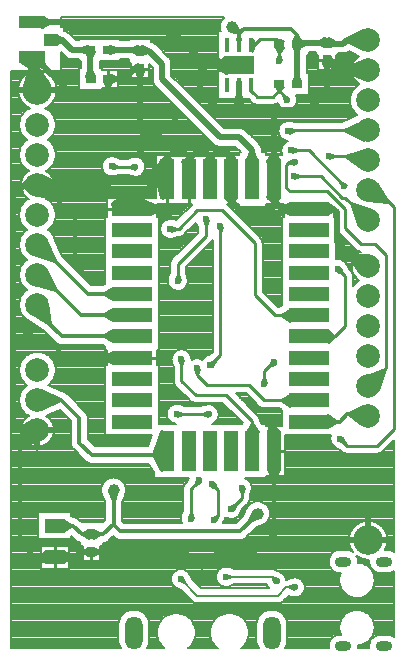
<source format=gbr>
G71*
G90*
G04 Quadcept GERBER*
%MOMM*%
%FSLAX44Y44*%
%ADD10C,0.2*%
%ADD11C,0.25*%
%ADD12C,0.35*%
%ADD13C,0.5*%
%ADD14C,0.6*%
%ADD15C,1*%
%ADD16C,1.3*%
%ADD17C,2*%
%ADD18C,2.5*%
%ADD19O,1.4X0.85*%
%ADD20O,1.5X2.8*%
%ADD21R,0.45X1.25*%
%ADD22R,0.45X1.25*%
%ADD23R,0.8X0.9*%
%ADD24R,0.9X0.8*%
%ADD25R,1.2X1*%
%ADD26R,1.2X3.5*%
%ADD27R,1.7X1.2*%
%ADD28R,2.2X1.05*%
%ADD29R,2.5X1.6*%
%ADD30R,3.5X1.2*%
G54D10*
G01X58500Y73500D02*
G01X19500Y73500D01*
G01X78000Y64500D02*
G01X70500Y64500D01*
G01X70500Y64500D02*
G01X63500Y57500D01*
G01X63500Y57500D02*
G01X-4500Y57500D01*
G01X-4500Y57500D02*
G01X-18500Y71500D01*
G01X62500Y69500D02*
G01X58500Y73500D01*
G01X131688Y325030D02*
G01X132471Y324481D01*
G01X132471Y324481D02*
G01X132497Y324466D01*
G01X132497Y324466D02*
G01X131688Y323999D01*
G01X131688Y323999D02*
G01X131664Y323985D01*
G01X131664Y323985D02*
G01X130555Y323209D01*
G01X130555Y323209D02*
G01X129518Y322339D01*
G01X129518Y322339D02*
G01X128561Y321382D01*
G01X128561Y321382D02*
G01X127691Y320345D01*
G01X127691Y320345D02*
G01X127250Y319715D01*
G01X127250Y319715D02*
G01X127250Y327705D01*
G01X127250Y327705D02*
G01X127276Y328000D01*
G01X127276Y328000D02*
G01X127250Y328295D01*
G01X127250Y328295D02*
G01X127250Y328591D01*
G01X127250Y328591D02*
G01X127199Y328882D01*
G01X127199Y328882D02*
G01X127173Y329177D01*
G01X127173Y329177D02*
G01X127096Y329462D01*
G01X127096Y329462D02*
G01X127045Y329754D01*
G01X127045Y329754D02*
G01X126944Y330032D01*
G01X126944Y330032D02*
G01X126867Y330317D01*
G01X126867Y330317D02*
G01X126742Y330586D01*
G01X126742Y330586D02*
G01X126641Y330864D01*
G01X126641Y330864D02*
G01X126493Y331120D01*
G01X126493Y331120D02*
G01X126368Y331388D01*
G01X126368Y331388D02*
G01X126198Y331630D01*
G01X126198Y331630D02*
G01X126050Y331886D01*
G01X126050Y331886D02*
G01X125860Y332113D01*
G01X125860Y332113D02*
G01X125691Y332355D01*
G01X125691Y332355D02*
G01X125481Y332565D01*
G01X125481Y332565D02*
G01X125291Y332791D01*
G01X125291Y332791D02*
G01X125065Y332981D01*
G01X125065Y332981D02*
G01X123859Y334187D01*
G01X123859Y334187D02*
G01X122175Y337653D01*
G01X122175Y337653D02*
G01X122047Y337929D01*
G01X122047Y337929D02*
G01X122013Y337987D01*
G01X122013Y337987D02*
G01X121888Y338245D01*
G01X121888Y338245D02*
G01X121771Y338406D01*
G01X121771Y338406D02*
G01X121676Y338571D01*
G01X121676Y338571D02*
G01X121250Y339179D01*
G01X121250Y339179D02*
G01X120773Y339748D01*
G01X120773Y339748D02*
G01X120248Y340273D01*
G01X120248Y340273D02*
G01X119679Y340750D01*
G01X119679Y340750D02*
G01X119071Y341176D01*
G01X119071Y341176D02*
G01X118429Y341547D01*
G01X118429Y341547D02*
G01X117756Y341860D01*
G01X117756Y341860D02*
G01X117058Y342114D01*
G01X117058Y342114D02*
G01X116341Y342306D01*
G01X116341Y342306D02*
G01X115611Y342435D01*
G01X115611Y342435D02*
G01X114871Y342500D01*
G01X114871Y342500D02*
G01X114129Y342500D01*
G01X114129Y342500D02*
G01X113389Y342435D01*
G01X113389Y342435D02*
G01X113000Y342367D01*
G01X113000Y342367D02*
G01X113000Y342400D01*
G01X113000Y342400D02*
G01X113000Y348750D01*
G01X113000Y348750D02*
G01X113000Y355400D01*
G01X113000Y355400D02*
G01X113000Y360400D01*
G01X113000Y360400D02*
G01X113000Y378400D01*
G01X113000Y378400D02*
G01X111000Y378400D01*
G01X111000Y378400D02*
G01X111000Y384454D01*
G01X111000Y384454D02*
G01X113750Y381704D01*
G01X113750Y381704D02*
G01X113750Y369295D01*
G01X113750Y369295D02*
G01X113724Y369000D01*
G01X113724Y369000D02*
G01X113750Y368705D01*
G01X113750Y368705D02*
G01X113750Y368409D01*
G01X113750Y368409D02*
G01X113801Y368118D01*
G01X113801Y368118D02*
G01X113827Y367823D01*
G01X113827Y367823D02*
G01X113904Y367538D01*
G01X113904Y367538D02*
G01X113955Y367246D01*
G01X113955Y367246D02*
G01X114056Y366968D01*
G01X114056Y366968D02*
G01X114133Y366683D01*
G01X114133Y366683D02*
G01X114258Y366414D01*
G01X114258Y366414D02*
G01X114359Y366136D01*
G01X114359Y366136D02*
G01X114507Y365880D01*
G01X114507Y365880D02*
G01X114632Y365612D01*
G01X114632Y365612D02*
G01X114802Y365370D01*
G01X114802Y365370D02*
G01X114950Y365114D01*
G01X114950Y365114D02*
G01X115140Y364887D01*
G01X115140Y364887D02*
G01X115309Y364645D01*
G01X115309Y364645D02*
G01X115519Y364435D01*
G01X115519Y364435D02*
G01X115709Y364209D01*
G01X115709Y364209D02*
G01X115935Y364019D01*
G01X115935Y364019D02*
G01X129019Y350935D01*
G01X129019Y350935D02*
G01X129209Y350709D01*
G01X129209Y350709D02*
G01X129435Y350519D01*
G01X129435Y350519D02*
G01X129645Y350309D01*
G01X129645Y350309D02*
G01X129887Y350140D01*
G01X129887Y350140D02*
G01X130114Y349950D01*
G01X130114Y349950D02*
G01X130370Y349802D01*
G01X130370Y349802D02*
G01X130612Y349632D01*
G01X130612Y349632D02*
G01X130880Y349507D01*
G01X130880Y349507D02*
G01X131136Y349359D01*
G01X131136Y349359D02*
G01X131414Y349258D01*
G01X131414Y349258D02*
G01X131683Y349133D01*
G01X131683Y349133D02*
G01X131688Y349132D01*
G01X131688Y349132D02*
G01X131968Y349056D01*
G01X131968Y349056D02*
G01X132246Y348955D01*
G01X132246Y348955D02*
G01X132538Y348904D01*
G01X132538Y348904D02*
G01X132823Y348827D01*
G01X132823Y348827D02*
G01X133118Y348801D01*
G01X133118Y348801D02*
G01X133409Y348750D01*
G01X133409Y348750D02*
G01X133572Y348750D01*
G01X133572Y348750D02*
G01X133529Y348730D01*
G01X133529Y348730D02*
G01X132471Y348119D01*
G01X132471Y348119D02*
G01X131688Y347570D01*
G01X131688Y347570D02*
G01X131469Y347418D01*
G01X131469Y347418D02*
G01X130533Y346632D01*
G01X130533Y346632D02*
G01X129668Y345767D01*
G01X129668Y345767D02*
G01X128882Y344831D01*
G01X128882Y344831D02*
G01X128181Y343829D01*
G01X128181Y343829D02*
G01X127570Y342771D01*
G01X127570Y342771D02*
G01X127053Y341663D01*
G01X127053Y341663D02*
G01X126635Y340514D01*
G01X126635Y340514D02*
G01X126319Y339333D01*
G01X126319Y339333D02*
G01X126107Y338129D01*
G01X126107Y338129D02*
G01X126000Y336911D01*
G01X126000Y336911D02*
G01X126000Y335689D01*
G01X126000Y335689D02*
G01X126107Y334471D01*
G01X126107Y334471D02*
G01X126319Y333267D01*
G01X126319Y333267D02*
G01X126635Y332086D01*
G01X126635Y332086D02*
G01X127053Y330937D01*
G01X127053Y330937D02*
G01X127570Y329829D01*
G01X127570Y329829D02*
G01X128181Y328771D01*
G01X128181Y328771D02*
G01X128882Y327769D01*
G01X128882Y327769D02*
G01X129668Y326833D01*
G01X129668Y326833D02*
G01X130533Y325968D01*
G01X130533Y325968D02*
G01X131469Y325182D01*
G01X131469Y325182D02*
G01X131688Y325030D01*
G01X127750Y322415D02*
G01X129109Y322415D01*
G01X127750Y324215D02*
G01X131561Y324215D01*
G01X127750Y326015D02*
G01X129986Y326015D01*
G01X127760Y327815D02*
G01X128351Y327815D01*
G01X125331Y333215D02*
G01X125833Y333215D01*
G01X123957Y335015D02*
G01X125559Y335015D01*
G01X123083Y336815D02*
G01X125500Y336815D01*
G01X122145Y338615D02*
G01X125692Y338615D01*
G01X120579Y340415D02*
G01X126109Y340415D01*
G01X117184Y342215D02*
G01X126811Y342215D01*
G01X113500Y344015D02*
G01X127811Y344015D01*
G01X113500Y345815D02*
G01X129216Y345815D01*
G01X113500Y347615D02*
G01X131251Y347615D01*
G01X113500Y349415D02*
G01X130540Y349415D01*
G01X113500Y351215D02*
G01X128240Y351215D01*
G01X113500Y353015D02*
G01X126440Y353015D01*
G01X113500Y354815D02*
G01X124640Y354815D01*
G01X113500Y356615D02*
G01X122840Y356615D01*
G01X113500Y358415D02*
G01X121040Y358415D01*
G01X113500Y360215D02*
G01X119240Y360215D01*
G01X113500Y362015D02*
G01X117440Y362015D01*
G01X113500Y363815D02*
G01X115640Y363815D01*
G01X113500Y365615D02*
G01X114131Y365615D01*
G01X111500Y380015D02*
G01X113250Y380015D01*
G01X111500Y381815D02*
G01X113140Y381815D01*
G01X-16750Y139500D02*
G01X-16750Y128985D01*
G01X-16750Y128985D02*
G01X-18010Y125344D01*
G01X-18010Y125344D02*
G01X-18114Y125058D01*
G01X-18114Y125058D02*
G01X-18132Y124993D01*
G01X-18132Y124993D02*
G01X-18226Y124722D01*
G01X-18226Y124722D02*
G01X-18257Y124526D01*
G01X-18257Y124526D02*
G01X-18306Y124341D01*
G01X-18306Y124341D02*
G01X-18435Y123611D01*
G01X-18435Y123611D02*
G01X-18500Y122871D01*
G01X-18500Y122871D02*
G01X-18500Y122129D01*
G01X-18500Y122129D02*
G01X-18435Y121389D01*
G01X-18435Y121389D02*
G01X-18306Y120659D01*
G01X-18306Y120659D02*
G01X-18114Y119942D01*
G01X-18114Y119942D02*
G01X-17863Y119250D01*
G01X-17863Y119250D02*
G01X-43563Y119250D01*
G01X-43563Y119250D02*
G01X-66997Y119250D01*
G01X-66997Y119250D02*
G01X-68250Y120503D01*
G01X-68250Y120503D02*
G01X-68250Y136434D01*
G01X-68250Y136434D02*
G01X-67100Y139500D01*
G01X-67100Y139500D02*
G01X-65812Y142931D01*
G01X-65812Y142931D02*
G01X-65790Y142978D01*
G01X-65790Y142978D02*
G01X-65651Y143360D01*
G01X-65651Y143360D02*
G01X-65447Y143905D01*
G01X-65447Y143905D02*
G01X-65418Y144057D01*
G01X-65418Y144057D02*
G01X-65239Y144725D01*
G01X-65239Y144725D02*
G01X-65080Y145628D01*
G01X-65080Y145628D02*
G01X-65000Y146542D01*
G01X-65000Y146542D02*
G01X-65000Y147458D01*
G01X-65000Y147458D02*
G01X-65080Y148372D01*
G01X-65080Y148372D02*
G01X-65239Y149275D01*
G01X-65239Y149275D02*
G01X-65476Y150160D01*
G01X-65476Y150160D02*
G01X-65790Y151022D01*
G01X-65790Y151022D02*
G01X-66178Y151853D01*
G01X-66178Y151853D02*
G01X-66636Y152647D01*
G01X-66636Y152647D02*
G01X-67162Y153398D01*
G01X-67162Y153398D02*
G01X-67751Y154100D01*
G01X-67751Y154100D02*
G01X-68400Y154749D01*
G01X-68400Y154749D02*
G01X-69102Y155338D01*
G01X-69102Y155338D02*
G01X-69853Y155864D01*
G01X-69853Y155864D02*
G01X-70647Y156322D01*
G01X-70647Y156322D02*
G01X-71478Y156710D01*
G01X-71478Y156710D02*
G01X-72340Y157024D01*
G01X-72340Y157024D02*
G01X-73225Y157261D01*
G01X-73225Y157261D02*
G01X-74128Y157420D01*
G01X-74128Y157420D02*
G01X-75042Y157500D01*
G01X-75042Y157500D02*
G01X-75958Y157500D01*
G01X-75958Y157500D02*
G01X-76872Y157420D01*
G01X-76872Y157420D02*
G01X-77775Y157261D01*
G01X-77775Y157261D02*
G01X-78660Y157024D01*
G01X-78660Y157024D02*
G01X-79522Y156710D01*
G01X-79522Y156710D02*
G01X-80353Y156322D01*
G01X-80353Y156322D02*
G01X-81147Y155864D01*
G01X-81147Y155864D02*
G01X-81898Y155338D01*
G01X-81898Y155338D02*
G01X-82600Y154749D01*
G01X-82600Y154749D02*
G01X-83249Y154100D01*
G01X-83249Y154100D02*
G01X-83838Y153398D01*
G01X-83838Y153398D02*
G01X-84364Y152647D01*
G01X-84364Y152647D02*
G01X-84822Y151853D01*
G01X-84822Y151853D02*
G01X-85210Y151022D01*
G01X-85210Y151022D02*
G01X-85524Y150160D01*
G01X-85524Y150160D02*
G01X-85761Y149275D01*
G01X-85761Y149275D02*
G01X-85920Y148372D01*
G01X-85920Y148372D02*
G01X-86000Y147458D01*
G01X-86000Y147458D02*
G01X-86000Y146542D01*
G01X-86000Y146542D02*
G01X-85920Y145628D01*
G01X-85920Y145628D02*
G01X-85761Y144725D01*
G01X-85761Y144725D02*
G01X-85582Y144057D01*
G01X-85582Y144057D02*
G01X-85553Y143905D01*
G01X-85553Y143905D02*
G01X-85349Y143360D01*
G01X-85349Y143360D02*
G01X-85210Y142978D01*
G01X-85210Y142978D02*
G01X-85188Y142931D01*
G01X-85188Y142931D02*
G01X-83900Y139500D01*
G01X-83900Y139500D02*
G01X-82750Y136434D01*
G01X-82750Y136434D02*
G01X-82750Y121403D01*
G01X-82750Y121403D02*
G01X-84753Y119400D01*
G01X-84753Y119400D02*
G01X-87375Y119400D01*
G01X-87375Y119400D02*
G01X-91328Y119400D01*
G01X-91328Y119400D02*
G01X-91340Y119402D01*
G01X-91340Y119402D02*
G01X-91962Y119400D01*
G01X-91962Y119400D02*
G01X-96438Y119400D01*
G01X-96438Y119400D02*
G01X-97060Y119402D01*
G01X-97060Y119402D02*
G01X-97072Y119400D01*
G01X-97072Y119400D02*
G01X-102147Y119400D01*
G01X-102147Y119400D02*
G01X-104450Y121703D01*
G01X-104450Y121703D02*
G01X-104654Y121946D01*
G01X-104654Y121946D02*
G01X-104897Y122150D01*
G01X-104897Y122150D02*
G01X-105122Y122375D01*
G01X-105122Y122375D02*
G01X-105382Y122557D01*
G01X-105382Y122557D02*
G01X-105626Y122762D01*
G01X-105626Y122762D02*
G01X-105901Y122920D01*
G01X-105901Y122920D02*
G01X-106161Y123103D01*
G01X-106161Y123103D02*
G01X-106449Y123237D01*
G01X-106449Y123237D02*
G01X-106724Y123396D01*
G01X-106724Y123396D02*
G01X-107023Y123505D01*
G01X-107023Y123505D02*
G01X-107311Y123639D01*
G01X-107311Y123639D02*
G01X-107618Y123721D01*
G01X-107618Y123721D02*
G01X-107916Y123830D01*
G01X-107916Y123830D02*
G01X-108229Y123885D01*
G01X-108229Y123885D02*
G01X-108536Y123967D01*
G01X-108536Y123967D02*
G01X-108853Y123995D01*
G01X-108853Y123995D02*
G01X-109166Y124050D01*
G01X-109166Y124050D02*
G01X-109270Y124050D01*
G01X-109270Y124050D02*
G01X-111200Y125189D01*
G01X-111200Y125189D02*
G01X-111200Y128300D01*
G01X-111200Y128300D02*
G01X-118415Y128300D01*
G01X-118415Y128300D02*
G01X-119014Y128306D01*
G01X-119014Y128306D02*
G01X-119049Y128300D01*
G01X-119049Y128300D02*
G01X-131188Y128300D01*
G01X-131188Y128300D02*
G01X-139200Y128300D01*
G01X-139200Y128300D02*
G01X-139200Y105300D01*
G01X-139200Y105300D02*
G01X-131188Y105300D01*
G01X-131188Y105300D02*
G01X-119049Y105300D01*
G01X-119049Y105300D02*
G01X-119014Y105294D01*
G01X-119014Y105294D02*
G01X-118415Y105300D01*
G01X-118415Y105300D02*
G01X-111200Y105300D01*
G01X-111200Y105300D02*
G01X-111200Y107947D01*
G01X-111200Y107947D02*
G01X-107750Y104497D01*
G01X-107750Y104497D02*
G01X-107546Y104254D01*
G01X-107546Y104254D02*
G01X-107303Y104050D01*
G01X-107303Y104050D02*
G01X-107078Y103825D01*
G01X-107078Y103825D02*
G01X-106818Y103643D01*
G01X-106818Y103643D02*
G01X-106574Y103438D01*
G01X-106574Y103438D02*
G01X-106299Y103280D01*
G01X-106299Y103280D02*
G01X-106039Y103097D01*
G01X-106039Y103097D02*
G01X-105751Y102963D01*
G01X-105751Y102963D02*
G01X-105476Y102804D01*
G01X-105476Y102804D02*
G01X-105177Y102695D01*
G01X-105177Y102695D02*
G01X-104889Y102561D01*
G01X-104889Y102561D02*
G01X-104582Y102479D01*
G01X-104582Y102479D02*
G01X-104284Y102370D01*
G01X-104284Y102370D02*
G01X-103971Y102315D01*
G01X-103971Y102315D02*
G01X-103700Y102243D01*
G01X-103700Y102243D02*
G01X-103700Y99400D01*
G01X-103700Y99400D02*
G01X-101700Y99400D01*
G01X-101700Y99400D02*
G01X-101700Y86400D01*
G01X-101700Y86400D02*
G01X-87375Y86400D01*
G01X-87375Y86400D02*
G01X-86700Y86400D01*
G01X-86700Y86400D02*
G01X-86700Y99400D01*
G01X-86700Y99400D02*
G01X-84700Y99400D01*
G01X-84700Y99400D02*
G01X-84700Y102140D01*
G01X-84700Y102140D02*
G01X-84500Y102122D01*
G01X-84500Y102122D02*
G01X-84183Y102150D01*
G01X-84183Y102150D02*
G01X-83866Y102150D01*
G01X-83866Y102150D02*
G01X-83553Y102205D01*
G01X-83553Y102205D02*
G01X-83236Y102233D01*
G01X-83236Y102233D02*
G01X-82929Y102315D01*
G01X-82929Y102315D02*
G01X-82616Y102370D01*
G01X-82616Y102370D02*
G01X-82318Y102479D01*
G01X-82318Y102479D02*
G01X-82011Y102561D01*
G01X-82011Y102561D02*
G01X-81723Y102695D01*
G01X-81723Y102695D02*
G01X-81424Y102804D01*
G01X-81424Y102804D02*
G01X-81149Y102963D01*
G01X-81149Y102963D02*
G01X-80861Y103097D01*
G01X-80861Y103097D02*
G01X-80601Y103280D01*
G01X-80601Y103280D02*
G01X-80326Y103438D01*
G01X-80326Y103438D02*
G01X-80082Y103643D01*
G01X-80082Y103643D02*
G01X-79822Y103825D01*
G01X-79822Y103825D02*
G01X-79597Y104050D01*
G01X-79597Y104050D02*
G01X-79354Y104254D01*
G01X-79354Y104254D02*
G01X-79150Y104497D01*
G01X-79150Y104497D02*
G01X-75950Y107697D01*
G01X-75950Y107697D02*
G01X-75350Y107097D01*
G01X-75350Y107097D02*
G01X-75146Y106854D01*
G01X-75146Y106854D02*
G01X-74903Y106650D01*
G01X-74903Y106650D02*
G01X-74678Y106425D01*
G01X-74678Y106425D02*
G01X-74418Y106243D01*
G01X-74418Y106243D02*
G01X-74174Y106038D01*
G01X-74174Y106038D02*
G01X-73899Y105880D01*
G01X-73899Y105880D02*
G01X-73639Y105697D01*
G01X-73639Y105697D02*
G01X-73351Y105563D01*
G01X-73351Y105563D02*
G01X-73076Y105404D01*
G01X-73076Y105404D02*
G01X-72777Y105295D01*
G01X-72777Y105295D02*
G01X-72489Y105161D01*
G01X-72489Y105161D02*
G01X-72182Y105079D01*
G01X-72182Y105079D02*
G01X-71884Y104970D01*
G01X-71884Y104970D02*
G01X-71571Y104915D01*
G01X-71571Y104915D02*
G01X-71264Y104833D01*
G01X-71264Y104833D02*
G01X-70947Y104805D01*
G01X-70947Y104805D02*
G01X-70634Y104750D01*
G01X-70634Y104750D02*
G01X-70317Y104750D01*
G01X-70317Y104750D02*
G01X-70000Y104722D01*
G01X-70000Y104722D02*
G01X-69683Y104750D01*
G01X-69683Y104750D02*
G01X-43563Y104750D01*
G01X-43563Y104750D02*
G01X0250Y104750D01*
G01X0250Y104750D02*
G01X31183Y104750D01*
G01X31183Y104750D02*
G01X31500Y104722D01*
G01X31500Y104722D02*
G01X31817Y104750D01*
G01X31817Y104750D02*
G01X32134Y104750D01*
G01X32134Y104750D02*
G01X32447Y104805D01*
G01X32447Y104805D02*
G01X32764Y104833D01*
G01X32764Y104833D02*
G01X33071Y104915D01*
G01X33071Y104915D02*
G01X33384Y104970D01*
G01X33384Y104970D02*
G01X33682Y105079D01*
G01X33682Y105079D02*
G01X33989Y105161D01*
G01X33989Y105161D02*
G01X34277Y105295D01*
G01X34277Y105295D02*
G01X34576Y105404D01*
G01X34576Y105404D02*
G01X34851Y105563D01*
G01X34851Y105563D02*
G01X35139Y105697D01*
G01X35139Y105697D02*
G01X35399Y105880D01*
G01X35399Y105880D02*
G01X35674Y106038D01*
G01X35674Y106038D02*
G01X35918Y106243D01*
G01X35918Y106243D02*
G01X36178Y106425D01*
G01X36178Y106425D02*
G01X36403Y106650D01*
G01X36403Y106650D02*
G01X36646Y106854D01*
G01X36646Y106854D02*
G01X36850Y107097D01*
G01X36850Y107097D02*
G01X44063Y114309D01*
G01X44063Y114309D02*
G01X44156Y114402D01*
G01X44156Y114402D02*
G01X50473Y117272D01*
G01X50473Y117272D02*
G01X50522Y117290D01*
G01X50522Y117290D02*
G01X50890Y117462D01*
G01X50890Y117462D02*
G01X51420Y117702D01*
G01X51420Y117702D02*
G01X51548Y117790D01*
G01X51548Y117790D02*
G01X52147Y118136D01*
G01X52147Y118136D02*
G01X52898Y118662D01*
G01X52898Y118662D02*
G01X53600Y119251D01*
G01X53600Y119251D02*
G01X54249Y119900D01*
G01X54249Y119900D02*
G01X54838Y120602D01*
G01X54838Y120602D02*
G01X55364Y121353D01*
G01X55364Y121353D02*
G01X55822Y122147D01*
G01X55822Y122147D02*
G01X56210Y122978D01*
G01X56210Y122978D02*
G01X56524Y123840D01*
G01X56524Y123840D02*
G01X56761Y124725D01*
G01X56761Y124725D02*
G01X56920Y125628D01*
G01X56920Y125628D02*
G01X57000Y126542D01*
G01X57000Y126542D02*
G01X57000Y127458D01*
G01X57000Y127458D02*
G01X56920Y128372D01*
G01X56920Y128372D02*
G01X56761Y129275D01*
G01X56761Y129275D02*
G01X56524Y130160D01*
G01X56524Y130160D02*
G01X56210Y131022D01*
G01X56210Y131022D02*
G01X55822Y131853D01*
G01X55822Y131853D02*
G01X55364Y132647D01*
G01X55364Y132647D02*
G01X54838Y133398D01*
G01X54838Y133398D02*
G01X54249Y134100D01*
G01X54249Y134100D02*
G01X53600Y134749D01*
G01X53600Y134749D02*
G01X52898Y135338D01*
G01X52898Y135338D02*
G01X52147Y135864D01*
G01X52147Y135864D02*
G01X51353Y136322D01*
G01X51353Y136322D02*
G01X50522Y136710D01*
G01X50522Y136710D02*
G01X49660Y137024D01*
G01X49660Y137024D02*
G01X48775Y137261D01*
G01X48775Y137261D02*
G01X47872Y137420D01*
G01X47872Y137420D02*
G01X46958Y137500D01*
G01X46958Y137500D02*
G01X46042Y137500D01*
G01X46042Y137500D02*
G01X45128Y137420D01*
G01X45128Y137420D02*
G01X44225Y137261D01*
G01X44225Y137261D02*
G01X44063Y137217D01*
G01X44063Y137217D02*
G01X43340Y137024D01*
G01X43340Y137024D02*
G01X42478Y136710D01*
G01X42478Y136710D02*
G01X41647Y136322D01*
G01X41647Y136322D02*
G01X40853Y135864D01*
G01X40853Y135864D02*
G01X40102Y135338D01*
G01X40102Y135338D02*
G01X39400Y134749D01*
G01X39400Y134749D02*
G01X38751Y134100D01*
G01X38751Y134100D02*
G01X38162Y133398D01*
G01X38162Y133398D02*
G01X37636Y132647D01*
G01X37636Y132647D02*
G01X37290Y132048D01*
G01X37290Y132048D02*
G01X37202Y131920D01*
G01X37202Y131920D02*
G01X36962Y131390D01*
G01X36962Y131390D02*
G01X36790Y131022D01*
G01X36790Y131022D02*
G01X36772Y130973D01*
G01X36772Y130973D02*
G01X33902Y124656D01*
G01X33902Y124656D02*
G01X28497Y119250D01*
G01X28497Y119250D02*
G01X17374Y119250D01*
G01X17374Y119250D02*
G01X18176Y121159D01*
G01X18176Y121159D02*
G01X18298Y121370D01*
G01X18298Y121370D02*
G01X18468Y121612D01*
G01X18468Y121612D02*
G01X18593Y121880D01*
G01X18593Y121880D02*
G01X18741Y122136D01*
G01X18741Y122136D02*
G01X18842Y122414D01*
G01X18842Y122414D02*
G01X18967Y122683D01*
G01X18967Y122683D02*
G01X19044Y122968D01*
G01X19044Y122968D02*
G01X19145Y123246D01*
G01X19145Y123246D02*
G01X19196Y123538D01*
G01X19196Y123538D02*
G01X19273Y123823D01*
G01X19273Y123823D02*
G01X19282Y123927D01*
G01X19282Y123927D02*
G01X19429Y123824D01*
G01X19429Y123824D02*
G01X20071Y123453D01*
G01X20071Y123453D02*
G01X20744Y123140D01*
G01X20744Y123140D02*
G01X21442Y122886D01*
G01X21442Y122886D02*
G01X22159Y122694D01*
G01X22159Y122694D02*
G01X22889Y122565D01*
G01X22889Y122565D02*
G01X23629Y122500D01*
G01X23629Y122500D02*
G01X24371Y122500D01*
G01X24371Y122500D02*
G01X25111Y122565D01*
G01X25111Y122565D02*
G01X25841Y122694D01*
G01X25841Y122694D02*
G01X26558Y122886D01*
G01X26558Y122886D02*
G01X27256Y123140D01*
G01X27256Y123140D02*
G01X27929Y123453D01*
G01X27929Y123453D02*
G01X28571Y123824D01*
G01X28571Y123824D02*
G01X29179Y124250D01*
G01X29179Y124250D02*
G01X29748Y124727D01*
G01X29748Y124727D02*
G01X30273Y125252D01*
G01X30273Y125252D02*
G01X30750Y125821D01*
G01X30750Y125821D02*
G01X31176Y126429D01*
G01X31176Y126429D02*
G01X31271Y126594D01*
G01X31271Y126594D02*
G01X31388Y126755D01*
G01X31388Y126755D02*
G01X31513Y127013D01*
G01X31513Y127013D02*
G01X31547Y127071D01*
G01X31547Y127071D02*
G01X31675Y127347D01*
G01X31675Y127347D02*
G01X33359Y130813D01*
G01X33359Y130813D02*
G01X37565Y135019D01*
G01X37565Y135019D02*
G01X37791Y135209D01*
G01X37791Y135209D02*
G01X37981Y135435D01*
G01X37981Y135435D02*
G01X38191Y135645D01*
G01X38191Y135645D02*
G01X38360Y135887D01*
G01X38360Y135887D02*
G01X38550Y136114D01*
G01X38550Y136114D02*
G01X38698Y136370D01*
G01X38698Y136370D02*
G01X38868Y136612D01*
G01X38868Y136612D02*
G01X38993Y136880D01*
G01X38993Y136880D02*
G01X39141Y137136D01*
G01X39141Y137136D02*
G01X39242Y137414D01*
G01X39242Y137414D02*
G01X39367Y137683D01*
G01X39367Y137683D02*
G01X39444Y137968D01*
G01X39444Y137968D02*
G01X39545Y138246D01*
G01X39545Y138246D02*
G01X39596Y138538D01*
G01X39596Y138538D02*
G01X39673Y138823D01*
G01X39673Y138823D02*
G01X39699Y139118D01*
G01X39699Y139118D02*
G01X39750Y139409D01*
G01X39750Y139409D02*
G01X39750Y139500D01*
G01X39750Y139500D02*
G01X39750Y139705D01*
G01X39750Y139705D02*
G01X39776Y140000D01*
G01X39776Y140000D02*
G01X39750Y140295D01*
G01X39750Y140295D02*
G01X39750Y142515D01*
G01X39750Y142515D02*
G01X41010Y146156D01*
G01X41010Y146156D02*
G01X41114Y146442D01*
G01X41114Y146442D02*
G01X41132Y146507D01*
G01X41132Y146507D02*
G01X41226Y146778D01*
G01X41226Y146778D02*
G01X41257Y146974D01*
G01X41257Y146974D02*
G01X41306Y147159D01*
G01X41306Y147159D02*
G01X41435Y147889D01*
G01X41435Y147889D02*
G01X41500Y148629D01*
G01X41500Y148629D02*
G01X41500Y149371D01*
G01X41500Y149371D02*
G01X41435Y150111D01*
G01X41435Y150111D02*
G01X41306Y150841D01*
G01X41306Y150841D02*
G01X41114Y151558D01*
G01X41114Y151558D02*
G01X40860Y152256D01*
G01X40860Y152256D02*
G01X40547Y152929D01*
G01X40547Y152929D02*
G01X40176Y153571D01*
G01X40176Y153571D02*
G01X39750Y154179D01*
G01X39750Y154179D02*
G01X39273Y154748D01*
G01X39273Y154748D02*
G01X38748Y155273D01*
G01X38748Y155273D02*
G01X38179Y155750D01*
G01X38179Y155750D02*
G01X37571Y156176D01*
G01X37571Y156176D02*
G01X36929Y156547D01*
G01X36929Y156547D02*
G01X36256Y156860D01*
G01X36256Y156860D02*
G01X36147Y156900D01*
G01X36147Y156900D02*
G01X44063Y156900D01*
G01X44063Y156900D02*
G01X53500Y156900D01*
G01X53500Y156900D02*
G01X53500Y158900D01*
G01X53500Y158900D02*
G01X69500Y158900D01*
G01X69500Y158900D02*
G01X69500Y193400D01*
G01X69500Y193400D02*
G01X87875Y193400D01*
G01X87875Y193400D02*
G01X105151Y193400D01*
G01X105151Y193400D02*
G01X105186Y193394D01*
G01X105186Y193394D02*
G01X105785Y193400D01*
G01X105785Y193400D02*
G01X108510Y193400D01*
G01X108510Y193400D02*
G01X108386Y193058D01*
G01X108386Y193058D02*
G01X108194Y192341D01*
G01X108194Y192341D02*
G01X108065Y191611D01*
G01X108065Y191611D02*
G01X108000Y190871D01*
G01X108000Y190871D02*
G01X108000Y190129D01*
G01X108000Y190129D02*
G01X108065Y189389D01*
G01X108065Y189389D02*
G01X108194Y188659D01*
G01X108194Y188659D02*
G01X108386Y187942D01*
G01X108386Y187942D02*
G01X108640Y187244D01*
G01X108640Y187244D02*
G01X108953Y186571D01*
G01X108953Y186571D02*
G01X109324Y185929D01*
G01X109324Y185929D02*
G01X109750Y185321D01*
G01X109750Y185321D02*
G01X110227Y184752D01*
G01X110227Y184752D02*
G01X110752Y184227D01*
G01X110752Y184227D02*
G01X111321Y183750D01*
G01X111321Y183750D02*
G01X111929Y183324D01*
G01X111929Y183324D02*
G01X112094Y183229D01*
G01X112094Y183229D02*
G01X112255Y183112D01*
G01X112255Y183112D02*
G01X112513Y182987D01*
G01X112513Y182987D02*
G01X112571Y182953D01*
G01X112571Y182953D02*
G01X112847Y182825D01*
G01X112847Y182825D02*
G01X116313Y181141D01*
G01X116313Y181141D02*
G01X117519Y179935D01*
G01X117519Y179935D02*
G01X117709Y179709D01*
G01X117709Y179709D02*
G01X117935Y179519D01*
G01X117935Y179519D02*
G01X118145Y179309D01*
G01X118145Y179309D02*
G01X118387Y179140D01*
G01X118387Y179140D02*
G01X118614Y178950D01*
G01X118614Y178950D02*
G01X118870Y178802D01*
G01X118870Y178802D02*
G01X119112Y178632D01*
G01X119112Y178632D02*
G01X119380Y178507D01*
G01X119380Y178507D02*
G01X119636Y178359D01*
G01X119636Y178359D02*
G01X119914Y178258D01*
G01X119914Y178258D02*
G01X120183Y178133D01*
G01X120183Y178133D02*
G01X120468Y178056D01*
G01X120468Y178056D02*
G01X120746Y177955D01*
G01X120746Y177955D02*
G01X121038Y177904D01*
G01X121038Y177904D02*
G01X121323Y177827D01*
G01X121323Y177827D02*
G01X121618Y177801D01*
G01X121618Y177801D02*
G01X121909Y177750D01*
G01X121909Y177750D02*
G01X122205Y177750D01*
G01X122205Y177750D02*
G01X122500Y177724D01*
G01X122500Y177724D02*
G01X122795Y177750D01*
G01X122795Y177750D02*
G01X131688Y177750D01*
G01X131688Y177750D02*
G01X147205Y177750D01*
G01X147205Y177750D02*
G01X147500Y177724D01*
G01X147500Y177724D02*
G01X147795Y177750D01*
G01X147795Y177750D02*
G01X148091Y177750D01*
G01X148091Y177750D02*
G01X148382Y177801D01*
G01X148382Y177801D02*
G01X148677Y177827D01*
G01X148677Y177827D02*
G01X148962Y177904D01*
G01X148962Y177904D02*
G01X149254Y177955D01*
G01X149254Y177955D02*
G01X149532Y178056D01*
G01X149532Y178056D02*
G01X149817Y178133D01*
G01X149817Y178133D02*
G01X150086Y178258D01*
G01X150086Y178258D02*
G01X150364Y178359D01*
G01X150364Y178359D02*
G01X150620Y178507D01*
G01X150620Y178507D02*
G01X150888Y178632D01*
G01X150888Y178632D02*
G01X151130Y178802D01*
G01X151130Y178802D02*
G01X151386Y178950D01*
G01X151386Y178950D02*
G01X151613Y179140D01*
G01X151613Y179140D02*
G01X151855Y179309D01*
G01X151855Y179309D02*
G01X152065Y179519D01*
G01X152065Y179519D02*
G01X152291Y179709D01*
G01X152291Y179709D02*
G01X152481Y179935D01*
G01X152481Y179935D02*
G01X162000Y189454D01*
G01X162000Y189454D02*
G01X162000Y139500D01*
G01X162000Y139500D02*
G01X162000Y94153D01*
G01X162000Y94153D02*
G01X161864Y94267D01*
G01X161864Y94267D02*
G01X160386Y95120D01*
G01X160386Y95120D02*
G01X158783Y95704D01*
G01X158783Y95704D02*
G01X157103Y96000D01*
G01X157103Y96000D02*
G01X154145Y96000D01*
G01X154145Y96000D02*
G01X154529Y96666D01*
G01X154529Y96666D02*
G01X154960Y97524D01*
G01X154960Y97524D02*
G01X155341Y98406D01*
G01X155341Y98406D02*
G01X155669Y99308D01*
G01X155669Y99308D02*
G01X155945Y100228D01*
G01X155945Y100228D02*
G01X156166Y101162D01*
G01X156166Y101162D02*
G01X156333Y102108D01*
G01X156333Y102108D02*
G01X156444Y103061D01*
G01X156444Y103061D02*
G01X156500Y104020D01*
G01X156500Y104020D02*
G01X156500Y104980D01*
G01X156500Y104980D02*
G01X156444Y105939D01*
G01X156444Y105939D02*
G01X156333Y106892D01*
G01X156333Y106892D02*
G01X156166Y107838D01*
G01X156166Y107838D02*
G01X155945Y108772D01*
G01X155945Y108772D02*
G01X155669Y109692D01*
G01X155669Y109692D02*
G01X155341Y110594D01*
G01X155341Y110594D02*
G01X154960Y111476D01*
G01X154960Y111476D02*
G01X154529Y112334D01*
G01X154529Y112334D02*
G01X154049Y113166D01*
G01X154049Y113166D02*
G01X153522Y113968D01*
G01X153522Y113968D02*
G01X152948Y114738D01*
G01X152948Y114738D02*
G01X152331Y115474D01*
G01X152331Y115474D02*
G01X151672Y116172D01*
G01X151672Y116172D02*
G01X150974Y116831D01*
G01X150974Y116831D02*
G01X150238Y117448D01*
G01X150238Y117448D02*
G01X149468Y118022D01*
G01X149468Y118022D02*
G01X148666Y118549D01*
G01X148666Y118549D02*
G01X147834Y119029D01*
G01X147834Y119029D02*
G01X146976Y119460D01*
G01X146976Y119460D02*
G01X146094Y119841D01*
G01X146094Y119841D02*
G01X145192Y120169D01*
G01X145192Y120169D02*
G01X144272Y120445D01*
G01X144272Y120445D02*
G01X143338Y120666D01*
G01X143338Y120666D02*
G01X142392Y120833D01*
G01X142392Y120833D02*
G01X141439Y120944D01*
G01X141439Y120944D02*
G01X140480Y121000D01*
G01X140480Y121000D02*
G01X139520Y121000D01*
G01X139520Y121000D02*
G01X138561Y120944D01*
G01X138561Y120944D02*
G01X137608Y120833D01*
G01X137608Y120833D02*
G01X136662Y120666D01*
G01X136662Y120666D02*
G01X135728Y120445D01*
G01X135728Y120445D02*
G01X134808Y120169D01*
G01X134808Y120169D02*
G01X133906Y119841D01*
G01X133906Y119841D02*
G01X133024Y119460D01*
G01X133024Y119460D02*
G01X132166Y119029D01*
G01X132166Y119029D02*
G01X131688Y118753D01*
G01X131688Y118753D02*
G01X131334Y118549D01*
G01X131334Y118549D02*
G01X130532Y118022D01*
G01X130532Y118022D02*
G01X129762Y117448D01*
G01X129762Y117448D02*
G01X129026Y116831D01*
G01X129026Y116831D02*
G01X128328Y116172D01*
G01X128328Y116172D02*
G01X127669Y115474D01*
G01X127669Y115474D02*
G01X127052Y114738D01*
G01X127052Y114738D02*
G01X126478Y113968D01*
G01X126478Y113968D02*
G01X125951Y113166D01*
G01X125951Y113166D02*
G01X125471Y112334D01*
G01X125471Y112334D02*
G01X125040Y111476D01*
G01X125040Y111476D02*
G01X124659Y110594D01*
G01X124659Y110594D02*
G01X124331Y109692D01*
G01X124331Y109692D02*
G01X124055Y108772D01*
G01X124055Y108772D02*
G01X123834Y107838D01*
G01X123834Y107838D02*
G01X123667Y106892D01*
G01X123667Y106892D02*
G01X123556Y105939D01*
G01X123556Y105939D02*
G01X123500Y104980D01*
G01X123500Y104980D02*
G01X123500Y104020D01*
G01X123500Y104020D02*
G01X123556Y103061D01*
G01X123556Y103061D02*
G01X123667Y102108D01*
G01X123667Y102108D02*
G01X123834Y101162D01*
G01X123834Y101162D02*
G01X124055Y100228D01*
G01X124055Y100228D02*
G01X124331Y99308D01*
G01X124331Y99308D02*
G01X124659Y98406D01*
G01X124659Y98406D02*
G01X125040Y97524D01*
G01X125040Y97524D02*
G01X125471Y96666D01*
G01X125471Y96666D02*
G01X125951Y95834D01*
G01X125951Y95834D02*
G01X126478Y95032D01*
G01X126478Y95032D02*
G01X126809Y94587D01*
G01X126809Y94587D02*
G01X125886Y95120D01*
G01X125886Y95120D02*
G01X124283Y95704D01*
G01X124283Y95704D02*
G01X122603Y96000D01*
G01X122603Y96000D02*
G01X115397Y96000D01*
G01X115397Y96000D02*
G01X113717Y95704D01*
G01X113717Y95704D02*
G01X112114Y95120D01*
G01X112114Y95120D02*
G01X110636Y94267D01*
G01X110636Y94267D02*
G01X109329Y93171D01*
G01X109329Y93171D02*
G01X108233Y91864D01*
G01X108233Y91864D02*
G01X107380Y90386D01*
G01X107380Y90386D02*
G01X106796Y88783D01*
G01X106796Y88783D02*
G01X106500Y87103D01*
G01X106500Y87103D02*
G01X106500Y85397D01*
G01X106500Y85397D02*
G01X106796Y83717D01*
G01X106796Y83717D02*
G01X107380Y82114D01*
G01X107380Y82114D02*
G01X108233Y80636D01*
G01X108233Y80636D02*
G01X109329Y79329D01*
G01X109329Y79329D02*
G01X110636Y78233D01*
G01X110636Y78233D02*
G01X112114Y77380D01*
G01X112114Y77380D02*
G01X113717Y76796D01*
G01X113717Y76796D02*
G01X115397Y76500D01*
G01X115397Y76500D02*
G01X116747Y76500D01*
G01X116747Y76500D02*
G01X116629Y76246D01*
G01X116629Y76246D02*
G01X116181Y75015D01*
G01X116181Y75015D02*
G01X115842Y73750D01*
G01X115842Y73750D02*
G01X115614Y72460D01*
G01X115614Y72460D02*
G01X115500Y71155D01*
G01X115500Y71155D02*
G01X115500Y69845D01*
G01X115500Y69845D02*
G01X115508Y69750D01*
G01X115508Y69750D02*
G01X115614Y68540D01*
G01X115614Y68540D02*
G01X115842Y67250D01*
G01X115842Y67250D02*
G01X116181Y65985D01*
G01X116181Y65985D02*
G01X116629Y64754D01*
G01X116629Y64754D02*
G01X117182Y63567D01*
G01X117182Y63567D02*
G01X117837Y62433D01*
G01X117837Y62433D02*
G01X118588Y61360D01*
G01X118588Y61360D02*
G01X119430Y60356D01*
G01X119430Y60356D02*
G01X120356Y59430D01*
G01X120356Y59430D02*
G01X121360Y58588D01*
G01X121360Y58588D02*
G01X122433Y57837D01*
G01X122433Y57837D02*
G01X123567Y57182D01*
G01X123567Y57182D02*
G01X124754Y56629D01*
G01X124754Y56629D02*
G01X125985Y56181D01*
G01X125985Y56181D02*
G01X127250Y55842D01*
G01X127250Y55842D02*
G01X128540Y55614D01*
G01X128540Y55614D02*
G01X129845Y55500D01*
G01X129845Y55500D02*
G01X131155Y55500D01*
G01X131155Y55500D02*
G01X131688Y55547D01*
G01X131688Y55547D02*
G01X132460Y55614D01*
G01X132460Y55614D02*
G01X133750Y55842D01*
G01X133750Y55842D02*
G01X135015Y56181D01*
G01X135015Y56181D02*
G01X136246Y56629D01*
G01X136246Y56629D02*
G01X137433Y57182D01*
G01X137433Y57182D02*
G01X138567Y57837D01*
G01X138567Y57837D02*
G01X139640Y58588D01*
G01X139640Y58588D02*
G01X140644Y59430D01*
G01X140644Y59430D02*
G01X141570Y60356D01*
G01X141570Y60356D02*
G01X142412Y61360D01*
G01X142412Y61360D02*
G01X143163Y62433D01*
G01X143163Y62433D02*
G01X143818Y63567D01*
G01X143818Y63567D02*
G01X144371Y64754D01*
G01X144371Y64754D02*
G01X144819Y65985D01*
G01X144819Y65985D02*
G01X145158Y67250D01*
G01X145158Y67250D02*
G01X145386Y68540D01*
G01X145386Y68540D02*
G01X145492Y69750D01*
G01X145492Y69750D02*
G01X145500Y69845D01*
G01X145500Y69845D02*
G01X145500Y71155D01*
G01X145500Y71155D02*
G01X145386Y72460D01*
G01X145386Y72460D02*
G01X145158Y73750D01*
G01X145158Y73750D02*
G01X144819Y75015D01*
G01X144819Y75015D02*
G01X144371Y76246D01*
G01X144371Y76246D02*
G01X143818Y77433D01*
G01X143818Y77433D02*
G01X143163Y78567D01*
G01X143163Y78567D02*
G01X142412Y79640D01*
G01X142412Y79640D02*
G01X141570Y80644D01*
G01X141570Y80644D02*
G01X140644Y81570D01*
G01X140644Y81570D02*
G01X139640Y82412D01*
G01X139640Y82412D02*
G01X138567Y83163D01*
G01X138567Y83163D02*
G01X137433Y83818D01*
G01X137433Y83818D02*
G01X136246Y84371D01*
G01X136246Y84371D02*
G01X135015Y84819D01*
G01X135015Y84819D02*
G01X133750Y85158D01*
G01X133750Y85158D02*
G01X132460Y85386D01*
G01X132460Y85386D02*
G01X131688Y85453D01*
G01X131688Y85453D02*
G01X131500Y85470D01*
G01X131500Y85470D02*
G01X131500Y87103D01*
G01X131500Y87103D02*
G01X131204Y88783D01*
G01X131204Y88783D02*
G01X130620Y90386D01*
G01X130620Y90386D02*
G01X130087Y91309D01*
G01X130087Y91309D02*
G01X130532Y90978D01*
G01X130532Y90978D02*
G01X131334Y90451D01*
G01X131334Y90451D02*
G01X131688Y90247D01*
G01X131688Y90247D02*
G01X132166Y89971D01*
G01X132166Y89971D02*
G01X133024Y89540D01*
G01X133024Y89540D02*
G01X133906Y89159D01*
G01X133906Y89159D02*
G01X134808Y88831D01*
G01X134808Y88831D02*
G01X135728Y88555D01*
G01X135728Y88555D02*
G01X136662Y88334D01*
G01X136662Y88334D02*
G01X137608Y88167D01*
G01X137608Y88167D02*
G01X138561Y88056D01*
G01X138561Y88056D02*
G01X139520Y88000D01*
G01X139520Y88000D02*
G01X140480Y88000D01*
G01X140480Y88000D02*
G01X141165Y88040D01*
G01X141165Y88040D02*
G01X141000Y87103D01*
G01X141000Y87103D02*
G01X141000Y85397D01*
G01X141000Y85397D02*
G01X141296Y83717D01*
G01X141296Y83717D02*
G01X141880Y82114D01*
G01X141880Y82114D02*
G01X142733Y80636D01*
G01X142733Y80636D02*
G01X143829Y79329D01*
G01X143829Y79329D02*
G01X145136Y78233D01*
G01X145136Y78233D02*
G01X146614Y77380D01*
G01X146614Y77380D02*
G01X148217Y76796D01*
G01X148217Y76796D02*
G01X149897Y76500D01*
G01X149897Y76500D02*
G01X157103Y76500D01*
G01X157103Y76500D02*
G01X158783Y76796D01*
G01X158783Y76796D02*
G01X160386Y77380D01*
G01X160386Y77380D02*
G01X161864Y78233D01*
G01X161864Y78233D02*
G01X162000Y78347D01*
G01X162000Y78347D02*
G01X162000Y69750D01*
G01X162000Y69750D02*
G01X162000Y22653D01*
G01X162000Y22653D02*
G01X161864Y22767D01*
G01X161864Y22767D02*
G01X160386Y23620D01*
G01X160386Y23620D02*
G01X158783Y24204D01*
G01X158783Y24204D02*
G01X157103Y24500D01*
G01X157103Y24500D02*
G01X149897Y24500D01*
G01X149897Y24500D02*
G01X148217Y24204D01*
G01X148217Y24204D02*
G01X146614Y23620D01*
G01X146614Y23620D02*
G01X145136Y22767D01*
G01X145136Y22767D02*
G01X143829Y21671D01*
G01X143829Y21671D02*
G01X142733Y20364D01*
G01X142733Y20364D02*
G01X141880Y18886D01*
G01X141880Y18886D02*
G01X141296Y17283D01*
G01X141296Y17283D02*
G01X141000Y15603D01*
G01X141000Y15603D02*
G01X141000Y13897D01*
G01X141000Y13897D02*
G01X141158Y13000D01*
G01X141158Y13000D02*
G01X131688Y13000D01*
G01X131688Y13000D02*
G01X131342Y13000D01*
G01X131342Y13000D02*
G01X131500Y13897D01*
G01X131500Y13897D02*
G01X131500Y15530D01*
G01X131500Y15530D02*
G01X131688Y15547D01*
G01X131688Y15547D02*
G01X132460Y15614D01*
G01X132460Y15614D02*
G01X133750Y15842D01*
G01X133750Y15842D02*
G01X135015Y16181D01*
G01X135015Y16181D02*
G01X136246Y16629D01*
G01X136246Y16629D02*
G01X137433Y17182D01*
G01X137433Y17182D02*
G01X138567Y17837D01*
G01X138567Y17837D02*
G01X139640Y18588D01*
G01X139640Y18588D02*
G01X140644Y19430D01*
G01X140644Y19430D02*
G01X141570Y20356D01*
G01X141570Y20356D02*
G01X142412Y21360D01*
G01X142412Y21360D02*
G01X143163Y22433D01*
G01X143163Y22433D02*
G01X143818Y23567D01*
G01X143818Y23567D02*
G01X144371Y24754D01*
G01X144371Y24754D02*
G01X144819Y25985D01*
G01X144819Y25985D02*
G01X145158Y27250D01*
G01X145158Y27250D02*
G01X145386Y28540D01*
G01X145386Y28540D02*
G01X145500Y29845D01*
G01X145500Y29845D02*
G01X145500Y31155D01*
G01X145500Y31155D02*
G01X145386Y32460D01*
G01X145386Y32460D02*
G01X145158Y33750D01*
G01X145158Y33750D02*
G01X144819Y35015D01*
G01X144819Y35015D02*
G01X144371Y36246D01*
G01X144371Y36246D02*
G01X143818Y37433D01*
G01X143818Y37433D02*
G01X143163Y38567D01*
G01X143163Y38567D02*
G01X142412Y39640D01*
G01X142412Y39640D02*
G01X141570Y40644D01*
G01X141570Y40644D02*
G01X140644Y41570D01*
G01X140644Y41570D02*
G01X139640Y42412D01*
G01X139640Y42412D02*
G01X138567Y43163D01*
G01X138567Y43163D02*
G01X137433Y43818D01*
G01X137433Y43818D02*
G01X136246Y44371D01*
G01X136246Y44371D02*
G01X135015Y44819D01*
G01X135015Y44819D02*
G01X133750Y45158D01*
G01X133750Y45158D02*
G01X132460Y45386D01*
G01X132460Y45386D02*
G01X131688Y45453D01*
G01X131688Y45453D02*
G01X131155Y45500D01*
G01X131155Y45500D02*
G01X129845Y45500D01*
G01X129845Y45500D02*
G01X128540Y45386D01*
G01X128540Y45386D02*
G01X127250Y45158D01*
G01X127250Y45158D02*
G01X125985Y44819D01*
G01X125985Y44819D02*
G01X124754Y44371D01*
G01X124754Y44371D02*
G01X123567Y43818D01*
G01X123567Y43818D02*
G01X122433Y43163D01*
G01X122433Y43163D02*
G01X121360Y42412D01*
G01X121360Y42412D02*
G01X120356Y41570D01*
G01X120356Y41570D02*
G01X119430Y40644D01*
G01X119430Y40644D02*
G01X118588Y39640D01*
G01X118588Y39640D02*
G01X117837Y38567D01*
G01X117837Y38567D02*
G01X117182Y37433D01*
G01X117182Y37433D02*
G01X116629Y36246D01*
G01X116629Y36246D02*
G01X116181Y35015D01*
G01X116181Y35015D02*
G01X115842Y33750D01*
G01X115842Y33750D02*
G01X115614Y32460D01*
G01X115614Y32460D02*
G01X115500Y31155D01*
G01X115500Y31155D02*
G01X115500Y29845D01*
G01X115500Y29845D02*
G01X115614Y28540D01*
G01X115614Y28540D02*
G01X115842Y27250D01*
G01X115842Y27250D02*
G01X116181Y25985D01*
G01X116181Y25985D02*
G01X116629Y24754D01*
G01X116629Y24754D02*
G01X116747Y24500D01*
G01X116747Y24500D02*
G01X115397Y24500D01*
G01X115397Y24500D02*
G01X113717Y24204D01*
G01X113717Y24204D02*
G01X112114Y23620D01*
G01X112114Y23620D02*
G01X110636Y22767D01*
G01X110636Y22767D02*
G01X109329Y21671D01*
G01X109329Y21671D02*
G01X108233Y20364D01*
G01X108233Y20364D02*
G01X107380Y18886D01*
G01X107380Y18886D02*
G01X106796Y17283D01*
G01X106796Y17283D02*
G01X106500Y15603D01*
G01X106500Y15603D02*
G01X106500Y13897D01*
G01X106500Y13897D02*
G01X106658Y13000D01*
G01X106658Y13000D02*
G01X87875Y13000D01*
G01X87875Y13000D02*
G01X69643Y13000D01*
G01X69643Y13000D02*
G01X70327Y14185D01*
G01X70327Y14185D02*
G01X71105Y16323D01*
G01X71105Y16323D02*
G01X71500Y18563D01*
G01X71500Y18563D02*
G01X71500Y33837D01*
G01X71500Y33837D02*
G01X71105Y36077D01*
G01X71105Y36077D02*
G01X70327Y38215D01*
G01X70327Y38215D02*
G01X69190Y40185D01*
G01X69190Y40185D02*
G01X67728Y41928D01*
G01X67728Y41928D02*
G01X65985Y43390D01*
G01X65985Y43390D02*
G01X64015Y44527D01*
G01X64015Y44527D02*
G01X61877Y45305D01*
G01X61877Y45305D02*
G01X59637Y45700D01*
G01X59637Y45700D02*
G01X57363Y45700D01*
G01X57363Y45700D02*
G01X55123Y45305D01*
G01X55123Y45305D02*
G01X52985Y44527D01*
G01X52985Y44527D02*
G01X51015Y43390D01*
G01X51015Y43390D02*
G01X49272Y41928D01*
G01X49272Y41928D02*
G01X47810Y40185D01*
G01X47810Y40185D02*
G01X46673Y38215D01*
G01X46673Y38215D02*
G01X45895Y36077D01*
G01X45895Y36077D02*
G01X45500Y33837D01*
G01X45500Y33837D02*
G01X45500Y18563D01*
G01X45500Y18563D02*
G01X45895Y16323D01*
G01X45895Y16323D02*
G01X46673Y14185D01*
G01X46673Y14185D02*
G01X47357Y13000D01*
G01X47357Y13000D02*
G01X44063Y13000D01*
G01X44063Y13000D02*
G01X32415Y13000D01*
G01X32415Y13000D02*
G01X32554Y13097D01*
G01X32554Y13097D02*
G01X33658Y14023D01*
G01X33658Y14023D02*
G01X34677Y15042D01*
G01X34677Y15042D02*
G01X35603Y16146D01*
G01X35603Y16146D02*
G01X36429Y17326D01*
G01X36429Y17326D02*
G01X37150Y18574D01*
G01X37150Y18574D02*
G01X37759Y19880D01*
G01X37759Y19880D02*
G01X38251Y21234D01*
G01X38251Y21234D02*
G01X38624Y22625D01*
G01X38624Y22625D02*
G01X38874Y24044D01*
G01X38874Y24044D02*
G01X39000Y25480D01*
G01X39000Y25480D02*
G01X39000Y26920D01*
G01X39000Y26920D02*
G01X38874Y28356D01*
G01X38874Y28356D02*
G01X38624Y29775D01*
G01X38624Y29775D02*
G01X38251Y31166D01*
G01X38251Y31166D02*
G01X37759Y32520D01*
G01X37759Y32520D02*
G01X37150Y33826D01*
G01X37150Y33826D02*
G01X36429Y35074D01*
G01X36429Y35074D02*
G01X35603Y36254D01*
G01X35603Y36254D02*
G01X34677Y37358D01*
G01X34677Y37358D02*
G01X33658Y38377D01*
G01X33658Y38377D02*
G01X32554Y39303D01*
G01X32554Y39303D02*
G01X31374Y40129D01*
G01X31374Y40129D02*
G01X30126Y40850D01*
G01X30126Y40850D02*
G01X28820Y41459D01*
G01X28820Y41459D02*
G01X27466Y41951D01*
G01X27466Y41951D02*
G01X26075Y42324D01*
G01X26075Y42324D02*
G01X24656Y42574D01*
G01X24656Y42574D02*
G01X23220Y42700D01*
G01X23220Y42700D02*
G01X21780Y42700D01*
G01X21780Y42700D02*
G01X20344Y42574D01*
G01X20344Y42574D02*
G01X18925Y42324D01*
G01X18925Y42324D02*
G01X17534Y41951D01*
G01X17534Y41951D02*
G01X16180Y41459D01*
G01X16180Y41459D02*
G01X14874Y40850D01*
G01X14874Y40850D02*
G01X13626Y40129D01*
G01X13626Y40129D02*
G01X12446Y39303D01*
G01X12446Y39303D02*
G01X11342Y38377D01*
G01X11342Y38377D02*
G01X10323Y37358D01*
G01X10323Y37358D02*
G01X9397Y36254D01*
G01X9397Y36254D02*
G01X8571Y35074D01*
G01X8571Y35074D02*
G01X7850Y33826D01*
G01X7850Y33826D02*
G01X7241Y32520D01*
G01X7241Y32520D02*
G01X6749Y31166D01*
G01X6749Y31166D02*
G01X6376Y29775D01*
G01X6376Y29775D02*
G01X6126Y28356D01*
G01X6126Y28356D02*
G01X6000Y26920D01*
G01X6000Y26920D02*
G01X6000Y25480D01*
G01X6000Y25480D02*
G01X6126Y24044D01*
G01X6126Y24044D02*
G01X6376Y22625D01*
G01X6376Y22625D02*
G01X6749Y21234D01*
G01X6749Y21234D02*
G01X7241Y19880D01*
G01X7241Y19880D02*
G01X7850Y18574D01*
G01X7850Y18574D02*
G01X8571Y17326D01*
G01X8571Y17326D02*
G01X9397Y16146D01*
G01X9397Y16146D02*
G01X10323Y15042D01*
G01X10323Y15042D02*
G01X11342Y14023D01*
G01X11342Y14023D02*
G01X12446Y13097D01*
G01X12446Y13097D02*
G01X12585Y13000D01*
G01X12585Y13000D02*
G01X0250Y13000D01*
G01X0250Y13000D02*
G01X-12585Y13000D01*
G01X-12585Y13000D02*
G01X-12446Y13097D01*
G01X-12446Y13097D02*
G01X-11342Y14023D01*
G01X-11342Y14023D02*
G01X-10323Y15042D01*
G01X-10323Y15042D02*
G01X-9397Y16146D01*
G01X-9397Y16146D02*
G01X-8571Y17326D01*
G01X-8571Y17326D02*
G01X-7850Y18574D01*
G01X-7850Y18574D02*
G01X-7241Y19880D01*
G01X-7241Y19880D02*
G01X-6749Y21234D01*
G01X-6749Y21234D02*
G01X-6376Y22625D01*
G01X-6376Y22625D02*
G01X-6126Y24044D01*
G01X-6126Y24044D02*
G01X-6000Y25480D01*
G01X-6000Y25480D02*
G01X-6000Y26920D01*
G01X-6000Y26920D02*
G01X-6126Y28356D01*
G01X-6126Y28356D02*
G01X-6376Y29775D01*
G01X-6376Y29775D02*
G01X-6749Y31166D01*
G01X-6749Y31166D02*
G01X-7241Y32520D01*
G01X-7241Y32520D02*
G01X-7850Y33826D01*
G01X-7850Y33826D02*
G01X-8571Y35074D01*
G01X-8571Y35074D02*
G01X-9397Y36254D01*
G01X-9397Y36254D02*
G01X-10323Y37358D01*
G01X-10323Y37358D02*
G01X-11342Y38377D01*
G01X-11342Y38377D02*
G01X-12446Y39303D01*
G01X-12446Y39303D02*
G01X-13626Y40129D01*
G01X-13626Y40129D02*
G01X-14874Y40850D01*
G01X-14874Y40850D02*
G01X-16180Y41459D01*
G01X-16180Y41459D02*
G01X-17534Y41951D01*
G01X-17534Y41951D02*
G01X-18925Y42324D01*
G01X-18925Y42324D02*
G01X-20344Y42574D01*
G01X-20344Y42574D02*
G01X-21780Y42700D01*
G01X-21780Y42700D02*
G01X-23220Y42700D01*
G01X-23220Y42700D02*
G01X-24656Y42574D01*
G01X-24656Y42574D02*
G01X-26075Y42324D01*
G01X-26075Y42324D02*
G01X-27466Y41951D01*
G01X-27466Y41951D02*
G01X-28820Y41459D01*
G01X-28820Y41459D02*
G01X-30126Y40850D01*
G01X-30126Y40850D02*
G01X-31374Y40129D01*
G01X-31374Y40129D02*
G01X-32554Y39303D01*
G01X-32554Y39303D02*
G01X-33658Y38377D01*
G01X-33658Y38377D02*
G01X-34677Y37358D01*
G01X-34677Y37358D02*
G01X-35603Y36254D01*
G01X-35603Y36254D02*
G01X-36429Y35074D01*
G01X-36429Y35074D02*
G01X-37150Y33826D01*
G01X-37150Y33826D02*
G01X-37759Y32520D01*
G01X-37759Y32520D02*
G01X-38251Y31166D01*
G01X-38251Y31166D02*
G01X-38624Y29775D01*
G01X-38624Y29775D02*
G01X-38874Y28356D01*
G01X-38874Y28356D02*
G01X-39000Y26920D01*
G01X-39000Y26920D02*
G01X-39000Y25480D01*
G01X-39000Y25480D02*
G01X-38874Y24044D01*
G01X-38874Y24044D02*
G01X-38624Y22625D01*
G01X-38624Y22625D02*
G01X-38251Y21234D01*
G01X-38251Y21234D02*
G01X-37759Y19880D01*
G01X-37759Y19880D02*
G01X-37150Y18574D01*
G01X-37150Y18574D02*
G01X-36429Y17326D01*
G01X-36429Y17326D02*
G01X-35603Y16146D01*
G01X-35603Y16146D02*
G01X-34677Y15042D01*
G01X-34677Y15042D02*
G01X-33658Y14023D01*
G01X-33658Y14023D02*
G01X-32554Y13097D01*
G01X-32554Y13097D02*
G01X-32415Y13000D01*
G01X-32415Y13000D02*
G01X-43563Y13000D01*
G01X-43563Y13000D02*
G01X-47357Y13000D01*
G01X-47357Y13000D02*
G01X-46673Y14185D01*
G01X-46673Y14185D02*
G01X-45895Y16323D01*
G01X-45895Y16323D02*
G01X-45500Y18563D01*
G01X-45500Y18563D02*
G01X-45500Y33837D01*
G01X-45500Y33837D02*
G01X-45895Y36077D01*
G01X-45895Y36077D02*
G01X-46673Y38215D01*
G01X-46673Y38215D02*
G01X-47810Y40185D01*
G01X-47810Y40185D02*
G01X-49272Y41928D01*
G01X-49272Y41928D02*
G01X-51015Y43390D01*
G01X-51015Y43390D02*
G01X-52985Y44527D01*
G01X-52985Y44527D02*
G01X-55123Y45305D01*
G01X-55123Y45305D02*
G01X-57363Y45700D01*
G01X-57363Y45700D02*
G01X-59637Y45700D01*
G01X-59637Y45700D02*
G01X-61877Y45305D01*
G01X-61877Y45305D02*
G01X-64015Y44527D01*
G01X-64015Y44527D02*
G01X-65985Y43390D01*
G01X-65985Y43390D02*
G01X-67728Y41928D01*
G01X-67728Y41928D02*
G01X-69190Y40185D01*
G01X-69190Y40185D02*
G01X-70327Y38215D01*
G01X-70327Y38215D02*
G01X-71105Y36077D01*
G01X-71105Y36077D02*
G01X-71500Y33837D01*
G01X-71500Y33837D02*
G01X-71500Y18563D01*
G01X-71500Y18563D02*
G01X-71105Y16323D01*
G01X-71105Y16323D02*
G01X-70327Y14185D01*
G01X-70327Y14185D02*
G01X-69643Y13000D01*
G01X-69643Y13000D02*
G01X-87375Y13000D01*
G01X-87375Y13000D02*
G01X-131188Y13000D01*
G01X-131188Y13000D02*
G01X-162000Y13000D01*
G01X-162000Y13000D02*
G01X-162000Y69750D01*
G01X-162000Y69750D02*
G01X-162000Y139500D01*
G01X-162000Y139500D02*
G01X-162000Y209250D01*
G01X-162000Y209250D02*
G01X-162000Y279000D01*
G01X-162000Y279000D02*
G01X-162000Y348750D01*
G01X-162000Y348750D02*
G01X-162000Y418500D01*
G01X-162000Y418500D02*
G01X-162000Y488250D01*
G01X-162000Y488250D02*
G01X-162000Y502000D01*
G01X-162000Y502000D02*
G01X-140480Y502000D01*
G01X-140480Y502000D02*
G01X-141439Y501944D01*
G01X-141439Y501944D02*
G01X-142392Y501833D01*
G01X-142392Y501833D02*
G01X-143338Y501666D01*
G01X-143338Y501666D02*
G01X-144272Y501445D01*
G01X-144272Y501445D02*
G01X-145192Y501169D01*
G01X-145192Y501169D02*
G01X-146094Y500841D01*
G01X-146094Y500841D02*
G01X-146976Y500460D01*
G01X-146976Y500460D02*
G01X-147834Y500029D01*
G01X-147834Y500029D02*
G01X-148666Y499549D01*
G01X-148666Y499549D02*
G01X-149468Y499022D01*
G01X-149468Y499022D02*
G01X-150238Y498448D01*
G01X-150238Y498448D02*
G01X-150974Y497831D01*
G01X-150974Y497831D02*
G01X-151672Y497172D01*
G01X-151672Y497172D02*
G01X-152331Y496474D01*
G01X-152331Y496474D02*
G01X-152948Y495738D01*
G01X-152948Y495738D02*
G01X-153522Y494968D01*
G01X-153522Y494968D02*
G01X-154049Y494166D01*
G01X-154049Y494166D02*
G01X-154529Y493334D01*
G01X-154529Y493334D02*
G01X-154960Y492476D01*
G01X-154960Y492476D02*
G01X-155341Y491594D01*
G01X-155341Y491594D02*
G01X-155669Y490692D01*
G01X-155669Y490692D02*
G01X-155945Y489772D01*
G01X-155945Y489772D02*
G01X-156166Y488838D01*
G01X-156166Y488838D02*
G01X-156270Y488250D01*
G01X-156270Y488250D02*
G01X-156333Y487892D01*
G01X-156333Y487892D02*
G01X-156444Y486939D01*
G01X-156444Y486939D02*
G01X-156500Y485980D01*
G01X-156500Y485980D02*
G01X-156500Y485020D01*
G01X-156500Y485020D02*
G01X-156444Y484061D01*
G01X-156444Y484061D02*
G01X-156333Y483108D01*
G01X-156333Y483108D02*
G01X-156166Y482162D01*
G01X-156166Y482162D02*
G01X-155945Y481228D01*
G01X-155945Y481228D02*
G01X-155669Y480308D01*
G01X-155669Y480308D02*
G01X-155341Y479406D01*
G01X-155341Y479406D02*
G01X-154960Y478524D01*
G01X-154960Y478524D02*
G01X-154529Y477666D01*
G01X-154529Y477666D02*
G01X-154049Y476834D01*
G01X-154049Y476834D02*
G01X-153522Y476032D01*
G01X-153522Y476032D02*
G01X-152948Y475262D01*
G01X-152948Y475262D02*
G01X-152331Y474526D01*
G01X-152331Y474526D02*
G01X-151672Y473828D01*
G01X-151672Y473828D02*
G01X-150974Y473169D01*
G01X-150974Y473169D02*
G01X-150238Y472552D01*
G01X-150238Y472552D02*
G01X-149468Y471978D01*
G01X-149468Y471978D02*
G01X-148666Y471451D01*
G01X-148666Y471451D02*
G01X-147834Y470971D01*
G01X-147834Y470971D02*
G01X-146976Y470540D01*
G01X-146976Y470540D02*
G01X-146319Y470256D01*
G01X-146319Y470256D02*
G01X-147164Y469862D01*
G01X-147164Y469862D02*
G01X-148336Y469185D01*
G01X-148336Y469185D02*
G01X-149445Y468409D01*
G01X-149445Y468409D02*
G01X-150482Y467539D01*
G01X-150482Y467539D02*
G01X-151439Y466582D01*
G01X-151439Y466582D02*
G01X-152309Y465545D01*
G01X-152309Y465545D02*
G01X-153085Y464436D01*
G01X-153085Y464436D02*
G01X-153762Y463264D01*
G01X-153762Y463264D02*
G01X-154334Y462037D01*
G01X-154334Y462037D02*
G01X-154797Y460765D01*
G01X-154797Y460765D02*
G01X-155147Y459458D01*
G01X-155147Y459458D02*
G01X-155382Y458125D01*
G01X-155382Y458125D02*
G01X-155500Y456777D01*
G01X-155500Y456777D02*
G01X-155500Y455423D01*
G01X-155500Y455423D02*
G01X-155382Y454075D01*
G01X-155382Y454075D02*
G01X-155147Y452742D01*
G01X-155147Y452742D02*
G01X-154797Y451435D01*
G01X-154797Y451435D02*
G01X-154334Y450163D01*
G01X-154334Y450163D02*
G01X-153762Y448936D01*
G01X-153762Y448936D02*
G01X-153085Y447764D01*
G01X-153085Y447764D02*
G01X-152309Y446655D01*
G01X-152309Y446655D02*
G01X-151439Y445618D01*
G01X-151439Y445618D02*
G01X-150482Y444661D01*
G01X-150482Y444661D02*
G01X-149445Y443791D01*
G01X-149445Y443791D02*
G01X-148886Y443400D01*
G01X-148886Y443400D02*
G01X-149445Y443009D01*
G01X-149445Y443009D02*
G01X-150482Y442139D01*
G01X-150482Y442139D02*
G01X-151439Y441182D01*
G01X-151439Y441182D02*
G01X-152309Y440145D01*
G01X-152309Y440145D02*
G01X-153085Y439036D01*
G01X-153085Y439036D02*
G01X-153762Y437864D01*
G01X-153762Y437864D02*
G01X-154334Y436637D01*
G01X-154334Y436637D02*
G01X-154797Y435365D01*
G01X-154797Y435365D02*
G01X-155147Y434058D01*
G01X-155147Y434058D02*
G01X-155382Y432725D01*
G01X-155382Y432725D02*
G01X-155500Y431377D01*
G01X-155500Y431377D02*
G01X-155500Y430023D01*
G01X-155500Y430023D02*
G01X-155382Y428675D01*
G01X-155382Y428675D02*
G01X-155147Y427342D01*
G01X-155147Y427342D02*
G01X-154797Y426035D01*
G01X-154797Y426035D02*
G01X-154334Y424763D01*
G01X-154334Y424763D02*
G01X-153762Y423536D01*
G01X-153762Y423536D02*
G01X-153085Y422364D01*
G01X-153085Y422364D02*
G01X-152309Y421255D01*
G01X-152309Y421255D02*
G01X-151439Y420218D01*
G01X-151439Y420218D02*
G01X-150482Y419261D01*
G01X-150482Y419261D02*
G01X-149574Y418500D01*
G01X-149574Y418500D02*
G01X-149445Y418391D01*
G01X-149445Y418391D02*
G01X-148336Y417615D01*
G01X-148336Y417615D02*
G01X-147503Y417134D01*
G01X-147503Y417134D02*
G01X-147529Y417119D01*
G01X-147529Y417119D02*
G01X-148531Y416418D01*
G01X-148531Y416418D02*
G01X-149467Y415632D01*
G01X-149467Y415632D02*
G01X-150332Y414767D01*
G01X-150332Y414767D02*
G01X-151118Y413831D01*
G01X-151118Y413831D02*
G01X-151819Y412829D01*
G01X-151819Y412829D02*
G01X-152430Y411771D01*
G01X-152430Y411771D02*
G01X-152947Y410663D01*
G01X-152947Y410663D02*
G01X-153365Y409514D01*
G01X-153365Y409514D02*
G01X-153681Y408333D01*
G01X-153681Y408333D02*
G01X-153893Y407129D01*
G01X-153893Y407129D02*
G01X-154000Y405911D01*
G01X-154000Y405911D02*
G01X-154000Y404689D01*
G01X-154000Y404689D02*
G01X-153893Y403471D01*
G01X-153893Y403471D02*
G01X-153681Y402267D01*
G01X-153681Y402267D02*
G01X-153365Y401086D01*
G01X-153365Y401086D02*
G01X-152947Y399937D01*
G01X-152947Y399937D02*
G01X-152430Y398829D01*
G01X-152430Y398829D02*
G01X-151819Y397771D01*
G01X-151819Y397771D02*
G01X-151118Y396769D01*
G01X-151118Y396769D02*
G01X-150332Y395833D01*
G01X-150332Y395833D02*
G01X-149467Y394968D01*
G01X-149467Y394968D02*
G01X-148531Y394182D01*
G01X-148531Y394182D02*
G01X-147529Y393481D01*
G01X-147529Y393481D02*
G01X-147503Y393466D01*
G01X-147503Y393466D02*
G01X-148336Y392985D01*
G01X-148336Y392985D02*
G01X-149445Y392209D01*
G01X-149445Y392209D02*
G01X-150482Y391339D01*
G01X-150482Y391339D02*
G01X-151439Y390382D01*
G01X-151439Y390382D02*
G01X-152309Y389345D01*
G01X-152309Y389345D02*
G01X-153085Y388236D01*
G01X-153085Y388236D02*
G01X-153762Y387064D01*
G01X-153762Y387064D02*
G01X-154334Y385837D01*
G01X-154334Y385837D02*
G01X-154797Y384565D01*
G01X-154797Y384565D02*
G01X-155147Y383258D01*
G01X-155147Y383258D02*
G01X-155382Y381925D01*
G01X-155382Y381925D02*
G01X-155500Y380577D01*
G01X-155500Y380577D02*
G01X-155500Y379223D01*
G01X-155500Y379223D02*
G01X-155382Y377875D01*
G01X-155382Y377875D02*
G01X-155147Y376542D01*
G01X-155147Y376542D02*
G01X-154797Y375235D01*
G01X-154797Y375235D02*
G01X-154334Y373963D01*
G01X-154334Y373963D02*
G01X-153762Y372736D01*
G01X-153762Y372736D02*
G01X-153085Y371564D01*
G01X-153085Y371564D02*
G01X-152309Y370455D01*
G01X-152309Y370455D02*
G01X-151439Y369418D01*
G01X-151439Y369418D02*
G01X-150482Y368461D01*
G01X-150482Y368461D02*
G01X-149445Y367591D01*
G01X-149445Y367591D02*
G01X-148886Y367200D01*
G01X-148886Y367200D02*
G01X-149445Y366809D01*
G01X-149445Y366809D02*
G01X-150482Y365939D01*
G01X-150482Y365939D02*
G01X-151439Y364982D01*
G01X-151439Y364982D02*
G01X-152309Y363945D01*
G01X-152309Y363945D02*
G01X-153085Y362836D01*
G01X-153085Y362836D02*
G01X-153762Y361664D01*
G01X-153762Y361664D02*
G01X-154334Y360437D01*
G01X-154334Y360437D02*
G01X-154797Y359165D01*
G01X-154797Y359165D02*
G01X-155147Y357858D01*
G01X-155147Y357858D02*
G01X-155382Y356525D01*
G01X-155382Y356525D02*
G01X-155500Y355177D01*
G01X-155500Y355177D02*
G01X-155500Y353823D01*
G01X-155500Y353823D02*
G01X-155382Y352475D01*
G01X-155382Y352475D02*
G01X-155147Y351142D01*
G01X-155147Y351142D02*
G01X-154797Y349835D01*
G01X-154797Y349835D02*
G01X-154402Y348750D01*
G01X-154402Y348750D02*
G01X-154334Y348563D01*
G01X-154334Y348563D02*
G01X-153762Y347336D01*
G01X-153762Y347336D02*
G01X-153085Y346164D01*
G01X-153085Y346164D02*
G01X-152309Y345055D01*
G01X-152309Y345055D02*
G01X-151439Y344018D01*
G01X-151439Y344018D02*
G01X-150482Y343061D01*
G01X-150482Y343061D02*
G01X-149445Y342191D01*
G01X-149445Y342191D02*
G01X-148886Y341800D01*
G01X-148886Y341800D02*
G01X-149445Y341409D01*
G01X-149445Y341409D02*
G01X-150482Y340539D01*
G01X-150482Y340539D02*
G01X-151439Y339582D01*
G01X-151439Y339582D02*
G01X-152309Y338545D01*
G01X-152309Y338545D02*
G01X-153085Y337436D01*
G01X-153085Y337436D02*
G01X-153762Y336264D01*
G01X-153762Y336264D02*
G01X-154334Y335037D01*
G01X-154334Y335037D02*
G01X-154797Y333765D01*
G01X-154797Y333765D02*
G01X-155147Y332458D01*
G01X-155147Y332458D02*
G01X-155382Y331125D01*
G01X-155382Y331125D02*
G01X-155500Y329777D01*
G01X-155500Y329777D02*
G01X-155500Y328423D01*
G01X-155500Y328423D02*
G01X-155382Y327075D01*
G01X-155382Y327075D02*
G01X-155147Y325742D01*
G01X-155147Y325742D02*
G01X-154797Y324435D01*
G01X-154797Y324435D02*
G01X-154334Y323163D01*
G01X-154334Y323163D02*
G01X-153762Y321936D01*
G01X-153762Y321936D02*
G01X-153085Y320764D01*
G01X-153085Y320764D02*
G01X-152309Y319655D01*
G01X-152309Y319655D02*
G01X-151439Y318618D01*
G01X-151439Y318618D02*
G01X-150482Y317661D01*
G01X-150482Y317661D02*
G01X-149445Y316791D01*
G01X-149445Y316791D02*
G01X-148886Y316400D01*
G01X-148886Y316400D02*
G01X-149445Y316009D01*
G01X-149445Y316009D02*
G01X-150482Y315139D01*
G01X-150482Y315139D02*
G01X-151439Y314182D01*
G01X-151439Y314182D02*
G01X-152309Y313145D01*
G01X-152309Y313145D02*
G01X-153085Y312036D01*
G01X-153085Y312036D02*
G01X-153762Y310864D01*
G01X-153762Y310864D02*
G01X-154334Y309637D01*
G01X-154334Y309637D02*
G01X-154797Y308365D01*
G01X-154797Y308365D02*
G01X-155147Y307058D01*
G01X-155147Y307058D02*
G01X-155382Y305725D01*
G01X-155382Y305725D02*
G01X-155500Y304377D01*
G01X-155500Y304377D02*
G01X-155500Y303023D01*
G01X-155500Y303023D02*
G01X-155382Y301675D01*
G01X-155382Y301675D02*
G01X-155147Y300342D01*
G01X-155147Y300342D02*
G01X-154797Y299035D01*
G01X-154797Y299035D02*
G01X-154334Y297763D01*
G01X-154334Y297763D02*
G01X-153762Y296536D01*
G01X-153762Y296536D02*
G01X-153085Y295364D01*
G01X-153085Y295364D02*
G01X-152309Y294255D01*
G01X-152309Y294255D02*
G01X-151439Y293218D01*
G01X-151439Y293218D02*
G01X-150482Y292261D01*
G01X-150482Y292261D02*
G01X-149445Y291391D01*
G01X-149445Y291391D02*
G01X-149071Y291129D01*
G01X-149071Y291129D02*
G01X-149007Y291070D01*
G01X-149007Y291070D02*
G01X-148685Y290860D01*
G01X-148685Y290860D02*
G01X-148336Y290615D01*
G01X-148336Y290615D02*
G01X-148119Y290490D01*
G01X-148119Y290490D02*
G01X-134349Y281496D01*
G01X-134349Y281496D02*
G01X-131853Y279000D01*
G01X-131853Y279000D02*
G01X-131188Y278334D01*
G01X-131188Y278334D02*
G01X-124850Y271997D01*
G01X-124850Y271997D02*
G01X-124646Y271754D01*
G01X-124646Y271754D02*
G01X-124403Y271550D01*
G01X-124403Y271550D02*
G01X-124178Y271325D01*
G01X-124178Y271325D02*
G01X-123918Y271143D01*
G01X-123918Y271143D02*
G01X-123674Y270938D01*
G01X-123674Y270938D02*
G01X-123399Y270780D01*
G01X-123399Y270780D02*
G01X-123139Y270597D01*
G01X-123139Y270597D02*
G01X-122851Y270463D01*
G01X-122851Y270463D02*
G01X-122576Y270304D01*
G01X-122576Y270304D02*
G01X-122277Y270195D01*
G01X-122277Y270195D02*
G01X-121989Y270061D01*
G01X-121989Y270061D02*
G01X-121682Y269979D01*
G01X-121682Y269979D02*
G01X-121384Y269870D01*
G01X-121384Y269870D02*
G01X-121071Y269815D01*
G01X-121071Y269815D02*
G01X-120764Y269733D01*
G01X-120764Y269733D02*
G01X-120447Y269705D01*
G01X-120447Y269705D02*
G01X-120134Y269650D01*
G01X-120134Y269650D02*
G01X-119817Y269650D01*
G01X-119817Y269650D02*
G01X-119500Y269622D01*
G01X-119500Y269622D02*
G01X-119183Y269650D01*
G01X-119183Y269650D02*
G01X-87375Y269650D01*
G01X-87375Y269650D02*
G01X-84930Y269650D01*
G01X-84930Y269650D02*
G01X-83000Y268511D01*
G01X-83000Y268511D02*
G01X-83000Y265400D01*
G01X-83000Y265400D02*
G01X-81000Y265400D01*
G01X-81000Y265400D02*
G01X-81000Y252400D01*
G01X-81000Y252400D02*
G01X-83000Y252400D01*
G01X-83000Y252400D02*
G01X-83000Y234400D01*
G01X-83000Y234400D02*
G01X-83000Y229400D01*
G01X-83000Y229400D02*
G01X-83000Y216400D01*
G01X-83000Y216400D02*
G01X-83000Y211400D01*
G01X-83000Y211400D02*
G01X-83000Y209250D01*
G01X-83000Y209250D02*
G01X-83000Y193400D01*
G01X-83000Y193400D02*
G01X-43563Y193400D01*
G01X-43563Y193400D02*
G01X-42841Y193400D01*
G01X-42841Y193400D02*
G01X-43563Y191482D01*
G01X-43563Y191482D02*
G01X-46470Y183750D01*
G01X-46470Y183750D02*
G01X-87375Y183750D01*
G01X-87375Y183750D02*
G01X-90997Y183750D01*
G01X-90997Y183750D02*
G01X-97250Y190003D01*
G01X-97250Y190003D02*
G01X-97250Y207683D01*
G01X-97250Y207683D02*
G01X-97222Y208000D01*
G01X-97222Y208000D02*
G01X-97250Y208317D01*
G01X-97250Y208317D02*
G01X-97250Y208634D01*
G01X-97250Y208634D02*
G01X-97305Y208947D01*
G01X-97305Y208947D02*
G01X-97332Y209250D01*
G01X-97332Y209250D02*
G01X-97333Y209264D01*
G01X-97333Y209264D02*
G01X-97415Y209571D01*
G01X-97415Y209571D02*
G01X-97470Y209884D01*
G01X-97470Y209884D02*
G01X-97579Y210182D01*
G01X-97579Y210182D02*
G01X-97661Y210489D01*
G01X-97661Y210489D02*
G01X-97795Y210777D01*
G01X-97795Y210777D02*
G01X-97904Y211076D01*
G01X-97904Y211076D02*
G01X-98063Y211351D01*
G01X-98063Y211351D02*
G01X-98197Y211639D01*
G01X-98197Y211639D02*
G01X-98380Y211899D01*
G01X-98380Y211899D02*
G01X-98538Y212174D01*
G01X-98538Y212174D02*
G01X-98743Y212418D01*
G01X-98743Y212418D02*
G01X-98925Y212678D01*
G01X-98925Y212678D02*
G01X-99150Y212903D01*
G01X-99150Y212903D02*
G01X-99354Y213146D01*
G01X-99354Y213146D02*
G01X-99597Y213350D01*
G01X-99597Y213350D02*
G01X-114250Y228003D01*
G01X-114250Y228003D02*
G01X-114454Y228246D01*
G01X-114454Y228246D02*
G01X-114697Y228450D01*
G01X-114697Y228450D02*
G01X-114922Y228675D01*
G01X-114922Y228675D02*
G01X-115182Y228857D01*
G01X-115182Y228857D02*
G01X-115426Y229062D01*
G01X-115426Y229062D02*
G01X-115701Y229220D01*
G01X-115701Y229220D02*
G01X-115961Y229403D01*
G01X-115961Y229403D02*
G01X-116249Y229537D01*
G01X-116249Y229537D02*
G01X-116524Y229696D01*
G01X-116524Y229696D02*
G01X-116823Y229805D01*
G01X-116823Y229805D02*
G01X-117111Y229939D01*
G01X-117111Y229939D02*
G01X-117418Y230021D01*
G01X-117418Y230021D02*
G01X-117695Y230122D01*
G01X-117695Y230122D02*
G01X-130845Y235988D01*
G01X-130845Y235988D02*
G01X-130555Y236191D01*
G01X-130555Y236191D02*
G01X-129518Y237061D01*
G01X-129518Y237061D02*
G01X-128561Y238018D01*
G01X-128561Y238018D02*
G01X-127691Y239055D01*
G01X-127691Y239055D02*
G01X-126915Y240164D01*
G01X-126915Y240164D02*
G01X-126238Y241336D01*
G01X-126238Y241336D02*
G01X-125666Y242563D01*
G01X-125666Y242563D02*
G01X-125203Y243835D01*
G01X-125203Y243835D02*
G01X-124853Y245142D01*
G01X-124853Y245142D02*
G01X-124618Y246475D01*
G01X-124618Y246475D02*
G01X-124500Y247823D01*
G01X-124500Y247823D02*
G01X-124500Y249177D01*
G01X-124500Y249177D02*
G01X-124618Y250525D01*
G01X-124618Y250525D02*
G01X-124853Y251858D01*
G01X-124853Y251858D02*
G01X-125203Y253165D01*
G01X-125203Y253165D02*
G01X-125666Y254437D01*
G01X-125666Y254437D02*
G01X-126238Y255664D01*
G01X-126238Y255664D02*
G01X-126915Y256836D01*
G01X-126915Y256836D02*
G01X-127691Y257945D01*
G01X-127691Y257945D02*
G01X-128561Y258982D01*
G01X-128561Y258982D02*
G01X-129518Y259939D01*
G01X-129518Y259939D02*
G01X-130555Y260809D01*
G01X-130555Y260809D02*
G01X-131188Y261251D01*
G01X-131188Y261251D02*
G01X-131664Y261585D01*
G01X-131664Y261585D02*
G01X-132836Y262262D01*
G01X-132836Y262262D02*
G01X-134063Y262834D01*
G01X-134063Y262834D02*
G01X-135335Y263297D01*
G01X-135335Y263297D02*
G01X-136642Y263647D01*
G01X-136642Y263647D02*
G01X-137975Y263882D01*
G01X-137975Y263882D02*
G01X-139323Y264000D01*
G01X-139323Y264000D02*
G01X-140677Y264000D01*
G01X-140677Y264000D02*
G01X-142025Y263882D01*
G01X-142025Y263882D02*
G01X-143358Y263647D01*
G01X-143358Y263647D02*
G01X-144665Y263297D01*
G01X-144665Y263297D02*
G01X-145937Y262834D01*
G01X-145937Y262834D02*
G01X-147164Y262262D01*
G01X-147164Y262262D02*
G01X-148336Y261585D01*
G01X-148336Y261585D02*
G01X-149445Y260809D01*
G01X-149445Y260809D02*
G01X-150482Y259939D01*
G01X-150482Y259939D02*
G01X-151439Y258982D01*
G01X-151439Y258982D02*
G01X-152309Y257945D01*
G01X-152309Y257945D02*
G01X-153085Y256836D01*
G01X-153085Y256836D02*
G01X-153762Y255664D01*
G01X-153762Y255664D02*
G01X-154334Y254437D01*
G01X-154334Y254437D02*
G01X-154797Y253165D01*
G01X-154797Y253165D02*
G01X-155147Y251858D01*
G01X-155147Y251858D02*
G01X-155382Y250525D01*
G01X-155382Y250525D02*
G01X-155500Y249177D01*
G01X-155500Y249177D02*
G01X-155500Y247823D01*
G01X-155500Y247823D02*
G01X-155382Y246475D01*
G01X-155382Y246475D02*
G01X-155147Y245142D01*
G01X-155147Y245142D02*
G01X-154797Y243835D01*
G01X-154797Y243835D02*
G01X-154334Y242563D01*
G01X-154334Y242563D02*
G01X-153762Y241336D01*
G01X-153762Y241336D02*
G01X-153085Y240164D01*
G01X-153085Y240164D02*
G01X-152309Y239055D01*
G01X-152309Y239055D02*
G01X-151439Y238018D01*
G01X-151439Y238018D02*
G01X-150482Y237061D01*
G01X-150482Y237061D02*
G01X-149445Y236191D01*
G01X-149445Y236191D02*
G01X-148886Y235800D01*
G01X-148886Y235800D02*
G01X-149445Y235409D01*
G01X-149445Y235409D02*
G01X-150482Y234539D01*
G01X-150482Y234539D02*
G01X-151439Y233582D01*
G01X-151439Y233582D02*
G01X-152309Y232545D01*
G01X-152309Y232545D02*
G01X-153085Y231436D01*
G01X-153085Y231436D02*
G01X-153762Y230264D01*
G01X-153762Y230264D02*
G01X-154334Y229037D01*
G01X-154334Y229037D02*
G01X-154797Y227765D01*
G01X-154797Y227765D02*
G01X-155147Y226458D01*
G01X-155147Y226458D02*
G01X-155382Y225125D01*
G01X-155382Y225125D02*
G01X-155500Y223777D01*
G01X-155500Y223777D02*
G01X-155500Y222423D01*
G01X-155500Y222423D02*
G01X-155382Y221075D01*
G01X-155382Y221075D02*
G01X-155147Y219742D01*
G01X-155147Y219742D02*
G01X-154797Y218435D01*
G01X-154797Y218435D02*
G01X-154334Y217163D01*
G01X-154334Y217163D02*
G01X-153762Y215936D01*
G01X-153762Y215936D02*
G01X-153085Y214764D01*
G01X-153085Y214764D02*
G01X-152309Y213655D01*
G01X-152309Y213655D02*
G01X-151439Y212618D01*
G01X-151439Y212618D02*
G01X-150482Y211661D01*
G01X-150482Y211661D02*
G01X-149445Y210791D01*
G01X-149445Y210791D02*
G01X-148336Y210015D01*
G01X-148336Y210015D02*
G01X-147503Y209534D01*
G01X-147503Y209534D02*
G01X-147529Y209519D01*
G01X-147529Y209519D02*
G01X-147913Y209250D01*
G01X-147913Y209250D02*
G01X-148531Y208818D01*
G01X-148531Y208818D02*
G01X-149467Y208032D01*
G01X-149467Y208032D02*
G01X-150332Y207167D01*
G01X-150332Y207167D02*
G01X-151118Y206231D01*
G01X-151118Y206231D02*
G01X-151819Y205229D01*
G01X-151819Y205229D02*
G01X-152430Y204171D01*
G01X-152430Y204171D02*
G01X-152947Y203063D01*
G01X-152947Y203063D02*
G01X-153365Y201914D01*
G01X-153365Y201914D02*
G01X-153681Y200733D01*
G01X-153681Y200733D02*
G01X-153893Y199529D01*
G01X-153893Y199529D02*
G01X-154000Y198311D01*
G01X-154000Y198311D02*
G01X-154000Y197089D01*
G01X-154000Y197089D02*
G01X-153893Y195871D01*
G01X-153893Y195871D02*
G01X-153681Y194667D01*
G01X-153681Y194667D02*
G01X-153365Y193486D01*
G01X-153365Y193486D02*
G01X-152947Y192337D01*
G01X-152947Y192337D02*
G01X-152430Y191229D01*
G01X-152430Y191229D02*
G01X-151819Y190171D01*
G01X-151819Y190171D02*
G01X-151118Y189169D01*
G01X-151118Y189169D02*
G01X-150332Y188233D01*
G01X-150332Y188233D02*
G01X-149467Y187368D01*
G01X-149467Y187368D02*
G01X-148531Y186582D01*
G01X-148531Y186582D02*
G01X-147529Y185881D01*
G01X-147529Y185881D02*
G01X-146471Y185270D01*
G01X-146471Y185270D02*
G01X-145363Y184753D01*
G01X-145363Y184753D02*
G01X-144214Y184335D01*
G01X-144214Y184335D02*
G01X-143033Y184019D01*
G01X-143033Y184019D02*
G01X-141829Y183807D01*
G01X-141829Y183807D02*
G01X-140611Y183700D01*
G01X-140611Y183700D02*
G01X-139389Y183700D01*
G01X-139389Y183700D02*
G01X-138171Y183807D01*
G01X-138171Y183807D02*
G01X-136967Y184019D01*
G01X-136967Y184019D02*
G01X-135786Y184335D01*
G01X-135786Y184335D02*
G01X-134637Y184753D01*
G01X-134637Y184753D02*
G01X-133529Y185270D01*
G01X-133529Y185270D02*
G01X-132471Y185881D01*
G01X-132471Y185881D02*
G01X-131469Y186582D01*
G01X-131469Y186582D02*
G01X-131188Y186819D01*
G01X-131188Y186819D02*
G01X-130533Y187368D01*
G01X-130533Y187368D02*
G01X-129668Y188233D01*
G01X-129668Y188233D02*
G01X-128882Y189169D01*
G01X-128882Y189169D02*
G01X-128181Y190171D01*
G01X-128181Y190171D02*
G01X-127570Y191229D01*
G01X-127570Y191229D02*
G01X-127053Y192337D01*
G01X-127053Y192337D02*
G01X-126635Y193486D01*
G01X-126635Y193486D02*
G01X-126319Y194667D01*
G01X-126319Y194667D02*
G01X-126107Y195871D01*
G01X-126107Y195871D02*
G01X-126000Y197089D01*
G01X-126000Y197089D02*
G01X-126000Y198311D01*
G01X-126000Y198311D02*
G01X-126107Y199529D01*
G01X-126107Y199529D02*
G01X-126319Y200733D01*
G01X-126319Y200733D02*
G01X-126635Y201914D01*
G01X-126635Y201914D02*
G01X-127053Y203063D01*
G01X-127053Y203063D02*
G01X-127570Y204171D01*
G01X-127570Y204171D02*
G01X-128181Y205229D01*
G01X-128181Y205229D02*
G01X-128882Y206231D01*
G01X-128882Y206231D02*
G01X-129668Y207167D01*
G01X-129668Y207167D02*
G01X-130533Y208032D01*
G01X-130533Y208032D02*
G01X-131188Y208581D01*
G01X-131188Y208581D02*
G01X-131469Y208818D01*
G01X-131469Y208818D02*
G01X-132087Y209250D01*
G01X-132087Y209250D02*
G01X-132443Y209499D01*
G01X-132443Y209499D02*
G01X-131188Y210059D01*
G01X-131188Y210059D02*
G01X-121247Y214494D01*
G01X-121247Y214494D02*
G01X-116003Y209250D01*
G01X-116003Y209250D02*
G01X-111750Y204997D01*
G01X-111750Y204997D02*
G01X-111750Y187317D01*
G01X-111750Y187317D02*
G01X-111778Y187000D01*
G01X-111778Y187000D02*
G01X-111750Y186683D01*
G01X-111750Y186683D02*
G01X-111750Y186366D01*
G01X-111750Y186366D02*
G01X-111695Y186053D01*
G01X-111695Y186053D02*
G01X-111667Y185736D01*
G01X-111667Y185736D02*
G01X-111585Y185429D01*
G01X-111585Y185429D02*
G01X-111530Y185116D01*
G01X-111530Y185116D02*
G01X-111421Y184818D01*
G01X-111421Y184818D02*
G01X-111339Y184511D01*
G01X-111339Y184511D02*
G01X-111205Y184223D01*
G01X-111205Y184223D02*
G01X-111096Y183924D01*
G01X-111096Y183924D02*
G01X-110937Y183649D01*
G01X-110937Y183649D02*
G01X-110803Y183361D01*
G01X-110803Y183361D02*
G01X-110620Y183101D01*
G01X-110620Y183101D02*
G01X-110462Y182826D01*
G01X-110462Y182826D02*
G01X-110257Y182582D01*
G01X-110257Y182582D02*
G01X-110075Y182322D01*
G01X-110075Y182322D02*
G01X-109850Y182097D01*
G01X-109850Y182097D02*
G01X-109646Y181854D01*
G01X-109646Y181854D02*
G01X-109403Y181650D01*
G01X-109403Y181650D02*
G01X-99350Y171597D01*
G01X-99350Y171597D02*
G01X-99146Y171354D01*
G01X-99146Y171354D02*
G01X-98903Y171150D01*
G01X-98903Y171150D02*
G01X-98678Y170925D01*
G01X-98678Y170925D02*
G01X-98418Y170743D01*
G01X-98418Y170743D02*
G01X-98174Y170538D01*
G01X-98174Y170538D02*
G01X-97899Y170380D01*
G01X-97899Y170380D02*
G01X-97639Y170197D01*
G01X-97639Y170197D02*
G01X-97351Y170063D01*
G01X-97351Y170063D02*
G01X-97076Y169904D01*
G01X-97076Y169904D02*
G01X-96777Y169795D01*
G01X-96777Y169795D02*
G01X-96489Y169661D01*
G01X-96489Y169661D02*
G01X-96182Y169579D01*
G01X-96182Y169579D02*
G01X-95884Y169470D01*
G01X-95884Y169470D02*
G01X-95571Y169415D01*
G01X-95571Y169415D02*
G01X-95264Y169333D01*
G01X-95264Y169333D02*
G01X-94947Y169305D01*
G01X-94947Y169305D02*
G01X-94634Y169250D01*
G01X-94634Y169250D02*
G01X-94317Y169250D01*
G01X-94317Y169250D02*
G01X-94000Y169222D01*
G01X-94000Y169222D02*
G01X-93683Y169250D01*
G01X-93683Y169250D02*
G01X-87375Y169250D01*
G01X-87375Y169250D02*
G01X-45615Y169250D01*
G01X-45615Y169250D02*
G01X-43563Y165729D01*
G01X-43563Y165729D02*
G01X-41500Y162191D01*
G01X-41500Y162191D02*
G01X-41500Y156900D01*
G01X-41500Y156900D02*
G01X-34869Y156900D01*
G01X-34869Y156900D02*
G01X-34854Y156897D01*
G01X-34854Y156897D02*
G01X-34235Y156900D01*
G01X-34235Y156900D02*
G01X-23500Y156900D01*
G01X-23500Y156900D02*
G01X-18500Y156900D01*
G01X-18500Y156900D02*
G01X-11527Y156900D01*
G01X-11527Y156900D02*
G01X-12359Y155187D01*
G01X-12359Y155187D02*
G01X-14565Y152981D01*
G01X-14565Y152981D02*
G01X-14791Y152791D01*
G01X-14791Y152791D02*
G01X-14981Y152565D01*
G01X-14981Y152565D02*
G01X-15191Y152355D01*
G01X-15191Y152355D02*
G01X-15360Y152113D01*
G01X-15360Y152113D02*
G01X-15550Y151886D01*
G01X-15550Y151886D02*
G01X-15698Y151630D01*
G01X-15698Y151630D02*
G01X-15868Y151388D01*
G01X-15868Y151388D02*
G01X-15993Y151120D01*
G01X-15993Y151120D02*
G01X-16141Y150864D01*
G01X-16141Y150864D02*
G01X-16242Y150586D01*
G01X-16242Y150586D02*
G01X-16367Y150317D01*
G01X-16367Y150317D02*
G01X-16444Y150032D01*
G01X-16444Y150032D02*
G01X-16545Y149754D01*
G01X-16545Y149754D02*
G01X-16596Y149462D01*
G01X-16596Y149462D02*
G01X-16673Y149177D01*
G01X-16673Y149177D02*
G01X-16699Y148882D01*
G01X-16699Y148882D02*
G01X-16750Y148591D01*
G01X-16750Y148591D02*
G01X-16750Y148295D01*
G01X-16750Y148295D02*
G01X-16776Y148000D01*
G01X-16776Y148000D02*
G01X-16750Y147705D01*
G01X-16750Y147705D02*
G01X-16750Y139500D01*
G01X84691Y69750D02*
G01X84750Y69679D01*
G01X84750Y69679D02*
G01X85176Y69071D01*
G01X85176Y69071D02*
G01X85547Y68429D01*
G01X85547Y68429D02*
G01X85860Y67756D01*
G01X85860Y67756D02*
G01X86114Y67058D01*
G01X86114Y67058D02*
G01X86306Y66341D01*
G01X86306Y66341D02*
G01X86435Y65611D01*
G01X86435Y65611D02*
G01X86500Y64871D01*
G01X86500Y64871D02*
G01X86500Y64129D01*
G01X86500Y64129D02*
G01X86435Y63389D01*
G01X86435Y63389D02*
G01X86306Y62659D01*
G01X86306Y62659D02*
G01X86114Y61942D01*
G01X86114Y61942D02*
G01X85860Y61244D01*
G01X85860Y61244D02*
G01X85547Y60571D01*
G01X85547Y60571D02*
G01X85176Y59929D01*
G01X85176Y59929D02*
G01X84750Y59321D01*
G01X84750Y59321D02*
G01X84273Y58752D01*
G01X84273Y58752D02*
G01X83748Y58227D01*
G01X83748Y58227D02*
G01X83179Y57750D01*
G01X83179Y57750D02*
G01X82571Y57324D01*
G01X82571Y57324D02*
G01X81929Y56953D01*
G01X81929Y56953D02*
G01X81256Y56640D01*
G01X81256Y56640D02*
G01X80558Y56386D01*
G01X80558Y56386D02*
G01X79841Y56194D01*
G01X79841Y56194D02*
G01X79111Y56065D01*
G01X79111Y56065D02*
G01X78371Y56000D01*
G01X78371Y56000D02*
G01X77629Y56000D01*
G01X77629Y56000D02*
G01X76889Y56065D01*
G01X76889Y56065D02*
G01X76159Y56194D01*
G01X76159Y56194D02*
G01X75679Y56322D01*
G01X75679Y56322D02*
G01X75495Y56357D01*
G01X75495Y56357D02*
G01X75028Y56536D01*
G01X75028Y56536D02*
G01X74744Y56640D01*
G01X74744Y56640D02*
G01X74682Y56669D01*
G01X74682Y56669D02*
G01X72641Y57449D01*
G01X72641Y57449D02*
G01X68297Y53104D01*
G01X68297Y53104D02*
G01X68114Y52886D01*
G01X68114Y52886D02*
G01X67896Y52703D01*
G01X67896Y52703D02*
G01X67694Y52502D01*
G01X67694Y52502D02*
G01X67461Y52338D01*
G01X67461Y52338D02*
G01X67242Y52155D01*
G01X67242Y52155D02*
G01X66996Y52013D01*
G01X66996Y52013D02*
G01X66762Y51849D01*
G01X66762Y51849D02*
G01X66504Y51729D01*
G01X66504Y51729D02*
G01X66258Y51586D01*
G01X66258Y51586D02*
G01X65990Y51489D01*
G01X65990Y51489D02*
G01X65732Y51369D01*
G01X65732Y51369D02*
G01X65456Y51295D01*
G01X65456Y51295D02*
G01X65189Y51197D01*
G01X65189Y51197D02*
G01X64908Y51148D01*
G01X64908Y51148D02*
G01X64633Y51074D01*
G01X64633Y51074D02*
G01X64349Y51049D01*
G01X64349Y51049D02*
G01X64069Y51000D01*
G01X64069Y51000D02*
G01X63784Y51000D01*
G01X63784Y51000D02*
G01X63500Y50975D01*
G01X63500Y50975D02*
G01X63216Y51000D01*
G01X63216Y51000D02*
G01X44063Y51000D01*
G01X44063Y51000D02*
G01X0250Y51000D01*
G01X0250Y51000D02*
G01X-4216Y51000D01*
G01X-4216Y51000D02*
G01X-4500Y50975D01*
G01X-4500Y50975D02*
G01X-4784Y51000D01*
G01X-4784Y51000D02*
G01X-5069Y51000D01*
G01X-5069Y51000D02*
G01X-5349Y51049D01*
G01X-5349Y51049D02*
G01X-5633Y51074D01*
G01X-5633Y51074D02*
G01X-5908Y51148D01*
G01X-5908Y51148D02*
G01X-6189Y51197D01*
G01X-6189Y51197D02*
G01X-6456Y51295D01*
G01X-6456Y51295D02*
G01X-6732Y51369D01*
G01X-6732Y51369D02*
G01X-6990Y51489D01*
G01X-6990Y51489D02*
G01X-7258Y51586D01*
G01X-7258Y51586D02*
G01X-7504Y51729D01*
G01X-7504Y51729D02*
G01X-7762Y51849D01*
G01X-7762Y51849D02*
G01X-7996Y52013D01*
G01X-7996Y52013D02*
G01X-8242Y52155D01*
G01X-8242Y52155D02*
G01X-8461Y52338D01*
G01X-8461Y52338D02*
G01X-8694Y52502D01*
G01X-8694Y52502D02*
G01X-8896Y52703D01*
G01X-8896Y52703D02*
G01X-9114Y52886D01*
G01X-9114Y52886D02*
G01X-9297Y53104D01*
G01X-9297Y53104D02*
G01X-18288Y62095D01*
G01X-18288Y62095D02*
G01X-21691Y63616D01*
G01X-21691Y63616D02*
G01X-21756Y63640D01*
G01X-21756Y63640D02*
G01X-22030Y63767D01*
G01X-22030Y63767D02*
G01X-22487Y63971D01*
G01X-22487Y63971D02*
G01X-22642Y64076D01*
G01X-22642Y64076D02*
G01X-23071Y64324D01*
G01X-23071Y64324D02*
G01X-23679Y64750D01*
G01X-23679Y64750D02*
G01X-24248Y65227D01*
G01X-24248Y65227D02*
G01X-24773Y65752D01*
G01X-24773Y65752D02*
G01X-25250Y66321D01*
G01X-25250Y66321D02*
G01X-25676Y66929D01*
G01X-25676Y66929D02*
G01X-26047Y67571D01*
G01X-26047Y67571D02*
G01X-26360Y68244D01*
G01X-26360Y68244D02*
G01X-26614Y68942D01*
G01X-26614Y68942D02*
G01X-26806Y69659D01*
G01X-26806Y69659D02*
G01X-26823Y69750D01*
G01X-26823Y69750D02*
G01X-26935Y70389D01*
G01X-26935Y70389D02*
G01X-27000Y71129D01*
G01X-27000Y71129D02*
G01X-27000Y71871D01*
G01X-27000Y71871D02*
G01X-26935Y72611D01*
G01X-26935Y72611D02*
G01X-26806Y73341D01*
G01X-26806Y73341D02*
G01X-26614Y74058D01*
G01X-26614Y74058D02*
G01X-26360Y74756D01*
G01X-26360Y74756D02*
G01X-26047Y75429D01*
G01X-26047Y75429D02*
G01X-25676Y76071D01*
G01X-25676Y76071D02*
G01X-25250Y76679D01*
G01X-25250Y76679D02*
G01X-24773Y77248D01*
G01X-24773Y77248D02*
G01X-24248Y77773D01*
G01X-24248Y77773D02*
G01X-23679Y78250D01*
G01X-23679Y78250D02*
G01X-23071Y78676D01*
G01X-23071Y78676D02*
G01X-22429Y79047D01*
G01X-22429Y79047D02*
G01X-21756Y79360D01*
G01X-21756Y79360D02*
G01X-21058Y79614D01*
G01X-21058Y79614D02*
G01X-20341Y79806D01*
G01X-20341Y79806D02*
G01X-19611Y79935D01*
G01X-19611Y79935D02*
G01X-18871Y80000D01*
G01X-18871Y80000D02*
G01X-18129Y80000D01*
G01X-18129Y80000D02*
G01X-17389Y79935D01*
G01X-17389Y79935D02*
G01X-16659Y79806D01*
G01X-16659Y79806D02*
G01X-15942Y79614D01*
G01X-15942Y79614D02*
G01X-15244Y79360D01*
G01X-15244Y79360D02*
G01X-14571Y79047D01*
G01X-14571Y79047D02*
G01X-13929Y78676D01*
G01X-13929Y78676D02*
G01X-13321Y78250D01*
G01X-13321Y78250D02*
G01X-12752Y77773D01*
G01X-12752Y77773D02*
G01X-12227Y77248D01*
G01X-12227Y77248D02*
G01X-11750Y76679D01*
G01X-11750Y76679D02*
G01X-11324Y76071D01*
G01X-11324Y76071D02*
G01X-11076Y75642D01*
G01X-11076Y75642D02*
G01X-10971Y75487D01*
G01X-10971Y75487D02*
G01X-10767Y75030D01*
G01X-10767Y75030D02*
G01X-10640Y74756D01*
G01X-10640Y74756D02*
G01X-10616Y74691D01*
G01X-10616Y74691D02*
G01X-9095Y71288D01*
G01X-9095Y71288D02*
G01X-7558Y69750D01*
G01X-7558Y69750D02*
G01X-1808Y64000D01*
G01X-1808Y64000D02*
G01X0250Y64000D01*
G01X0250Y64000D02*
G01X44063Y64000D01*
G01X44063Y64000D02*
G01X56019Y64000D01*
G01X56019Y64000D02*
G01X55750Y64321D01*
G01X55750Y64321D02*
G01X55324Y64929D01*
G01X55324Y64929D02*
G01X55076Y65358D01*
G01X55076Y65358D02*
G01X54971Y65513D01*
G01X54971Y65513D02*
G01X54767Y65970D01*
G01X54767Y65970D02*
G01X54640Y66244D01*
G01X54640Y66244D02*
G01X54616Y66309D01*
G01X54616Y66309D02*
G01X54307Y67000D01*
G01X54307Y67000D02*
G01X44063Y67000D01*
G01X44063Y67000D02*
G01X26300Y67000D01*
G01X26300Y67000D02*
G01X22818Y65669D01*
G01X22818Y65669D02*
G01X22756Y65640D01*
G01X22756Y65640D02*
G01X22472Y65536D01*
G01X22472Y65536D02*
G01X22005Y65357D01*
G01X22005Y65357D02*
G01X21821Y65322D01*
G01X21821Y65322D02*
G01X21341Y65194D01*
G01X21341Y65194D02*
G01X20611Y65065D01*
G01X20611Y65065D02*
G01X19871Y65000D01*
G01X19871Y65000D02*
G01X19129Y65000D01*
G01X19129Y65000D02*
G01X18389Y65065D01*
G01X18389Y65065D02*
G01X17659Y65194D01*
G01X17659Y65194D02*
G01X16942Y65386D01*
G01X16942Y65386D02*
G01X16244Y65640D01*
G01X16244Y65640D02*
G01X15571Y65953D01*
G01X15571Y65953D02*
G01X14929Y66324D01*
G01X14929Y66324D02*
G01X14321Y66750D01*
G01X14321Y66750D02*
G01X13752Y67227D01*
G01X13752Y67227D02*
G01X13227Y67752D01*
G01X13227Y67752D02*
G01X12750Y68321D01*
G01X12750Y68321D02*
G01X12324Y68929D01*
G01X12324Y68929D02*
G01X11953Y69571D01*
G01X11953Y69571D02*
G01X11870Y69750D01*
G01X11870Y69750D02*
G01X11640Y70244D01*
G01X11640Y70244D02*
G01X11386Y70942D01*
G01X11386Y70942D02*
G01X11194Y71659D01*
G01X11194Y71659D02*
G01X11065Y72389D01*
G01X11065Y72389D02*
G01X11000Y73129D01*
G01X11000Y73129D02*
G01X11000Y73871D01*
G01X11000Y73871D02*
G01X11065Y74611D01*
G01X11065Y74611D02*
G01X11194Y75341D01*
G01X11194Y75341D02*
G01X11386Y76058D01*
G01X11386Y76058D02*
G01X11640Y76756D01*
G01X11640Y76756D02*
G01X11953Y77429D01*
G01X11953Y77429D02*
G01X12324Y78071D01*
G01X12324Y78071D02*
G01X12750Y78679D01*
G01X12750Y78679D02*
G01X13227Y79248D01*
G01X13227Y79248D02*
G01X13752Y79773D01*
G01X13752Y79773D02*
G01X14321Y80250D01*
G01X14321Y80250D02*
G01X14929Y80676D01*
G01X14929Y80676D02*
G01X15571Y81047D01*
G01X15571Y81047D02*
G01X16244Y81360D01*
G01X16244Y81360D02*
G01X16942Y81614D01*
G01X16942Y81614D02*
G01X17659Y81806D01*
G01X17659Y81806D02*
G01X18389Y81935D01*
G01X18389Y81935D02*
G01X19129Y82000D01*
G01X19129Y82000D02*
G01X19871Y82000D01*
G01X19871Y82000D02*
G01X20611Y81935D01*
G01X20611Y81935D02*
G01X21341Y81806D01*
G01X21341Y81806D02*
G01X21821Y81678D01*
G01X21821Y81678D02*
G01X22005Y81643D01*
G01X22005Y81643D02*
G01X22472Y81464D01*
G01X22472Y81464D02*
G01X22756Y81360D01*
G01X22756Y81360D02*
G01X22818Y81331D01*
G01X22818Y81331D02*
G01X26300Y80000D01*
G01X26300Y80000D02*
G01X44063Y80000D01*
G01X44063Y80000D02*
G01X58216Y80000D01*
G01X58216Y80000D02*
G01X58500Y80025D01*
G01X58500Y80025D02*
G01X58784Y80000D01*
G01X58784Y80000D02*
G01X59069Y80000D01*
G01X59069Y80000D02*
G01X59349Y79951D01*
G01X59349Y79951D02*
G01X59633Y79926D01*
G01X59633Y79926D02*
G01X59908Y79852D01*
G01X59908Y79852D02*
G01X60189Y79803D01*
G01X60189Y79803D02*
G01X60456Y79705D01*
G01X60456Y79705D02*
G01X60732Y79631D01*
G01X60732Y79631D02*
G01X60990Y79511D01*
G01X60990Y79511D02*
G01X61258Y79414D01*
G01X61258Y79414D02*
G01X61504Y79271D01*
G01X61504Y79271D02*
G01X61762Y79151D01*
G01X61762Y79151D02*
G01X61807Y79120D01*
G01X61807Y79120D02*
G01X65691Y77384D01*
G01X65691Y77384D02*
G01X65756Y77360D01*
G01X65756Y77360D02*
G01X66030Y77233D01*
G01X66030Y77233D02*
G01X66487Y77029D01*
G01X66487Y77029D02*
G01X66642Y76924D01*
G01X66642Y76924D02*
G01X67071Y76676D01*
G01X67071Y76676D02*
G01X67679Y76250D01*
G01X67679Y76250D02*
G01X68248Y75773D01*
G01X68248Y75773D02*
G01X68773Y75248D01*
G01X68773Y75248D02*
G01X69250Y74679D01*
G01X69250Y74679D02*
G01X69676Y74071D01*
G01X69676Y74071D02*
G01X70047Y73429D01*
G01X70047Y73429D02*
G01X70360Y72756D01*
G01X70360Y72756D02*
G01X70614Y72058D01*
G01X70614Y72058D02*
G01X70806Y71341D01*
G01X70806Y71341D02*
G01X70867Y71000D01*
G01X70867Y71000D02*
G01X71200Y71000D01*
G01X71200Y71000D02*
G01X74682Y72331D01*
G01X74682Y72331D02*
G01X74744Y72360D01*
G01X74744Y72360D02*
G01X75028Y72464D01*
G01X75028Y72464D02*
G01X75495Y72643D01*
G01X75495Y72643D02*
G01X75679Y72678D01*
G01X75679Y72678D02*
G01X76159Y72806D01*
G01X76159Y72806D02*
G01X76889Y72935D01*
G01X76889Y72935D02*
G01X77629Y73000D01*
G01X77629Y73000D02*
G01X78371Y73000D01*
G01X78371Y73000D02*
G01X79111Y72935D01*
G01X79111Y72935D02*
G01X79841Y72806D01*
G01X79841Y72806D02*
G01X80558Y72614D01*
G01X80558Y72614D02*
G01X81256Y72360D01*
G01X81256Y72360D02*
G01X81929Y72047D01*
G01X81929Y72047D02*
G01X82571Y71676D01*
G01X82571Y71676D02*
G01X83179Y71250D01*
G01X83179Y71250D02*
G01X83748Y70773D01*
G01X83748Y70773D02*
G01X84273Y70248D01*
G01X84273Y70248D02*
G01X84691Y69750D01*
G01X84691Y69750D02*
G01X84691Y69750D01*
G01X-131188Y80300D02*
G01X-137200Y80300D01*
G01X-137200Y80300D02*
G01X-137200Y99300D01*
G01X-137200Y99300D02*
G01X-131188Y99300D01*
G01X-131188Y99300D02*
G01X-113200Y99300D01*
G01X-113200Y99300D02*
G01X-113200Y80300D01*
G01X-113200Y80300D02*
G01X-131188Y80300D01*
G01X-131188Y80300D02*
G01X-131188Y80300D01*
G01X-161500Y13900D02*
G01X-70662Y13900D01*
G01X-46338Y13900D02*
G01X-34011Y13900D01*
G01X-10989Y13900D02*
G01X10989Y13900D01*
G01X34011Y13900D02*
G01X46338Y13900D01*
G01X70662Y13900D02*
G01X106000Y13900D01*
G01X132000Y13900D02*
G01X140500Y13900D01*
G01X-161500Y15700D02*
G01X-71378Y15700D01*
G01X-45622Y15700D02*
G01X-35729Y15700D01*
G01X-9271Y15700D02*
G01X9271Y15700D01*
G01X35729Y15700D02*
G01X45622Y15700D01*
G01X71378Y15700D02*
G01X106017Y15700D01*
G01X133447Y15700D02*
G01X140517Y15700D01*
G01X-161500Y17500D02*
G01X-71813Y17500D01*
G01X-45187Y17500D02*
G01X-37030Y17500D01*
G01X-7970Y17500D02*
G01X7970Y17500D01*
G01X37030Y17500D02*
G01X45187Y17500D01*
G01X71813Y17500D02*
G01X106375Y17500D01*
G01X138483Y17500D02*
G01X140875Y17500D01*
G01X-161500Y19300D02*
G01X-72000Y19300D01*
G01X-45000Y19300D02*
G01X-37988Y19300D01*
G01X-7012Y19300D02*
G01X7012Y19300D01*
G01X37988Y19300D02*
G01X45000Y19300D01*
G01X72000Y19300D02*
G01X107119Y19300D01*
G01X140988Y19300D02*
G01X141619Y19300D01*
G01X-161500Y21100D02*
G01X-72000Y21100D01*
G01X-45000Y21100D02*
G01X-38703Y21100D01*
G01X-6297Y21100D02*
G01X6297Y21100D01*
G01X38703Y21100D02*
G01X45000Y21100D01*
G01X72000Y21100D02*
G01X108351Y21100D01*
G01X142694Y21100D02*
G01X142851Y21100D01*
G01X-161500Y22900D02*
G01X-72000Y22900D01*
G01X-45000Y22900D02*
G01X-39173Y22900D01*
G01X-5827Y22900D02*
G01X5827Y22900D01*
G01X39173Y22900D02*
G01X45000Y22900D01*
G01X72000Y22900D02*
G01X110366Y22900D01*
G01X143933Y22900D02*
G01X144866Y22900D01*
G01X-161500Y24700D02*
G01X-72000Y24700D01*
G01X-45000Y24700D02*
G01X-39432Y24700D01*
G01X-5568Y24700D02*
G01X5568Y24700D01*
G01X39432Y24700D02*
G01X45000Y24700D01*
G01X72000Y24700D02*
G01X116154Y24700D01*
G01X144846Y24700D02*
G01X161500Y24700D01*
G01X-161500Y26500D02*
G01X-72000Y26500D01*
G01X-45000Y26500D02*
G01X-39500Y26500D01*
G01X-5500Y26500D02*
G01X5500Y26500D01*
G01X39500Y26500D02*
G01X45000Y26500D01*
G01X72000Y26500D02*
G01X115543Y26500D01*
G01X145457Y26500D02*
G01X161500Y26500D01*
G01X-161500Y28300D02*
G01X-72000Y28300D01*
G01X-45000Y28300D02*
G01X-39379Y28300D01*
G01X-5621Y28300D02*
G01X5621Y28300D01*
G01X39379Y28300D02*
G01X45000Y28300D01*
G01X72000Y28300D02*
G01X115157Y28300D01*
G01X145843Y28300D02*
G01X161500Y28300D01*
G01X-161500Y30100D02*
G01X-72000Y30100D01*
G01X-45000Y30100D02*
G01X-39037Y30100D01*
G01X-5963Y30100D02*
G01X5963Y30100D01*
G01X39037Y30100D02*
G01X45000Y30100D01*
G01X72000Y30100D02*
G01X115000Y30100D01*
G01X146000Y30100D02*
G01X161500Y30100D01*
G01X-161500Y31900D02*
G01X-72000Y31900D01*
G01X-45000Y31900D02*
G01X-38484Y31900D01*
G01X-6516Y31900D02*
G01X6516Y31900D01*
G01X38484Y31900D02*
G01X45000Y31900D01*
G01X72000Y31900D02*
G01X115065Y31900D01*
G01X145935Y31900D02*
G01X161500Y31900D01*
G01X-161500Y33700D02*
G01X-72000Y33700D01*
G01X-45000Y33700D02*
G01X-37708Y33700D01*
G01X-7292Y33700D02*
G01X7292Y33700D01*
G01X37708Y33700D02*
G01X45000Y33700D01*
G01X72000Y33700D02*
G01X115333Y33700D01*
G01X145667Y33700D02*
G01X161500Y33700D01*
G01X-161500Y35500D02*
G01X-71707Y35500D01*
G01X-45293Y35500D02*
G01X-36631Y35500D01*
G01X-8369Y35500D02*
G01X8369Y35500D01*
G01X36631Y35500D02*
G01X45293Y35500D01*
G01X71707Y35500D02*
G01X115857Y35500D01*
G01X145143Y35500D02*
G01X161500Y35500D01*
G01X-161500Y37300D02*
G01X-71160Y37300D01*
G01X-45840Y37300D02*
G01X-35225Y37300D01*
G01X-9775Y37300D02*
G01X9775Y37300D01*
G01X35225Y37300D02*
G01X45840Y37300D01*
G01X71160Y37300D02*
G01X116620Y37300D01*
G01X144380Y37300D02*
G01X161500Y37300D01*
G01X-161500Y39100D02*
G01X-70316Y39100D01*
G01X-46684Y39100D02*
G01X-33296Y39100D01*
G01X-11704Y39100D02*
G01X11704Y39100D01*
G01X33296Y39100D02*
G01X46684Y39100D01*
G01X70316Y39100D02*
G01X117710Y39100D01*
G01X143290Y39100D02*
G01X161500Y39100D01*
G01X-161500Y40900D02*
G01X-69090Y40900D01*
G01X-47910Y40900D02*
G01X-30518Y40900D01*
G01X-14482Y40900D02*
G01X14482Y40900D01*
G01X30518Y40900D02*
G01X47910Y40900D01*
G01X69090Y40900D02*
G01X119187Y40900D01*
G01X141813Y40900D02*
G01X161500Y40900D01*
G01X-161500Y42702D02*
G01X-67304Y42702D01*
G01X-49696Y42702D02*
G01X49696Y42702D01*
G01X67304Y42702D02*
G01X121275Y42702D01*
G01X139725Y42702D02*
G01X161500Y42702D01*
G01X-161500Y44502D02*
G01X-64558Y44502D01*
G01X-52442Y44502D02*
G01X52442Y44502D01*
G01X64558Y44502D02*
G01X124613Y44502D01*
G01X136387Y44502D02*
G01X161500Y44502D01*
G01X-161500Y46302D02*
G01X161500Y46302D01*
G01X-161500Y48102D02*
G01X161500Y48102D01*
G01X-161500Y49902D02*
G01X161500Y49902D01*
G01X-161500Y51702D02*
G01X-7958Y51702D01*
G01X66958Y51702D02*
G01X161500Y51702D01*
G01X-161500Y53502D02*
G01X-10194Y53502D01*
G01X69194Y53502D02*
G01X161500Y53502D01*
G01X-161500Y55302D02*
G01X-11994Y55302D01*
G01X70994Y55302D02*
G01X161500Y55302D01*
G01X-161500Y57102D02*
G01X-13794Y57102D01*
G01X72794Y57102D02*
G01X73048Y57102D01*
G01X82686Y57102D02*
G01X123239Y57102D01*
G01X137761Y57102D02*
G01X161500Y57102D01*
G01X-161500Y58902D02*
G01X-15594Y58902D01*
G01X84899Y58902D02*
G01X120486Y58902D01*
G01X140514Y58902D02*
G01X161500Y58902D01*
G01X-161500Y60702D02*
G01X-17394Y60702D01*
G01X86108Y60702D02*
G01X118640Y60702D01*
G01X142360Y60702D02*
G01X161500Y60702D01*
G01X-161500Y62502D02*
G01X-19698Y62502D01*
G01X86764Y62502D02*
G01X117297Y62502D01*
G01X143703Y62502D02*
G01X161500Y62502D01*
G01X-161500Y64302D02*
G01X-23533Y64302D01*
G01X-1610Y64302D02*
G01X55266Y64302D01*
G01X87000Y64302D02*
G01X116340Y64302D01*
G01X144660Y64302D02*
G01X161500Y64302D01*
G01X-161500Y66102D02*
G01X-25567Y66102D01*
G01X-3410Y66102D02*
G01X14814Y66102D01*
G01X24452Y66102D02*
G01X54206Y66102D01*
G01X86849Y66102D02*
G01X115649Y66102D01*
G01X145351Y66102D02*
G01X161500Y66102D01*
G01X-161500Y67902D02*
G01X-26701Y67902D01*
G01X-5210Y67902D02*
G01X12601Y67902D01*
G01X86292Y67902D02*
G01X115227Y67902D01*
G01X145773Y67902D02*
G01X161500Y67902D01*
G01X-161500Y69702D02*
G01X-27314Y69702D01*
G01X-7010Y69702D02*
G01X11392Y69702D01*
G01X85231Y69702D02*
G01X115013Y69702D01*
G01X145987Y69702D02*
G01X161500Y69702D01*
G01X-161500Y71502D02*
G01X-27500Y71502D01*
G01X-8691Y71502D02*
G01X10736Y71502D01*
G01X71263Y71502D02*
G01X72013Y71502D01*
G01X83319Y71502D02*
G01X115030Y71502D01*
G01X145970Y71502D02*
G01X161500Y71502D01*
G01X-161500Y73302D02*
G01X-27313Y73302D01*
G01X-9495Y73302D02*
G01X10500Y73302D01*
G01X70606Y73302D02*
G01X115263Y73302D01*
G01X145737Y73302D02*
G01X161500Y73302D01*
G01X-161500Y75102D02*
G01X-26699Y75102D01*
G01X-10300Y75102D02*
G01X10651Y75102D01*
G01X69395Y75102D02*
G01X115712Y75102D01*
G01X145288Y75102D02*
G01X161500Y75102D01*
G01X-161500Y76902D02*
G01X-25563Y76902D01*
G01X-11437Y76902D02*
G01X11208Y76902D01*
G01X67179Y76902D02*
G01X112926Y76902D01*
G01X144565Y76902D02*
G01X147426Y76902D01*
G01X159574Y76902D02*
G01X161500Y76902D01*
G01X-161500Y78702D02*
G01X-23526Y78702D01*
G01X-13474Y78702D02*
G01X12269Y78702D01*
G01X63241Y78702D02*
G01X109577Y78702D01*
G01X143569Y78702D02*
G01X144077Y78702D01*
G01X-161500Y80502D02*
G01X-137700Y80502D01*
G01X-112700Y80502D02*
G01X14181Y80502D01*
G01X25487Y80502D02*
G01X107845Y80502D01*
G01X142188Y80502D02*
G01X142345Y80502D01*
G01X-161500Y82302D02*
G01X-137700Y82302D01*
G01X-112700Y82302D02*
G01X106811Y82302D01*
G01X140271Y82302D02*
G01X141311Y82302D01*
G01X-161500Y84102D02*
G01X-137700Y84102D01*
G01X-112700Y84102D02*
G01X106228Y84102D01*
G01X137323Y84102D02*
G01X140728Y84102D01*
G01X-161500Y85902D02*
G01X-137700Y85902D01*
G01X-112700Y85902D02*
G01X106000Y85902D01*
G01X132000Y85902D02*
G01X140500Y85902D01*
G01X-161500Y87702D02*
G01X-137700Y87702D01*
G01X-112700Y87702D02*
G01X-102200Y87702D01*
G01X-86200Y87702D02*
G01X106106Y87702D01*
G01X131894Y87702D02*
G01X140606Y87702D01*
G01X-161500Y89502D02*
G01X-137700Y89502D01*
G01X-112700Y89502D02*
G01X-102200Y89502D01*
G01X-86200Y89502D02*
G01X106558Y89502D01*
G01X131442Y89502D02*
G01X132611Y89502D01*
G01X-161500Y91302D02*
G01X-137700Y91302D01*
G01X-112700Y91302D02*
G01X-102200Y91302D01*
G01X-86200Y91302D02*
G01X107408Y91302D01*
G01X-161500Y93102D02*
G01X-137700Y93102D01*
G01X-112700Y93102D02*
G01X-102200Y93102D01*
G01X-86200Y93102D02*
G01X108772Y93102D01*
G01X-161500Y94902D02*
G01X-137700Y94902D01*
G01X-112700Y94902D02*
G01X-102200Y94902D01*
G01X-86200Y94902D02*
G01X111236Y94902D01*
G01X161264Y94902D02*
G01X161500Y94902D01*
G01X-161500Y96702D02*
G01X-137700Y96702D01*
G01X-112700Y96702D02*
G01X-102200Y96702D01*
G01X-86200Y96702D02*
G01X124952Y96702D01*
G01X155048Y96702D02*
G01X161500Y96702D01*
G01X-161500Y98502D02*
G01X-137700Y98502D01*
G01X-112700Y98502D02*
G01X-102200Y98502D01*
G01X-86200Y98502D02*
G01X124124Y98502D01*
G01X155876Y98502D02*
G01X161500Y98502D01*
G01X-161500Y100302D02*
G01X-104200Y100302D01*
G01X-84200Y100302D02*
G01X123538Y100302D01*
G01X156462Y100302D02*
G01X161500Y100302D01*
G01X-161500Y102102D02*
G01X-104200Y102102D01*
G01X-84200Y102102D02*
G01X123168Y102102D01*
G01X156832Y102102D02*
G01X161500Y102102D01*
G01X-161500Y103902D02*
G01X-107655Y103902D01*
G01X-79245Y103902D02*
G01X123007Y103902D01*
G01X156993Y103902D02*
G01X161500Y103902D01*
G01X-161500Y105702D02*
G01X-139700Y105702D01*
G01X-110700Y105702D02*
G01X-109455Y105702D01*
G01X-77445Y105702D02*
G01X-74146Y105702D01*
G01X35646Y105702D02*
G01X123042Y105702D01*
G01X156958Y105702D02*
G01X161500Y105702D01*
G01X-161500Y107502D02*
G01X-139700Y107502D01*
G01X37755Y107502D02*
G01X123275Y107502D01*
G01X156725Y107502D02*
G01X161500Y107502D01*
G01X-161500Y109302D02*
G01X-139700Y109302D01*
G01X39555Y109302D02*
G01X123714Y109302D01*
G01X156286Y109302D02*
G01X161500Y109302D01*
G01X-161500Y111102D02*
G01X-139700Y111102D01*
G01X41355Y111102D02*
G01X124378Y111102D01*
G01X155622Y111102D02*
G01X161500Y111102D01*
G01X-161500Y112902D02*
G01X-139700Y112902D01*
G01X43155Y112902D02*
G01X125298Y112902D01*
G01X154702Y112902D02*
G01X161500Y112902D01*
G01X-161500Y114702D02*
G01X-139700Y114702D01*
G01X45315Y114702D02*
G01X126525Y114702D01*
G01X153475Y114702D02*
G01X161500Y114702D01*
G01X-161500Y116502D02*
G01X-139700Y116502D01*
G01X49277Y116502D02*
G01X128177Y116502D01*
G01X151823Y116502D02*
G01X161500Y116502D01*
G01X-161500Y118302D02*
G01X-139700Y118302D01*
G01X52884Y118302D02*
G01X130458Y118302D01*
G01X149542Y118302D02*
G01X161500Y118302D01*
G01X-161500Y120102D02*
G01X-139700Y120102D01*
G01X-102349Y120102D02*
G01X-84551Y120102D01*
G01X-67349Y120102D02*
G01X-18657Y120102D01*
G01X18232Y120102D02*
G01X28849Y120102D01*
G01X54919Y120102D02*
G01X134123Y120102D01*
G01X145877Y120102D02*
G01X161500Y120102D01*
G01X-161500Y121902D02*
G01X-139700Y121902D01*
G01X-104117Y121902D02*
G01X-83250Y121902D01*
G01X-67750Y121902D02*
G01X-18980Y121902D01*
G01X19106Y121902D02*
G01X30649Y121902D01*
G01X56181Y121902D02*
G01X161500Y121902D01*
G01X-161500Y123702D02*
G01X-139700Y123702D01*
G01X-107047Y123702D02*
G01X-83250Y123702D01*
G01X-67750Y123702D02*
G01X-18919Y123702D01*
G01X28859Y123702D02*
G01X32449Y123702D01*
G01X56973Y123702D02*
G01X161500Y123702D01*
G01X-161500Y125502D02*
G01X-139700Y125502D01*
G01X-110700Y125502D02*
G01X-83250Y125502D01*
G01X-67750Y125502D02*
G01X-18456Y125502D01*
G01X30983Y125502D02*
G01X33787Y125502D01*
G01X57398Y125502D02*
G01X161500Y125502D01*
G01X-161500Y127302D02*
G01X-139700Y127302D01*
G01X-110700Y127302D02*
G01X-83250Y127302D01*
G01X-67750Y127302D02*
G01X-17833Y127302D01*
G01X32154Y127302D02*
G01X34605Y127302D01*
G01X57500Y127302D02*
G01X161500Y127302D01*
G01X-161500Y129102D02*
G01X-83250Y129102D01*
G01X-67750Y129102D02*
G01X-17250Y129102D01*
G01X33028Y129102D02*
G01X35422Y129102D01*
G01X57291Y129102D02*
G01X161500Y129102D01*
G01X-161500Y130902D02*
G01X-83250Y130902D01*
G01X-67750Y130902D02*
G01X-17250Y130902D01*
G01X33948Y130902D02*
G01X36240Y130902D01*
G01X56754Y130902D02*
G01X161500Y130902D01*
G01X-161500Y132702D02*
G01X-83250Y132702D01*
G01X-67750Y132702D02*
G01X-17250Y132702D01*
G01X35748Y132702D02*
G01X37174Y132702D01*
G01X55826Y132702D02*
G01X161500Y132702D01*
G01X-161500Y134502D02*
G01X-83250Y134502D01*
G01X-67750Y134502D02*
G01X-17250Y134502D01*
G01X37548Y134502D02*
G01X38653Y134502D01*
G01X54347Y134502D02*
G01X161500Y134502D01*
G01X-161500Y136302D02*
G01X-83250Y136302D01*
G01X-67750Y136302D02*
G01X-17250Y136302D01*
G01X39159Y136302D02*
G01X41112Y136302D01*
G01X51888Y136302D02*
G01X161500Y136302D01*
G01X-161500Y138102D02*
G01X-83876Y138102D01*
G01X-67124Y138102D02*
G01X-17250Y138102D01*
G01X39992Y138102D02*
G01X161500Y138102D01*
G01X-161500Y139902D02*
G01X-84551Y139902D01*
G01X-66449Y139902D02*
G01X-17250Y139902D01*
G01X40267Y139902D02*
G01X161500Y139902D01*
G01X-161500Y141702D02*
G01X-85227Y141702D01*
G01X-65773Y141702D02*
G01X-17250Y141702D01*
G01X40250Y141702D02*
G01X161500Y141702D01*
G01X-161500Y143502D02*
G01X-85902Y143502D01*
G01X-65098Y143502D02*
G01X-17250Y143502D01*
G01X40592Y143502D02*
G01X161500Y143502D01*
G01X-161500Y145302D02*
G01X-86363Y145302D01*
G01X-64637Y145302D02*
G01X-17250Y145302D01*
G01X41215Y145302D02*
G01X161500Y145302D01*
G01X-161500Y147102D02*
G01X-86500Y147102D01*
G01X-64500Y147102D02*
G01X-17250Y147102D01*
G01X41791Y147102D02*
G01X161500Y147102D01*
G01X-161500Y148902D02*
G01X-86327Y148902D01*
G01X-64673Y148902D02*
G01X-17197Y148902D01*
G01X42000Y148902D02*
G01X161500Y148902D01*
G01X-161500Y150702D02*
G01X-85826Y150702D01*
G01X-65174Y150702D02*
G01X-16700Y150702D01*
G01X41831Y150702D02*
G01X161500Y150702D01*
G01X-161500Y152502D02*
G01X-84948Y152502D01*
G01X-66052Y152502D02*
G01X-15544Y152502D01*
G01X41246Y152502D02*
G01X161500Y152502D01*
G01X-161500Y154302D02*
G01X-83547Y154302D01*
G01X-67453Y154302D02*
G01X-13744Y154302D01*
G01X40147Y154302D02*
G01X161500Y154302D01*
G01X-161500Y156102D02*
G01X-81235Y156102D01*
G01X-69765Y156102D02*
G01X-12414Y156102D01*
G01X38177Y156102D02*
G01X161500Y156102D01*
G01X-161500Y157902D02*
G01X-42000Y157902D01*
G01X54000Y157902D02*
G01X161500Y157902D01*
G01X-161500Y159702D02*
G01X-42000Y159702D01*
G01X70000Y159702D02*
G01X161500Y159702D01*
G01X-161500Y161502D02*
G01X-42000Y161502D01*
G01X70000Y161502D02*
G01X161500Y161502D01*
G01X-161500Y163302D02*
G01X-42648Y163302D01*
G01X70000Y163302D02*
G01X161500Y163302D01*
G01X-161500Y165102D02*
G01X-43697Y165102D01*
G01X70000Y165102D02*
G01X161500Y165102D01*
G01X-161500Y166902D02*
G01X-44747Y166902D01*
G01X70000Y166902D02*
G01X161500Y166902D01*
G01X-161500Y168702D02*
G01X-45796Y168702D01*
G01X70000Y168702D02*
G01X161500Y168702D01*
G01X-161500Y170502D02*
G01X-98611Y170502D01*
G01X70000Y170502D02*
G01X161500Y170502D01*
G01X-161500Y172302D02*
G01X-100555Y172302D01*
G01X70000Y172302D02*
G01X161500Y172302D01*
G01X-161500Y174102D02*
G01X-102355Y174102D01*
G01X70000Y174102D02*
G01X161500Y174102D01*
G01X-161500Y175902D02*
G01X-104155Y175902D01*
G01X70000Y175902D02*
G01X161500Y175902D01*
G01X-161500Y177702D02*
G01X-105955Y177702D01*
G01X70000Y177702D02*
G01X161500Y177702D01*
G01X-161500Y179502D02*
G01X-107755Y179502D01*
G01X70000Y179502D02*
G01X117452Y179502D01*
G01X152548Y179502D02*
G01X161500Y179502D01*
G01X-161500Y181302D02*
G01X-109555Y181302D01*
G01X70000Y181302D02*
G01X115482Y181302D01*
G01X154348Y181302D02*
G01X161500Y181302D01*
G01X-161500Y183102D02*
G01X-111121Y183102D01*
G01X70000Y183102D02*
G01X111776Y183102D01*
G01X156148Y183102D02*
G01X161500Y183102D01*
G01X-161500Y184902D02*
G01X-146181Y184902D01*
G01X-133819Y184902D02*
G01X-111952Y184902D01*
G01X-91649Y184902D02*
G01X-46537Y184902D01*
G01X70000Y184902D02*
G01X109601Y184902D01*
G01X157948Y184902D02*
G01X161500Y184902D01*
G01X-161500Y186702D02*
G01X-149173Y186702D01*
G01X-130827Y186702D02*
G01X-112252Y186702D01*
G01X-93449Y186702D02*
G01X-45860Y186702D01*
G01X70000Y186702D02*
G01X108392Y186702D01*
G01X159748Y186702D02*
G01X161500Y186702D01*
G01X-161500Y188502D02*
G01X-151058Y188502D01*
G01X-128942Y188502D02*
G01X-112250Y188502D01*
G01X-95249Y188502D02*
G01X-45183Y188502D01*
G01X70000Y188502D02*
G01X107736Y188502D01*
G01X-161500Y190302D02*
G01X-152395Y190302D01*
G01X-127605Y190302D02*
G01X-112250Y190302D01*
G01X-96750Y190302D02*
G01X-44506Y190302D01*
G01X70000Y190302D02*
G01X107500Y190302D01*
G01X-161500Y192102D02*
G01X-153337Y192102D01*
G01X-126663Y192102D02*
G01X-112250Y192102D01*
G01X-96750Y192102D02*
G01X-43829Y192102D01*
G01X70000Y192102D02*
G01X107651Y192102D01*
G01X-161500Y193902D02*
G01X-153976Y193902D01*
G01X-126024Y193902D02*
G01X-112250Y193902D01*
G01X-96750Y193902D02*
G01X-83500Y193902D01*
G01X-161500Y195702D02*
G01X-154364Y195702D01*
G01X-125636Y195702D02*
G01X-112250Y195702D01*
G01X-96750Y195702D02*
G01X-83500Y195702D01*
G01X-161500Y197502D02*
G01X-154500Y197502D01*
G01X-125500Y197502D02*
G01X-112250Y197502D01*
G01X-96750Y197502D02*
G01X-83500Y197502D01*
G01X-161500Y199302D02*
G01X-154413Y199302D01*
G01X-125587Y199302D02*
G01X-112250Y199302D01*
G01X-96750Y199302D02*
G01X-83500Y199302D01*
G01X-161500Y201102D02*
G01X-154082Y201102D01*
G01X-125918Y201102D02*
G01X-112250Y201102D01*
G01X-96750Y201102D02*
G01X-83500Y201102D01*
G01X-161500Y202902D02*
G01X-153505Y202902D01*
G01X-126495Y202902D02*
G01X-112250Y202902D01*
G01X-96750Y202902D02*
G01X-83500Y202902D01*
G01X-161500Y204702D02*
G01X-152623Y204702D01*
G01X-127377Y204702D02*
G01X-112250Y204702D01*
G01X-96750Y204702D02*
G01X-83500Y204702D01*
G01X-161500Y206502D02*
G01X-151390Y206502D01*
G01X-128610Y206502D02*
G01X-113755Y206502D01*
G01X-96750Y206502D02*
G01X-83500Y206502D01*
G01X-161500Y208302D02*
G01X-149645Y208302D01*
G01X-130355Y208302D02*
G01X-115555Y208302D01*
G01X-96749Y208302D02*
G01X-83500Y208302D01*
G01X-161500Y210102D02*
G01X-148960Y210102D01*
G01X-130591Y210102D02*
G01X-117355Y210102D01*
G01X-97050Y210102D02*
G01X-83500Y210102D01*
G01X-161500Y211902D02*
G01X-151222Y211902D01*
G01X-126556Y211902D02*
G01X-119155Y211902D01*
G01X-97881Y211902D02*
G01X-83500Y211902D01*
G01X-161500Y213702D02*
G01X-152841Y213702D01*
G01X-122521Y213702D02*
G01X-120955Y213702D01*
G01X-99449Y213702D02*
G01X-83500Y213702D01*
G01X-161500Y215502D02*
G01X-154011Y215502D01*
G01X-101249Y215502D02*
G01X-83500Y215502D01*
G01X-161500Y217302D02*
G01X-154884Y217302D01*
G01X-103049Y217302D02*
G01X-83500Y217302D01*
G01X-161500Y219102D02*
G01X-155476Y219102D01*
G01X-104849Y219102D02*
G01X-83500Y219102D01*
G01X-161500Y220902D02*
G01X-155852Y220902D01*
G01X-106649Y220902D02*
G01X-83500Y220902D01*
G01X-161500Y222702D02*
G01X-156000Y222702D01*
G01X-108449Y222702D02*
G01X-83500Y222702D01*
G01X-161500Y224502D02*
G01X-155937Y224502D01*
G01X-110249Y224502D02*
G01X-83500Y224502D01*
G01X-161500Y226302D02*
G01X-155675Y226302D01*
G01X-112049Y226302D02*
G01X-83500Y226302D01*
G01X-161500Y228102D02*
G01X-155174Y228102D01*
G01X-113833Y228102D02*
G01X-83500Y228102D01*
G01X-161500Y229902D02*
G01X-154431Y229902D01*
G01X-116532Y229902D02*
G01X-83500Y229902D01*
G01X-161500Y231702D02*
G01X-153399Y231702D01*
G01X-120737Y231702D02*
G01X-83500Y231702D01*
G01X-161500Y233502D02*
G01X-152005Y233502D01*
G01X-124772Y233502D02*
G01X-83500Y233502D01*
G01X-161500Y235302D02*
G01X-150072Y235302D01*
G01X-128807Y235302D02*
G01X-83500Y235302D01*
G01X-161500Y237102D02*
G01X-151022Y237102D01*
G01X-128978Y237102D02*
G01X-83500Y237102D01*
G01X-161500Y238902D02*
G01X-152680Y238902D01*
G01X-127320Y238902D02*
G01X-83500Y238902D01*
G01X-161500Y240702D02*
G01X-153896Y240702D01*
G01X-126104Y240702D02*
G01X-83500Y240702D01*
G01X-161500Y242502D02*
G01X-154805Y242502D01*
G01X-125195Y242502D02*
G01X-83500Y242502D01*
G01X-161500Y244302D02*
G01X-155422Y244302D01*
G01X-124578Y244302D02*
G01X-83500Y244302D01*
G01X-161500Y246102D02*
G01X-155816Y246102D01*
G01X-124184Y246102D02*
G01X-83500Y246102D01*
G01X-161500Y247902D02*
G01X-156000Y247902D01*
G01X-124000Y247902D02*
G01X-83500Y247902D01*
G01X-161500Y249702D02*
G01X-155954Y249702D01*
G01X-124046Y249702D02*
G01X-83500Y249702D01*
G01X-161500Y251502D02*
G01X-155710Y251502D01*
G01X-124290Y251502D02*
G01X-83500Y251502D01*
G01X-161500Y253302D02*
G01X-155247Y253302D01*
G01X-124753Y253302D02*
G01X-81500Y253302D01*
G01X-161500Y255102D02*
G01X-154524Y255102D01*
G01X-125476Y255102D02*
G01X-81500Y255102D01*
G01X-161500Y256902D02*
G01X-153539Y256902D01*
G01X-126461Y256902D02*
G01X-81500Y256902D01*
G01X-161500Y258702D02*
G01X-152173Y258702D01*
G01X-127827Y258702D02*
G01X-81500Y258702D01*
G01X-161500Y260502D02*
G01X-150310Y260502D01*
G01X-129690Y260502D02*
G01X-81500Y260502D01*
G01X-161500Y262302D02*
G01X-147578Y262302D01*
G01X-132422Y262302D02*
G01X-81500Y262302D01*
G01X-161500Y264102D02*
G01X-81500Y264102D01*
G01X-161500Y265902D02*
G01X-83500Y265902D01*
G01X-161500Y267702D02*
G01X-83500Y267702D01*
G01X-161500Y269502D02*
G01X-85179Y269502D01*
G01X-161500Y271302D02*
G01X-124645Y271302D01*
G01X-161500Y273102D02*
G01X-126455Y273102D01*
G01X-161500Y274902D02*
G01X-128255Y274902D01*
G01X-161500Y276702D02*
G01X-130055Y276702D01*
G01X-161500Y278502D02*
G01X-131855Y278502D01*
G01X-161500Y280302D02*
G01X-133655Y280302D01*
G01X-161500Y282102D02*
G01X-135777Y282102D01*
G01X-161500Y283902D02*
G01X-138533Y283902D01*
G01X-161500Y285702D02*
G01X-141289Y285702D01*
G01X-161500Y287502D02*
G01X-144045Y287502D01*
G01X-161500Y289302D02*
G01X-146801Y289302D01*
G01X-161500Y291102D02*
G01X-149542Y291102D01*
G01X-161500Y292902D02*
G01X-151622Y292902D01*
G01X-161500Y294702D02*
G01X-153122Y294702D01*
G01X-161500Y296502D02*
G01X-154242Y296502D01*
G01X-161500Y298302D02*
G01X-155030Y298302D01*
G01X-161500Y300102D02*
G01X-155583Y300102D01*
G01X-161500Y301902D02*
G01X-155902Y301902D01*
G01X-161500Y303702D02*
G01X-156000Y303702D01*
G01X-161500Y305502D02*
G01X-155902Y305502D01*
G01X-161500Y307302D02*
G01X-155582Y307302D01*
G01X-161500Y309102D02*
G01X-155029Y309102D01*
G01X-161500Y310902D02*
G01X-154240Y310902D01*
G01X-161500Y312702D02*
G01X-153119Y312702D01*
G01X-161500Y314502D02*
G01X-151618Y314502D01*
G01X-161500Y316302D02*
G01X-149526Y316302D01*
G01X-161500Y318102D02*
G01X-151422Y318102D01*
G01X-161500Y319902D02*
G01X-152981Y319902D01*
G01X-161500Y321702D02*
G01X-154127Y321702D01*
G01X-161500Y323502D02*
G01X-154957Y323502D01*
G01X-161500Y325302D02*
G01X-155529Y325302D01*
G01X-161500Y327102D02*
G01X-155884Y327102D01*
G01X-161500Y328902D02*
G01X-156000Y328902D01*
G01X-161500Y330702D02*
G01X-155919Y330702D01*
G01X-161500Y332502D02*
G01X-155635Y332502D01*
G01X-161500Y334302D02*
G01X-155101Y334302D01*
G01X-161500Y336102D02*
G01X-154337Y336102D01*
G01X-161500Y337902D02*
G01X-153259Y337902D01*
G01X-161500Y339702D02*
G01X-151818Y339702D01*
G01X-161500Y341502D02*
G01X-149812Y341502D01*
G01X-161500Y343302D02*
G01X-151222Y343302D01*
G01X-161500Y345102D02*
G01X-152841Y345102D01*
G01X-161500Y346902D02*
G01X-154011Y346902D01*
G01X-161500Y348702D02*
G01X-154884Y348702D01*
G01X-161500Y350502D02*
G01X-155476Y350502D01*
G01X-161500Y352302D02*
G01X-155852Y352302D01*
G01X-161500Y354102D02*
G01X-156000Y354102D01*
G01X-161500Y355902D02*
G01X-155937Y355902D01*
G01X-161500Y357702D02*
G01X-155675Y357702D01*
G01X-161500Y359502D02*
G01X-155174Y359502D01*
G01X-161500Y361302D02*
G01X-154431Y361302D01*
G01X-161500Y363102D02*
G01X-153399Y363102D01*
G01X-161500Y364902D02*
G01X-152005Y364902D01*
G01X-161500Y366702D02*
G01X-150072Y366702D01*
G01X-161500Y368502D02*
G01X-151022Y368502D01*
G01X-161500Y370302D02*
G01X-152680Y370302D01*
G01X-161500Y372102D02*
G01X-153896Y372102D01*
G01X-161500Y373902D02*
G01X-154805Y373902D01*
G01X-161500Y375702D02*
G01X-155422Y375702D01*
G01X-161500Y377502D02*
G01X-155816Y377502D01*
G01X-161500Y379302D02*
G01X-156000Y379302D01*
G01X-161500Y381102D02*
G01X-155954Y381102D01*
G01X-161500Y382902D02*
G01X-155710Y382902D01*
G01X-161500Y384702D02*
G01X-155247Y384702D01*
G01X-161500Y386502D02*
G01X-154524Y386502D01*
G01X-161500Y388302D02*
G01X-153539Y388302D01*
G01X-161500Y390102D02*
G01X-152173Y390102D01*
G01X-161500Y391902D02*
G01X-150310Y391902D01*
G01X-161500Y393702D02*
G01X-148345Y393702D01*
G01X-161500Y395502D02*
G01X-150501Y395502D01*
G01X-161500Y397302D02*
G01X-151991Y397302D01*
G01X-161500Y399102D02*
G01X-153057Y399102D01*
G01X-161500Y400902D02*
G01X-153798Y400902D01*
G01X-161500Y402702D02*
G01X-154258Y402702D01*
G01X-161500Y404502D02*
G01X-154484Y404502D01*
G01X-161500Y406302D02*
G01X-154466Y406302D01*
G01X-161500Y408102D02*
G01X-154222Y408102D01*
G01X-161500Y409902D02*
G01X-153723Y409902D01*
G01X-161500Y411702D02*
G01X-152962Y411702D01*
G01X-161500Y413502D02*
G01X-151848Y413502D01*
G01X-161500Y415302D02*
G01X-150297Y415302D01*
G01X-161500Y417102D02*
G01X-148053Y417102D01*
G01X-161500Y418902D02*
G01X-150553Y418902D01*
G01X-161500Y420702D02*
G01X-152344Y420702D01*
G01X-161500Y422502D02*
G01X-153665Y422502D01*
G01X-161500Y424302D02*
G01X-154619Y424302D01*
G01X-161500Y426102D02*
G01X-155315Y426102D01*
G01X-161500Y427902D02*
G01X-155746Y427902D01*
G01X-161500Y429702D02*
G01X-155972Y429702D01*
G01X-161500Y431502D02*
G01X-155989Y431502D01*
G01X-161500Y433302D02*
G01X-155780Y433302D01*
G01X-161500Y435102D02*
G01X-155367Y435102D01*
G01X-161500Y436902D02*
G01X-154710Y436902D01*
G01X-161500Y438702D02*
G01X-153778Y438702D01*
G01X-161500Y440502D02*
G01X-152509Y440502D01*
G01X-161500Y442302D02*
G01X-150787Y442302D01*
G01X-161500Y444102D02*
G01X-150315Y444102D01*
G01X-161500Y445902D02*
G01X-152177Y445902D01*
G01X-161500Y447702D02*
G01X-153542Y447702D01*
G01X-161500Y449502D02*
G01X-154526Y449502D01*
G01X-161500Y451302D02*
G01X-155248Y451302D01*
G01X-161500Y453102D02*
G01X-155710Y453102D01*
G01X-161500Y454902D02*
G01X-155954Y454902D01*
G01X-161500Y456702D02*
G01X-156000Y456702D01*
G01X-161500Y458502D02*
G01X-155816Y458502D01*
G01X-161500Y460302D02*
G01X-155421Y460302D01*
G01X-161500Y462102D02*
G01X-154804Y462102D01*
G01X-161500Y463902D02*
G01X-153893Y463902D01*
G01X-161500Y465702D02*
G01X-152677Y465702D01*
G01X-161500Y467502D02*
G01X-151018Y467502D01*
G01X-161500Y469302D02*
G01X-148633Y469302D01*
G01X-161500Y471102D02*
G01X-148562Y471102D01*
G01X-161500Y472902D02*
G01X-151156Y472902D01*
G01X-161500Y474702D02*
G01X-152979Y474702D01*
G01X-161500Y476502D02*
G01X-154331Y476502D01*
G01X-161500Y478302D02*
G01X-155349Y478302D01*
G01X-161500Y480102D02*
G01X-156094Y480102D01*
G01X-161500Y481902D02*
G01X-156604Y481902D01*
G01X-161500Y483702D02*
G01X-156902Y483702D01*
G01X-161500Y485502D02*
G01X-157000Y485502D01*
G01X-161500Y487302D02*
G01X-156902Y487302D01*
G01X-161500Y489102D02*
G01X-156603Y489102D01*
G01X-161500Y490902D02*
G01X-156093Y490902D01*
G01X-161500Y492702D02*
G01X-155347Y492702D01*
G01X-161500Y494502D02*
G01X-154328Y494502D01*
G01X-161500Y496302D02*
G01X-152975Y496302D01*
G01X-161500Y498102D02*
G01X-151151Y498102D01*
G01X-161500Y499902D02*
G01X-148555Y499902D01*
G01X-161500Y501702D02*
G01X-143634Y501702D01*
G01X87875Y458350D02*
G01X78503Y458350D01*
G01X78503Y458350D02*
G01X74545Y459252D01*
G01X74545Y459252D02*
G01X74341Y459306D01*
G01X74341Y459306D02*
G01X74183Y459334D01*
G01X74183Y459334D02*
G01X73813Y459419D01*
G01X73813Y459419D02*
G01X73662Y459426D01*
G01X73662Y459426D02*
G01X73611Y459435D01*
G01X73611Y459435D02*
G01X72871Y459500D01*
G01X72871Y459500D02*
G01X72129Y459500D01*
G01X72129Y459500D02*
G01X71389Y459435D01*
G01X71389Y459435D02*
G01X70659Y459306D01*
G01X70659Y459306D02*
G01X69942Y459114D01*
G01X69942Y459114D02*
G01X69244Y458860D01*
G01X69244Y458860D02*
G01X68571Y458547D01*
G01X68571Y458547D02*
G01X67929Y458176D01*
G01X67929Y458176D02*
G01X67321Y457750D01*
G01X67321Y457750D02*
G01X66752Y457273D01*
G01X66752Y457273D02*
G01X66227Y456748D01*
G01X66227Y456748D02*
G01X65750Y456179D01*
G01X65750Y456179D02*
G01X65324Y455571D01*
G01X65324Y455571D02*
G01X64953Y454929D01*
G01X64953Y454929D02*
G01X64640Y454256D01*
G01X64640Y454256D02*
G01X64386Y453558D01*
G01X64386Y453558D02*
G01X64194Y452841D01*
G01X64194Y452841D02*
G01X64065Y452111D01*
G01X64065Y452111D02*
G01X64000Y451371D01*
G01X64000Y451371D02*
G01X64000Y450629D01*
G01X64000Y450629D02*
G01X64065Y449889D01*
G01X64065Y449889D02*
G01X64194Y449159D01*
G01X64194Y449159D02*
G01X64386Y448442D01*
G01X64386Y448442D02*
G01X64640Y447744D01*
G01X64640Y447744D02*
G01X64953Y447071D01*
G01X64953Y447071D02*
G01X65324Y446429D01*
G01X65324Y446429D02*
G01X65750Y445821D01*
G01X65750Y445821D02*
G01X66227Y445252D01*
G01X66227Y445252D02*
G01X66752Y444727D01*
G01X66752Y444727D02*
G01X67321Y444250D01*
G01X67321Y444250D02*
G01X67929Y443824D01*
G01X67929Y443824D02*
G01X68571Y443453D01*
G01X68571Y443453D02*
G01X69244Y443140D01*
G01X69244Y443140D02*
G01X69942Y442886D01*
G01X69942Y442886D02*
G01X70659Y442694D01*
G01X70659Y442694D02*
G01X71389Y442565D01*
G01X71389Y442565D02*
G01X72128Y442500D01*
G01X72128Y442500D02*
G01X71744Y442360D01*
G01X71744Y442360D02*
G01X71071Y442047D01*
G01X71071Y442047D02*
G01X70429Y441676D01*
G01X70429Y441676D02*
G01X69821Y441250D01*
G01X69821Y441250D02*
G01X69252Y440773D01*
G01X69252Y440773D02*
G01X68727Y440248D01*
G01X68727Y440248D02*
G01X68250Y439679D01*
G01X68250Y439679D02*
G01X67824Y439071D01*
G01X67824Y439071D02*
G01X67453Y438429D01*
G01X67453Y438429D02*
G01X67140Y437756D01*
G01X67140Y437756D02*
G01X66886Y437058D01*
G01X66886Y437058D02*
G01X66694Y436341D01*
G01X66694Y436341D02*
G01X66565Y435611D01*
G01X66565Y435611D02*
G01X66500Y434871D01*
G01X66500Y434871D02*
G01X66500Y434129D01*
G01X66500Y434129D02*
G01X66565Y433389D01*
G01X66565Y433389D02*
G01X66694Y432659D01*
G01X66694Y432659D02*
G01X66886Y431942D01*
G01X66886Y431942D02*
G01X67140Y431244D01*
G01X67140Y431244D02*
G01X67300Y430900D01*
G01X67300Y430900D02*
G01X53500Y430900D01*
G01X53500Y430900D02*
G01X53500Y432900D01*
G01X53500Y432900D02*
G01X50506Y432900D01*
G01X50506Y432900D02*
G01X50000Y433941D01*
G01X50000Y433941D02*
G01X50000Y434151D01*
G01X50000Y434151D02*
G01X50031Y434500D01*
G01X50031Y434500D02*
G01X50000Y434849D01*
G01X50000Y434849D02*
G01X50000Y435200D01*
G01X50000Y435200D02*
G01X49939Y435545D01*
G01X49939Y435545D02*
G01X49909Y435894D01*
G01X49909Y435894D02*
G01X49818Y436233D01*
G01X49818Y436233D02*
G01X49757Y436578D01*
G01X49757Y436578D02*
G01X49637Y436908D01*
G01X49637Y436908D02*
G01X49546Y437247D01*
G01X49546Y437247D02*
G01X49398Y437564D01*
G01X49398Y437564D02*
G01X49278Y437894D01*
G01X49278Y437894D02*
G01X49103Y438198D01*
G01X49103Y438198D02*
G01X48955Y438515D01*
G01X48955Y438515D02*
G01X48754Y438802D01*
G01X48754Y438802D02*
G01X48578Y439106D01*
G01X48578Y439106D02*
G01X48353Y439375D01*
G01X48353Y439375D02*
G01X48152Y439662D01*
G01X48152Y439662D02*
G01X47904Y439910D01*
G01X47904Y439910D02*
G01X47678Y440178D01*
G01X47678Y440178D02*
G01X47410Y440404D01*
G01X47410Y440404D02*
G01X44063Y443751D01*
G01X44063Y443751D02*
G01X36904Y450910D01*
G01X36904Y450910D02*
G01X36678Y451178D01*
G01X36678Y451178D02*
G01X36410Y451404D01*
G01X36410Y451404D02*
G01X36162Y451652D01*
G01X36162Y451652D02*
G01X35875Y451853D01*
G01X35875Y451853D02*
G01X35606Y452078D01*
G01X35606Y452078D02*
G01X35302Y452254D01*
G01X35302Y452254D02*
G01X35015Y452455D01*
G01X35015Y452455D02*
G01X34698Y452603D01*
G01X34698Y452603D02*
G01X34394Y452778D01*
G01X34394Y452778D02*
G01X34064Y452898D01*
G01X34064Y452898D02*
G01X33747Y453046D01*
G01X33747Y453046D02*
G01X33408Y453137D01*
G01X33408Y453137D02*
G01X33078Y453257D01*
G01X33078Y453257D02*
G01X32733Y453318D01*
G01X32733Y453318D02*
G01X32394Y453409D01*
G01X32394Y453409D02*
G01X32045Y453439D01*
G01X32045Y453439D02*
G01X31700Y453500D01*
G01X31700Y453500D02*
G01X31349Y453500D01*
G01X31349Y453500D02*
G01X31000Y453531D01*
G01X31000Y453531D02*
G01X30651Y453500D01*
G01X30651Y453500D02*
G01X17814Y453500D01*
G01X17814Y453500D02*
G01X0250Y471064D01*
G01X0250Y471064D02*
G01X-16936Y488250D01*
G01X-16936Y488250D02*
G01X-26500Y497814D01*
G01X-26500Y497814D02*
G01X-26500Y507651D01*
G01X-26500Y507651D02*
G01X-26469Y508000D01*
G01X-26469Y508000D02*
G01X-26500Y508349D01*
G01X-26500Y508349D02*
G01X-26500Y508700D01*
G01X-26500Y508700D02*
G01X-26561Y509045D01*
G01X-26561Y509045D02*
G01X-26591Y509394D01*
G01X-26591Y509394D02*
G01X-26682Y509733D01*
G01X-26682Y509733D02*
G01X-26743Y510078D01*
G01X-26743Y510078D02*
G01X-26863Y510408D01*
G01X-26863Y510408D02*
G01X-26954Y510747D01*
G01X-26954Y510747D02*
G01X-27102Y511064D01*
G01X-27102Y511064D02*
G01X-27222Y511394D01*
G01X-27222Y511394D02*
G01X-27397Y511698D01*
G01X-27397Y511698D02*
G01X-27545Y512015D01*
G01X-27545Y512015D02*
G01X-27746Y512302D01*
G01X-27746Y512302D02*
G01X-27922Y512606D01*
G01X-27922Y512606D02*
G01X-28147Y512875D01*
G01X-28147Y512875D02*
G01X-28348Y513162D01*
G01X-28348Y513162D02*
G01X-28596Y513410D01*
G01X-28596Y513410D02*
G01X-28822Y513678D01*
G01X-28822Y513678D02*
G01X-29090Y513904D01*
G01X-29090Y513904D02*
G01X-39346Y524160D01*
G01X-39346Y524160D02*
G01X-39572Y524428D01*
G01X-39572Y524428D02*
G01X-39840Y524654D01*
G01X-39840Y524654D02*
G01X-40088Y524902D01*
G01X-40088Y524902D02*
G01X-40375Y525103D01*
G01X-40375Y525103D02*
G01X-40644Y525328D01*
G01X-40644Y525328D02*
G01X-40948Y525504D01*
G01X-40948Y525504D02*
G01X-41235Y525705D01*
G01X-41235Y525705D02*
G01X-41552Y525853D01*
G01X-41552Y525853D02*
G01X-41856Y526028D01*
G01X-41856Y526028D02*
G01X-42186Y526148D01*
G01X-42186Y526148D02*
G01X-42503Y526296D01*
G01X-42503Y526296D02*
G01X-42842Y526387D01*
G01X-42842Y526387D02*
G01X-43172Y526507D01*
G01X-43172Y526507D02*
G01X-43500Y526565D01*
G01X-43500Y526565D02*
G01X-43500Y528750D01*
G01X-43500Y528750D02*
G01X-43563Y528750D01*
G01X-43563Y528750D02*
G01X-51317Y528750D01*
G01X-51317Y528750D02*
G01X-51834Y528774D01*
G01X-51834Y528774D02*
G01X-52016Y528750D01*
G01X-52016Y528750D02*
G01X-54122Y528750D01*
G01X-54122Y528750D02*
G01X-54443Y528780D01*
G01X-54443Y528780D02*
G01X-54821Y528750D01*
G01X-54821Y528750D02*
G01X-62500Y528750D01*
G01X-62500Y528750D02*
G01X-62500Y527500D01*
G01X-62500Y527500D02*
G01X-70200Y527500D01*
G01X-70200Y527500D02*
G01X-70200Y529000D01*
G01X-70200Y529000D02*
G01X-77686Y529000D01*
G01X-77686Y529000D02*
G01X-77870Y529024D01*
G01X-77870Y529024D02*
G01X-78385Y529000D01*
G01X-78385Y529000D02*
G01X-85200Y529000D01*
G01X-85200Y529000D02*
G01X-87375Y529000D01*
G01X-87375Y529000D02*
G01X-90200Y529000D01*
G01X-90200Y529000D02*
G01X-97015Y529000D01*
G01X-97015Y529000D02*
G01X-97530Y529024D01*
G01X-97530Y529024D02*
G01X-97714Y529000D01*
G01X-97714Y529000D02*
G01X-105200Y529000D01*
G01X-105200Y529000D02*
G01X-105200Y527500D01*
G01X-105200Y527500D02*
G01X-107186Y527500D01*
G01X-107186Y527500D02*
G01X-113246Y533560D01*
G01X-113246Y533560D02*
G01X-113472Y533828D01*
G01X-113472Y533828D02*
G01X-113740Y534054D01*
G01X-113740Y534054D02*
G01X-113988Y534302D01*
G01X-113988Y534302D02*
G01X-114275Y534503D01*
G01X-114275Y534503D02*
G01X-114544Y534728D01*
G01X-114544Y534728D02*
G01X-114848Y534904D01*
G01X-114848Y534904D02*
G01X-115135Y535105D01*
G01X-115135Y535105D02*
G01X-115452Y535253D01*
G01X-115452Y535253D02*
G01X-115756Y535428D01*
G01X-115756Y535428D02*
G01X-116086Y535548D01*
G01X-116086Y535548D02*
G01X-116403Y535696D01*
G01X-116403Y535696D02*
G01X-116742Y535787D01*
G01X-116742Y535787D02*
G01X-117072Y535907D01*
G01X-117072Y535907D02*
G01X-117323Y535951D01*
G01X-117323Y535951D02*
G01X-117400Y535983D01*
G01X-117400Y535983D02*
G01X-117400Y538650D01*
G01X-117400Y538650D02*
G01X-120000Y538650D01*
G01X-120000Y538650D02*
G01X-120000Y547000D01*
G01X-120000Y547000D02*
G01X-87375Y547000D01*
G01X-87375Y547000D02*
G01X-43563Y547000D01*
G01X-43563Y547000D02*
G01X0250Y547000D01*
G01X0250Y547000D02*
G01X18199Y547000D01*
G01X18199Y547000D02*
G01X17900Y546749D01*
G01X17900Y546749D02*
G01X17251Y546100D01*
G01X17251Y546100D02*
G01X16662Y545398D01*
G01X16662Y545398D02*
G01X16136Y544647D01*
G01X16136Y544647D02*
G01X15678Y543853D01*
G01X15678Y543853D02*
G01X15290Y543022D01*
G01X15290Y543022D02*
G01X14976Y542160D01*
G01X14976Y542160D02*
G01X14739Y541275D01*
G01X14739Y541275D02*
G01X14580Y540372D01*
G01X14580Y540372D02*
G01X14500Y539458D01*
G01X14500Y539458D02*
G01X14500Y538542D01*
G01X14500Y538542D02*
G01X14580Y537628D01*
G01X14580Y537628D02*
G01X14739Y536725D01*
G01X14739Y536725D02*
G01X14976Y535840D01*
G01X14976Y535840D02*
G01X15209Y535200D01*
G01X15209Y535200D02*
G01X12950Y535200D01*
G01X12950Y535200D02*
G01X12950Y511700D01*
G01X12950Y511700D02*
G01X14700Y511700D01*
G01X14700Y511700D02*
G01X14700Y501700D01*
G01X14700Y501700D02*
G01X12950Y501700D01*
G01X12950Y501700D02*
G01X12950Y488250D01*
G01X12950Y488250D02*
G01X12950Y478200D01*
G01X12950Y478200D02*
G01X28450Y478200D01*
G01X28450Y478200D02*
G01X28450Y480200D01*
G01X28450Y480200D02*
G01X32950Y480200D01*
G01X32950Y480200D02*
G01X32950Y478200D01*
G01X32950Y478200D02*
G01X37868Y478200D01*
G01X37868Y478200D02*
G01X38799Y477655D01*
G01X38799Y477655D02*
G01X41019Y475435D01*
G01X41019Y475435D02*
G01X41209Y475209D01*
G01X41209Y475209D02*
G01X41435Y475019D01*
G01X41435Y475019D02*
G01X41645Y474809D01*
G01X41645Y474809D02*
G01X41887Y474640D01*
G01X41887Y474640D02*
G01X42114Y474450D01*
G01X42114Y474450D02*
G01X42370Y474302D01*
G01X42370Y474302D02*
G01X42612Y474132D01*
G01X42612Y474132D02*
G01X42880Y474007D01*
G01X42880Y474007D02*
G01X43136Y473859D01*
G01X43136Y473859D02*
G01X43414Y473758D01*
G01X43414Y473758D02*
G01X43683Y473633D01*
G01X43683Y473633D02*
G01X43968Y473556D01*
G01X43968Y473556D02*
G01X44063Y473522D01*
G01X44063Y473522D02*
G01X44246Y473455D01*
G01X44246Y473455D02*
G01X44538Y473404D01*
G01X44538Y473404D02*
G01X44823Y473327D01*
G01X44823Y473327D02*
G01X45118Y473301D01*
G01X45118Y473301D02*
G01X45409Y473250D01*
G01X45409Y473250D02*
G01X45705Y473250D01*
G01X45705Y473250D02*
G01X46000Y473224D01*
G01X46000Y473224D02*
G01X46295Y473250D01*
G01X46295Y473250D02*
G01X59205Y473250D01*
G01X59205Y473250D02*
G01X59500Y473224D01*
G01X59500Y473224D02*
G01X59795Y473250D01*
G01X59795Y473250D02*
G01X60091Y473250D01*
G01X60091Y473250D02*
G01X60382Y473301D01*
G01X60382Y473301D02*
G01X60677Y473327D01*
G01X60677Y473327D02*
G01X60962Y473404D01*
G01X60962Y473404D02*
G01X61254Y473455D01*
G01X61254Y473455D02*
G01X61532Y473556D01*
G01X61532Y473556D02*
G01X61817Y473633D01*
G01X61817Y473633D02*
G01X62086Y473758D01*
G01X62086Y473758D02*
G01X62364Y473859D01*
G01X62364Y473859D02*
G01X62620Y474007D01*
G01X62620Y474007D02*
G01X62888Y474132D01*
G01X62888Y474132D02*
G01X63130Y474302D01*
G01X63130Y474302D02*
G01X63386Y474450D01*
G01X63386Y474450D02*
G01X63517Y474559D01*
G01X63517Y474559D02*
G01X63586Y474342D01*
G01X63586Y474342D02*
G01X63652Y474217D01*
G01X63652Y474217D02*
G01X63953Y473571D01*
G01X63953Y473571D02*
G01X64324Y472929D01*
G01X64324Y472929D02*
G01X64750Y472321D01*
G01X64750Y472321D02*
G01X65227Y471752D01*
G01X65227Y471752D02*
G01X65752Y471227D01*
G01X65752Y471227D02*
G01X66321Y470750D01*
G01X66321Y470750D02*
G01X66929Y470324D01*
G01X66929Y470324D02*
G01X67571Y469953D01*
G01X67571Y469953D02*
G01X68244Y469640D01*
G01X68244Y469640D02*
G01X68942Y469386D01*
G01X68942Y469386D02*
G01X69659Y469194D01*
G01X69659Y469194D02*
G01X70389Y469065D01*
G01X70389Y469065D02*
G01X71129Y469000D01*
G01X71129Y469000D02*
G01X71871Y469000D01*
G01X71871Y469000D02*
G01X72611Y469065D01*
G01X72611Y469065D02*
G01X73341Y469194D01*
G01X73341Y469194D02*
G01X74058Y469386D01*
G01X74058Y469386D02*
G01X74756Y469640D01*
G01X74756Y469640D02*
G01X75429Y469953D01*
G01X75429Y469953D02*
G01X76071Y470324D01*
G01X76071Y470324D02*
G01X76679Y470750D01*
G01X76679Y470750D02*
G01X77248Y471227D01*
G01X77248Y471227D02*
G01X77773Y471752D01*
G01X77773Y471752D02*
G01X78250Y472321D01*
G01X78250Y472321D02*
G01X78676Y472929D01*
G01X78676Y472929D02*
G01X79047Y473571D01*
G01X79047Y473571D02*
G01X79360Y474244D01*
G01X79360Y474244D02*
G01X79614Y474942D01*
G01X79614Y474942D02*
G01X79806Y475659D01*
G01X79806Y475659D02*
G01X79935Y476389D01*
G01X79935Y476389D02*
G01X80000Y477129D01*
G01X80000Y477129D02*
G01X80000Y477871D01*
G01X80000Y477871D02*
G01X79935Y478611D01*
G01X79935Y478611D02*
G01X79806Y479341D01*
G01X79806Y479341D02*
G01X79614Y480058D01*
G01X79614Y480058D02*
G01X79360Y480756D01*
G01X79360Y480756D02*
G01X79153Y481200D01*
G01X79153Y481200D02*
G01X87875Y481200D01*
G01X87875Y481200D02*
G01X89900Y481200D01*
G01X89900Y481200D02*
G01X89900Y488250D01*
G01X89900Y488250D02*
G01X89900Y491684D01*
G01X89900Y491684D02*
G01X89924Y491866D01*
G01X89924Y491866D02*
G01X89900Y492383D01*
G01X89900Y492383D02*
G01X89900Y500200D01*
G01X89900Y500200D02*
G01X87900Y500200D01*
G01X87900Y500200D02*
G01X87900Y515200D01*
G01X87900Y515200D02*
G01X89900Y515200D01*
G01X89900Y515200D02*
G01X89900Y517600D01*
G01X89900Y517600D02*
G01X95900Y517600D01*
G01X95900Y517600D02*
G01X95900Y515600D01*
G01X95900Y515600D02*
G01X97900Y515600D01*
G01X97900Y515600D02*
G01X97900Y502600D01*
G01X97900Y502600D02*
G01X112900Y502600D01*
G01X112900Y502600D02*
G01X112900Y515600D01*
G01X112900Y515600D02*
G01X114900Y515600D01*
G01X114900Y515600D02*
G01X114900Y516700D01*
G01X114900Y516700D02*
G01X118651Y516700D01*
G01X118651Y516700D02*
G01X119000Y516669D01*
G01X119000Y516669D02*
G01X119349Y516700D01*
G01X119349Y516700D02*
G01X119700Y516700D01*
G01X119700Y516700D02*
G01X120045Y516761D01*
G01X120045Y516761D02*
G01X120394Y516791D01*
G01X120394Y516791D02*
G01X120733Y516882D01*
G01X120733Y516882D02*
G01X121078Y516943D01*
G01X121078Y516943D02*
G01X121408Y517063D01*
G01X121408Y517063D02*
G01X121747Y517154D01*
G01X121747Y517154D02*
G01X122064Y517302D01*
G01X122064Y517302D02*
G01X122394Y517422D01*
G01X122394Y517422D02*
G01X122698Y517597D01*
G01X122698Y517597D02*
G01X123015Y517745D01*
G01X123015Y517745D02*
G01X123302Y517946D01*
G01X123302Y517946D02*
G01X123606Y518122D01*
G01X123606Y518122D02*
G01X123875Y518347D01*
G01X123875Y518347D02*
G01X124005Y518438D01*
G01X124005Y518438D02*
G01X131688Y514622D01*
G01X131688Y514622D02*
G01X132484Y514226D01*
G01X132484Y514226D02*
G01X132471Y514219D01*
G01X132471Y514219D02*
G01X131688Y513670D01*
G01X131688Y513670D02*
G01X131469Y513518D01*
G01X131469Y513518D02*
G01X130533Y512732D01*
G01X130533Y512732D02*
G01X129668Y511867D01*
G01X129668Y511867D02*
G01X128882Y510931D01*
G01X128882Y510931D02*
G01X128181Y509929D01*
G01X128181Y509929D02*
G01X127570Y508871D01*
G01X127570Y508871D02*
G01X127053Y507763D01*
G01X127053Y507763D02*
G01X126635Y506614D01*
G01X126635Y506614D02*
G01X126319Y505433D01*
G01X126319Y505433D02*
G01X126107Y504229D01*
G01X126107Y504229D02*
G01X126000Y503011D01*
G01X126000Y503011D02*
G01X126000Y501789D01*
G01X126000Y501789D02*
G01X126107Y500571D01*
G01X126107Y500571D02*
G01X126319Y499367D01*
G01X126319Y499367D02*
G01X126635Y498186D01*
G01X126635Y498186D02*
G01X127053Y497037D01*
G01X127053Y497037D02*
G01X127570Y495929D01*
G01X127570Y495929D02*
G01X128181Y494871D01*
G01X128181Y494871D02*
G01X128882Y493869D01*
G01X128882Y493869D02*
G01X129668Y492933D01*
G01X129668Y492933D02*
G01X130533Y492068D01*
G01X130533Y492068D02*
G01X131469Y491282D01*
G01X131469Y491282D02*
G01X131688Y491130D01*
G01X131688Y491130D02*
G01X132471Y490581D01*
G01X132471Y490581D02*
G01X132497Y490566D01*
G01X132497Y490566D02*
G01X131688Y490099D01*
G01X131688Y490099D02*
G01X131664Y490085D01*
G01X131664Y490085D02*
G01X130555Y489309D01*
G01X130555Y489309D02*
G01X129518Y488439D01*
G01X129518Y488439D02*
G01X129330Y488250D01*
G01X129330Y488250D02*
G01X128561Y487482D01*
G01X128561Y487482D02*
G01X127691Y486445D01*
G01X127691Y486445D02*
G01X126915Y485336D01*
G01X126915Y485336D02*
G01X126238Y484164D01*
G01X126238Y484164D02*
G01X125666Y482937D01*
G01X125666Y482937D02*
G01X125203Y481665D01*
G01X125203Y481665D02*
G01X124853Y480358D01*
G01X124853Y480358D02*
G01X124618Y479025D01*
G01X124618Y479025D02*
G01X124500Y477677D01*
G01X124500Y477677D02*
G01X124500Y476323D01*
G01X124500Y476323D02*
G01X124618Y474975D01*
G01X124618Y474975D02*
G01X124853Y473642D01*
G01X124853Y473642D02*
G01X125203Y472335D01*
G01X125203Y472335D02*
G01X125666Y471063D01*
G01X125666Y471063D02*
G01X126238Y469836D01*
G01X126238Y469836D02*
G01X126915Y468664D01*
G01X126915Y468664D02*
G01X127691Y467555D01*
G01X127691Y467555D02*
G01X128561Y466518D01*
G01X128561Y466518D02*
G01X129518Y465561D01*
G01X129518Y465561D02*
G01X130555Y464691D01*
G01X130555Y464691D02*
G01X130889Y464457D01*
G01X130889Y464457D02*
G01X117757Y458350D01*
G01X117757Y458350D02*
G01X87875Y458350D01*
G01X54000Y431800D02*
G01X66437Y431800D01*
G01X50666Y433600D02*
G01X66046Y433600D01*
G01X50465Y435400D02*
G01X66046Y435400D01*
G01X50059Y437200D02*
G01X66437Y437200D01*
G01X49140Y439000D02*
G01X67283Y439000D01*
G01X47514Y440800D02*
G01X68784Y440800D01*
G01X45714Y442600D02*
G01X70689Y442600D01*
G01X43914Y444400D02*
G01X66642Y444400D01*
G01X42114Y446200D02*
G01X64984Y446200D01*
G01X40314Y448000D02*
G01X64046Y448000D01*
G01X38514Y449800D02*
G01X63580Y449800D01*
G01X36714Y451600D02*
G01X63520Y451600D01*
G01X32926Y453400D02*
G01X63843Y453400D01*
G01X16614Y455200D02*
G01X64610Y455200D01*
G01X14814Y457000D02*
G01X65979Y457000D01*
G01X13014Y458800D02*
G01X68614Y458800D01*
G01X77028Y458800D02*
G01X118225Y458800D01*
G01X11214Y460600D02*
G01X122095Y460600D01*
G01X9414Y462400D02*
G01X125966Y462400D01*
G01X7614Y464200D02*
G01X129836Y464200D01*
G01X5814Y466000D02*
G01X128580Y466000D01*
G01X4014Y467800D02*
G01X127020Y467800D01*
G01X2214Y469600D02*
G01X67853Y469600D01*
G01X75147Y469600D02*
G01X125875Y469600D01*
G01X0414Y471400D02*
G01X65079Y471400D01*
G01X77921Y471400D02*
G01X125043Y471400D01*
G01X-1386Y473200D02*
G01X63668Y473200D01*
G01X79332Y473200D02*
G01X124471Y473200D01*
G01X-3186Y475000D02*
G01X40954Y475000D01*
G01X80130Y475000D02*
G01X124116Y475000D01*
G01X-4986Y476800D02*
G01X39154Y476800D01*
G01X80471Y476800D02*
G01X124000Y476800D01*
G01X-6786Y478600D02*
G01X12450Y478600D01*
G01X28950Y478600D02*
G01X32450Y478600D01*
G01X80436Y478600D02*
G01X124081Y478600D01*
G01X-8586Y480400D02*
G01X12450Y480400D01*
G01X79990Y480400D02*
G01X124364Y480400D01*
G01X-10386Y482200D02*
G01X12450Y482200D01*
G01X90400Y482200D02*
G01X124898Y482200D01*
G01X-12186Y484000D02*
G01X12450Y484000D01*
G01X90400Y484000D02*
G01X125662Y484000D01*
G01X-13986Y485800D02*
G01X12450Y485800D01*
G01X90400Y485800D02*
G01X126740Y485800D01*
G01X-15786Y487600D02*
G01X12450Y487600D01*
G01X90400Y487600D02*
G01X128180Y487600D01*
G01X-17586Y489400D02*
G01X12450Y489400D01*
G01X90400Y489400D02*
G01X130186Y489400D01*
G01X-19386Y491200D02*
G01X12450Y491200D01*
G01X90400Y491200D02*
G01X131087Y491200D01*
G01X-21186Y493000D02*
G01X12450Y493000D01*
G01X90400Y493000D02*
G01X129112Y493000D01*
G01X-22986Y494800D02*
G01X12450Y494800D01*
G01X90400Y494800D02*
G01X127731Y494800D01*
G01X-24786Y496600D02*
G01X12450Y496600D01*
G01X90400Y496600D02*
G01X126757Y496600D01*
G01X-26000Y498400D02*
G01X12450Y498400D01*
G01X90400Y498400D02*
G01X126078Y498400D01*
G01X-26000Y500202D02*
G01X12450Y500202D01*
G01X88400Y500202D02*
G01X125672Y500202D01*
G01X-26000Y502002D02*
G01X14200Y502002D01*
G01X88400Y502002D02*
G01X125500Y502002D01*
G01X-26000Y503802D02*
G01X14200Y503802D01*
G01X88400Y503802D02*
G01X97400Y503802D01*
G01X113400Y503802D02*
G01X125569Y503802D01*
G01X-26000Y505602D02*
G01X14200Y505602D01*
G01X88400Y505602D02*
G01X97400Y505602D01*
G01X113400Y505602D02*
G01X125864Y505602D01*
G01X-26000Y507402D02*
G01X14200Y507402D01*
G01X88400Y507402D02*
G01X97400Y507402D01*
G01X113400Y507402D02*
G01X126422Y507402D01*
G01X-26075Y509202D02*
G01X14200Y509202D01*
G01X88400Y509202D02*
G01X97400Y509202D01*
G01X113400Y509202D02*
G01X127261Y509202D01*
G01X-26573Y511002D02*
G01X14200Y511002D01*
G01X88400Y511002D02*
G01X97400Y511002D01*
G01X113400Y511002D02*
G01X128442Y511002D01*
G01X-27586Y512802D02*
G01X12450Y512802D01*
G01X88400Y512802D02*
G01X97400Y512802D01*
G01X113400Y512802D02*
G01X130116Y512802D01*
G01X-29288Y514602D02*
G01X12450Y514602D01*
G01X88400Y514602D02*
G01X97400Y514602D01*
G01X113400Y514602D02*
G01X131228Y514602D01*
G01X-31088Y516402D02*
G01X12450Y516402D01*
G01X90400Y516402D02*
G01X95400Y516402D01*
G01X115400Y516402D02*
G01X127604Y516402D01*
G01X-32888Y518202D02*
G01X12450Y518202D01*
G01X-34688Y520002D02*
G01X12450Y520002D01*
G01X-36488Y521802D02*
G01X12450Y521802D01*
G01X-38288Y523602D02*
G01X12450Y523602D01*
G01X-40272Y525402D02*
G01X12450Y525402D01*
G01X-43000Y527202D02*
G01X12450Y527202D01*
G01X-108188Y529002D02*
G01X-98199Y529002D01*
G01X-96559Y529002D02*
G01X-78841Y529002D01*
G01X-77201Y529002D02*
G01X12450Y529002D01*
G01X-109988Y530802D02*
G01X12450Y530802D01*
G01X-111788Y532602D02*
G01X12450Y532602D01*
G01X-113631Y534402D02*
G01X12450Y534402D01*
G01X-116900Y536202D02*
G01X14379Y536202D01*
G01X-116900Y538002D02*
G01X14047Y538002D01*
G01X-119500Y539802D02*
G01X14030Y539802D01*
G01X-119500Y541602D02*
G01X14327Y541602D01*
G01X-119500Y543402D02*
G01X14967Y543402D01*
G01X-119500Y545202D02*
G01X16025Y545202D01*
G01X67000Y348750D02*
G01X67000Y342400D01*
G01X67000Y342400D02*
G01X67000Y337400D01*
G01X67000Y337400D02*
G01X67000Y324400D01*
G01X67000Y324400D02*
G01X67000Y319400D01*
G01X67000Y319400D02*
G01X67000Y306400D01*
G01X67000Y306400D02*
G01X67000Y303283D01*
G01X67000Y303283D02*
G01X64524Y301650D01*
G01X64524Y301650D02*
G01X63796Y301650D01*
G01X63796Y301650D02*
G01X50650Y314796D01*
G01X50650Y314796D02*
G01X50650Y348750D01*
G01X50650Y348750D02*
G01X50650Y355805D01*
G01X50650Y355805D02*
G01X50676Y356100D01*
G01X50676Y356100D02*
G01X50650Y356395D01*
G01X50650Y356395D02*
G01X50650Y356691D01*
G01X50650Y356691D02*
G01X50599Y356982D01*
G01X50599Y356982D02*
G01X50573Y357277D01*
G01X50573Y357277D02*
G01X50496Y357562D01*
G01X50496Y357562D02*
G01X50445Y357854D01*
G01X50445Y357854D02*
G01X50344Y358132D01*
G01X50344Y358132D02*
G01X50267Y358417D01*
G01X50267Y358417D02*
G01X50142Y358686D01*
G01X50142Y358686D02*
G01X50041Y358964D01*
G01X50041Y358964D02*
G01X49893Y359220D01*
G01X49893Y359220D02*
G01X49768Y359488D01*
G01X49768Y359488D02*
G01X49598Y359730D01*
G01X49598Y359730D02*
G01X49450Y359986D01*
G01X49450Y359986D02*
G01X49260Y360213D01*
G01X49260Y360213D02*
G01X49091Y360455D01*
G01X49091Y360455D02*
G01X48881Y360665D01*
G01X48881Y360665D02*
G01X48691Y360891D01*
G01X48691Y360891D02*
G01X48465Y361081D01*
G01X48465Y361081D02*
G01X44063Y365483D01*
G01X44063Y365483D02*
G01X20981Y388565D01*
G01X20981Y388565D02*
G01X20791Y388791D01*
G01X20791Y388791D02*
G01X20662Y388900D01*
G01X20662Y388900D02*
G01X30500Y388900D01*
G01X30500Y388900D02*
G01X30500Y386900D01*
G01X30500Y386900D02*
G01X44063Y386900D01*
G01X44063Y386900D02*
G01X53500Y386900D01*
G01X53500Y386900D02*
G01X53500Y388900D01*
G01X53500Y388900D02*
G01X69000Y388900D01*
G01X69000Y388900D02*
G01X69000Y378400D01*
G01X69000Y378400D02*
G01X67000Y378400D01*
G01X67000Y378400D02*
G01X67000Y360400D01*
G01X67000Y360400D02*
G01X67000Y355400D01*
G01X67000Y355400D02*
G01X67000Y348750D01*
G01X63396Y302550D02*
G01X65388Y302550D01*
G01X61596Y304350D02*
G01X66500Y304350D01*
G01X59796Y306150D02*
G01X66500Y306150D01*
G01X57996Y307950D02*
G01X66500Y307950D01*
G01X56196Y309750D02*
G01X66500Y309750D01*
G01X54396Y311550D02*
G01X66500Y311550D01*
G01X52596Y313350D02*
G01X66500Y313350D01*
G01X51150Y315150D02*
G01X66500Y315150D01*
G01X51150Y316950D02*
G01X66500Y316950D01*
G01X51150Y318750D02*
G01X66500Y318750D01*
G01X51150Y320550D02*
G01X66500Y320550D01*
G01X51150Y322350D02*
G01X66500Y322350D01*
G01X51150Y324150D02*
G01X66500Y324150D01*
G01X51150Y325950D02*
G01X66500Y325950D01*
G01X51150Y327750D02*
G01X66500Y327750D01*
G01X51150Y329550D02*
G01X66500Y329550D01*
G01X51150Y331350D02*
G01X66500Y331350D01*
G01X51150Y333150D02*
G01X66500Y333150D01*
G01X51150Y334950D02*
G01X66500Y334950D01*
G01X51150Y336750D02*
G01X66500Y336750D01*
G01X51150Y338550D02*
G01X66500Y338550D01*
G01X51150Y340350D02*
G01X66500Y340350D01*
G01X51150Y342150D02*
G01X66500Y342150D01*
G01X51150Y343950D02*
G01X66500Y343950D01*
G01X51150Y345750D02*
G01X66500Y345750D01*
G01X51150Y347550D02*
G01X66500Y347550D01*
G01X51150Y349350D02*
G01X66500Y349350D01*
G01X51150Y351150D02*
G01X66500Y351150D01*
G01X51150Y352950D02*
G01X66500Y352950D01*
G01X51150Y354750D02*
G01X66500Y354750D01*
G01X51150Y356550D02*
G01X66500Y356550D01*
G01X50785Y358350D02*
G01X66500Y358350D01*
G01X49813Y360150D02*
G01X66500Y360150D01*
G01X48096Y361950D02*
G01X66500Y361950D01*
G01X46296Y363750D02*
G01X66500Y363750D01*
G01X44496Y365550D02*
G01X66500Y365550D01*
G01X42696Y367350D02*
G01X66500Y367350D01*
G01X40896Y369150D02*
G01X66500Y369150D01*
G01X39096Y370950D02*
G01X66500Y370950D01*
G01X37296Y372750D02*
G01X66500Y372750D01*
G01X35496Y374550D02*
G01X66500Y374550D01*
G01X33696Y376350D02*
G01X66500Y376350D01*
G01X31896Y378150D02*
G01X66500Y378150D01*
G01X30096Y379950D02*
G01X68500Y379950D01*
G01X28296Y381750D02*
G01X68500Y381750D01*
G01X26496Y383550D02*
G01X68500Y383550D01*
G01X24696Y385350D02*
G01X68500Y385350D01*
G01X22896Y387150D02*
G01X30000Y387150D01*
G01X54000Y387150D02*
G01X68500Y387150D01*
G01X67000Y209250D02*
G01X67000Y200900D01*
G01X67000Y200900D02*
G01X53500Y200900D01*
G01X53500Y200900D02*
G01X53500Y202900D01*
G01X53500Y202900D02*
G01X50383Y202900D01*
G01X50383Y202900D02*
G01X48750Y205376D01*
G01X48750Y205376D02*
G01X48750Y205591D01*
G01X48750Y205591D02*
G01X48699Y205882D01*
G01X48699Y205882D02*
G01X48673Y206177D01*
G01X48673Y206177D02*
G01X48596Y206462D01*
G01X48596Y206462D02*
G01X48545Y206754D01*
G01X48545Y206754D02*
G01X48444Y207032D01*
G01X48444Y207032D02*
G01X48367Y207317D01*
G01X48367Y207317D02*
G01X48242Y207586D01*
G01X48242Y207586D02*
G01X48141Y207864D01*
G01X48141Y207864D02*
G01X47993Y208120D01*
G01X47993Y208120D02*
G01X47868Y208388D01*
G01X47868Y208388D02*
G01X47698Y208630D01*
G01X47698Y208630D02*
G01X47550Y208886D01*
G01X47550Y208886D02*
G01X47360Y209113D01*
G01X47360Y209113D02*
G01X47264Y209250D01*
G01X47264Y209250D02*
G01X47191Y209355D01*
G01X47191Y209355D02*
G01X46981Y209565D01*
G01X46981Y209565D02*
G01X46791Y209791D01*
G01X46791Y209791D02*
G01X46565Y209981D01*
G01X46565Y209981D02*
G01X44063Y212483D01*
G01X44063Y212483D02*
G01X27796Y228750D01*
G01X27796Y228750D02*
G01X36704Y228750D01*
G01X36704Y228750D02*
G01X44063Y221392D01*
G01X44063Y221392D02*
G01X47119Y218335D01*
G01X47119Y218335D02*
G01X47309Y218109D01*
G01X47309Y218109D02*
G01X47535Y217919D01*
G01X47535Y217919D02*
G01X47745Y217709D01*
G01X47745Y217709D02*
G01X47987Y217540D01*
G01X47987Y217540D02*
G01X48214Y217350D01*
G01X48214Y217350D02*
G01X48470Y217202D01*
G01X48470Y217202D02*
G01X48712Y217032D01*
G01X48712Y217032D02*
G01X48980Y216907D01*
G01X48980Y216907D02*
G01X49236Y216759D01*
G01X49236Y216759D02*
G01X49514Y216658D01*
G01X49514Y216658D02*
G01X49783Y216533D01*
G01X49783Y216533D02*
G01X50068Y216456D01*
G01X50068Y216456D02*
G01X50346Y216355D01*
G01X50346Y216355D02*
G01X50638Y216304D01*
G01X50638Y216304D02*
G01X50923Y216227D01*
G01X50923Y216227D02*
G01X51218Y216201D01*
G01X51218Y216201D02*
G01X51509Y216150D01*
G01X51509Y216150D02*
G01X51805Y216150D01*
G01X51805Y216150D02*
G01X52100Y216124D01*
G01X52100Y216124D02*
G01X52395Y216150D01*
G01X52395Y216150D02*
G01X64524Y216150D01*
G01X64524Y216150D02*
G01X67000Y214517D01*
G01X67000Y214517D02*
G01X67000Y211400D01*
G01X67000Y211400D02*
G01X67000Y209250D01*
G01X54000Y201800D02*
G01X66500Y201800D01*
G01X50422Y203600D02*
G01X66500Y203600D01*
G01X49250Y205400D02*
G01X66500Y205400D01*
G01X48899Y207200D02*
G01X66500Y207200D01*
G01X47955Y209000D02*
G01X66500Y209000D01*
G01X46246Y210800D02*
G01X66500Y210800D01*
G01X44446Y212600D02*
G01X66500Y212600D01*
G01X42646Y214400D02*
G01X66500Y214400D01*
G01X40846Y216200D02*
G01X50726Y216200D01*
G01X39046Y218000D02*
G01X46938Y218000D01*
G01X37246Y219800D02*
G01X45154Y219800D01*
G01X35446Y221600D02*
G01X43354Y221600D01*
G01X33646Y223400D02*
G01X41554Y223400D01*
G01X31846Y225200D02*
G01X39754Y225200D01*
G01X30046Y227000D02*
G01X37954Y227000D01*
G01X28204Y209250D02*
G01X33989Y203465D01*
G01X33989Y203465D02*
G01X33617Y202900D01*
G01X33617Y202900D02*
G01X30500Y202900D01*
G01X30500Y202900D02*
G01X17500Y202900D01*
G01X17500Y202900D02*
G01X12500Y202900D01*
G01X12500Y202900D02*
G01X7598Y202900D01*
G01X7598Y202900D02*
G01X8256Y203140D01*
G01X8256Y203140D02*
G01X8929Y203453D01*
G01X8929Y203453D02*
G01X9571Y203824D01*
G01X9571Y203824D02*
G01X10179Y204250D01*
G01X10179Y204250D02*
G01X10748Y204727D01*
G01X10748Y204727D02*
G01X11273Y205252D01*
G01X11273Y205252D02*
G01X11750Y205821D01*
G01X11750Y205821D02*
G01X12176Y206429D01*
G01X12176Y206429D02*
G01X12547Y207071D01*
G01X12547Y207071D02*
G01X12860Y207744D01*
G01X12860Y207744D02*
G01X13114Y208442D01*
G01X13114Y208442D02*
G01X13306Y209159D01*
G01X13306Y209159D02*
G01X13323Y209250D01*
G01X13323Y209250D02*
G01X13435Y209889D01*
G01X13435Y209889D02*
G01X13500Y210629D01*
G01X13500Y210629D02*
G01X13500Y211371D01*
G01X13500Y211371D02*
G01X13435Y212111D01*
G01X13435Y212111D02*
G01X13306Y212841D01*
G01X13306Y212841D02*
G01X13114Y213558D01*
G01X13114Y213558D02*
G01X12860Y214256D01*
G01X12860Y214256D02*
G01X12547Y214929D01*
G01X12547Y214929D02*
G01X12176Y215571D01*
G01X12176Y215571D02*
G01X11750Y216179D01*
G01X11750Y216179D02*
G01X11273Y216748D01*
G01X11273Y216748D02*
G01X10748Y217273D01*
G01X10748Y217273D02*
G01X10179Y217750D01*
G01X10179Y217750D02*
G01X9571Y218176D01*
G01X9571Y218176D02*
G01X8929Y218547D01*
G01X8929Y218547D02*
G01X8256Y218860D01*
G01X8256Y218860D02*
G01X7558Y219114D01*
G01X7558Y219114D02*
G01X6841Y219306D01*
G01X6841Y219306D02*
G01X6111Y219435D01*
G01X6111Y219435D02*
G01X5371Y219500D01*
G01X5371Y219500D02*
G01X4629Y219500D01*
G01X4629Y219500D02*
G01X3889Y219435D01*
G01X3889Y219435D02*
G01X3532Y219372D01*
G01X3532Y219372D02*
G01X3310Y219351D01*
G01X3310Y219351D02*
G01X2770Y219202D01*
G01X2770Y219202D02*
G01X2442Y219114D01*
G01X2442Y219114D02*
G01X2413Y219104D01*
G01X2413Y219104D02*
G01X0250Y218508D01*
G01X0250Y218508D02*
G01X-1228Y218100D01*
G01X-1228Y218100D02*
G01X-15515Y218100D01*
G01X-15515Y218100D02*
G01X-19156Y219360D01*
G01X-19156Y219360D02*
G01X-19442Y219464D01*
G01X-19442Y219464D02*
G01X-19507Y219482D01*
G01X-19507Y219482D02*
G01X-19778Y219576D01*
G01X-19778Y219576D02*
G01X-19974Y219607D01*
G01X-19974Y219607D02*
G01X-20159Y219656D01*
G01X-20159Y219656D02*
G01X-20889Y219785D01*
G01X-20889Y219785D02*
G01X-21629Y219850D01*
G01X-21629Y219850D02*
G01X-22371Y219850D01*
G01X-22371Y219850D02*
G01X-23111Y219785D01*
G01X-23111Y219785D02*
G01X-23841Y219656D01*
G01X-23841Y219656D02*
G01X-24558Y219464D01*
G01X-24558Y219464D02*
G01X-25256Y219210D01*
G01X-25256Y219210D02*
G01X-25929Y218897D01*
G01X-25929Y218897D02*
G01X-26571Y218526D01*
G01X-26571Y218526D02*
G01X-27179Y218100D01*
G01X-27179Y218100D02*
G01X-27748Y217623D01*
G01X-27748Y217623D02*
G01X-28273Y217098D01*
G01X-28273Y217098D02*
G01X-28750Y216529D01*
G01X-28750Y216529D02*
G01X-29176Y215921D01*
G01X-29176Y215921D02*
G01X-29547Y215279D01*
G01X-29547Y215279D02*
G01X-29860Y214606D01*
G01X-29860Y214606D02*
G01X-30114Y213908D01*
G01X-30114Y213908D02*
G01X-30306Y213191D01*
G01X-30306Y213191D02*
G01X-30435Y212461D01*
G01X-30435Y212461D02*
G01X-30500Y211721D01*
G01X-30500Y211721D02*
G01X-30500Y210979D01*
G01X-30500Y210979D02*
G01X-30435Y210239D01*
G01X-30435Y210239D02*
G01X-30306Y209509D01*
G01X-30306Y209509D02*
G01X-30237Y209250D01*
G01X-30237Y209250D02*
G01X-30114Y208792D01*
G01X-30114Y208792D02*
G01X-29860Y208094D01*
G01X-29860Y208094D02*
G01X-29547Y207421D01*
G01X-29547Y207421D02*
G01X-29176Y206779D01*
G01X-29176Y206779D02*
G01X-28750Y206171D01*
G01X-28750Y206171D02*
G01X-28273Y205602D01*
G01X-28273Y205602D02*
G01X-27748Y205077D01*
G01X-27748Y205077D02*
G01X-27179Y204600D01*
G01X-27179Y204600D02*
G01X-26571Y204174D01*
G01X-26571Y204174D02*
G01X-25929Y203803D01*
G01X-25929Y203803D02*
G01X-25256Y203490D01*
G01X-25256Y203490D02*
G01X-24558Y203236D01*
G01X-24558Y203236D02*
G01X-23841Y203044D01*
G01X-23841Y203044D02*
G01X-23111Y202915D01*
G01X-23111Y202915D02*
G01X-22943Y202900D01*
G01X-22943Y202900D02*
G01X-23500Y202900D01*
G01X-23500Y202900D02*
G01X-34212Y202900D01*
G01X-34212Y202900D02*
G01X-34808Y202906D01*
G01X-34808Y202906D02*
G01X-34846Y202900D01*
G01X-34846Y202900D02*
G01X-37000Y202900D01*
G01X-37000Y202900D02*
G01X-37000Y209250D01*
G01X-37000Y209250D02*
G01X-37000Y211400D01*
G01X-37000Y211400D02*
G01X-37000Y216400D01*
G01X-37000Y216400D02*
G01X-37000Y229400D01*
G01X-37000Y229400D02*
G01X-37000Y234400D01*
G01X-37000Y234400D02*
G01X-37000Y252400D01*
G01X-37000Y252400D02*
G01X-39000Y252400D01*
G01X-39000Y252400D02*
G01X-39000Y265400D01*
G01X-39000Y265400D02*
G01X-37000Y265400D01*
G01X-37000Y265400D02*
G01X-37000Y279000D01*
G01X-37000Y279000D02*
G01X-37000Y283400D01*
G01X-37000Y283400D02*
G01X-37000Y288400D01*
G01X-37000Y288400D02*
G01X-37000Y301400D01*
G01X-37000Y301400D02*
G01X-37000Y306400D01*
G01X-37000Y306400D02*
G01X-37000Y319400D01*
G01X-37000Y319400D02*
G01X-37000Y324400D01*
G01X-37000Y324400D02*
G01X-37000Y337400D01*
G01X-37000Y337400D02*
G01X-37000Y342400D01*
G01X-37000Y342400D02*
G01X-37000Y348750D01*
G01X-37000Y348750D02*
G01X-37000Y355400D01*
G01X-37000Y355400D02*
G01X-37000Y360400D01*
G01X-37000Y360400D02*
G01X-37000Y378400D01*
G01X-37000Y378400D02*
G01X-39000Y378400D01*
G01X-39000Y378400D02*
G01X-39000Y388900D01*
G01X-39000Y388900D02*
G01X-21500Y388900D01*
G01X-21500Y388900D02*
G01X-20500Y388900D01*
G01X-20500Y388900D02*
G01X-9162Y388900D01*
G01X-9162Y388900D02*
G01X-9291Y388791D01*
G01X-9291Y388791D02*
G01X-9481Y388565D01*
G01X-9481Y388565D02*
G01X-22709Y375337D01*
G01X-22709Y375337D02*
G01X-24656Y376010D01*
G01X-24656Y376010D02*
G01X-24942Y376114D01*
G01X-24942Y376114D02*
G01X-25007Y376132D01*
G01X-25007Y376132D02*
G01X-25278Y376226D01*
G01X-25278Y376226D02*
G01X-25474Y376257D01*
G01X-25474Y376257D02*
G01X-25659Y376306D01*
G01X-25659Y376306D02*
G01X-26389Y376435D01*
G01X-26389Y376435D02*
G01X-27129Y376500D01*
G01X-27129Y376500D02*
G01X-27871Y376500D01*
G01X-27871Y376500D02*
G01X-28611Y376435D01*
G01X-28611Y376435D02*
G01X-29341Y376306D01*
G01X-29341Y376306D02*
G01X-30058Y376114D01*
G01X-30058Y376114D02*
G01X-30756Y375860D01*
G01X-30756Y375860D02*
G01X-31429Y375547D01*
G01X-31429Y375547D02*
G01X-32071Y375176D01*
G01X-32071Y375176D02*
G01X-32679Y374750D01*
G01X-32679Y374750D02*
G01X-33248Y374273D01*
G01X-33248Y374273D02*
G01X-33773Y373748D01*
G01X-33773Y373748D02*
G01X-34250Y373179D01*
G01X-34250Y373179D02*
G01X-34676Y372571D01*
G01X-34676Y372571D02*
G01X-35047Y371929D01*
G01X-35047Y371929D02*
G01X-35360Y371256D01*
G01X-35360Y371256D02*
G01X-35614Y370558D01*
G01X-35614Y370558D02*
G01X-35806Y369841D01*
G01X-35806Y369841D02*
G01X-35935Y369111D01*
G01X-35935Y369111D02*
G01X-36000Y368371D01*
G01X-36000Y368371D02*
G01X-36000Y367629D01*
G01X-36000Y367629D02*
G01X-35935Y366889D01*
G01X-35935Y366889D02*
G01X-35806Y366159D01*
G01X-35806Y366159D02*
G01X-35614Y365442D01*
G01X-35614Y365442D02*
G01X-35360Y364744D01*
G01X-35360Y364744D02*
G01X-35047Y364071D01*
G01X-35047Y364071D02*
G01X-34676Y363429D01*
G01X-34676Y363429D02*
G01X-34250Y362821D01*
G01X-34250Y362821D02*
G01X-33773Y362252D01*
G01X-33773Y362252D02*
G01X-33248Y361727D01*
G01X-33248Y361727D02*
G01X-32679Y361250D01*
G01X-32679Y361250D02*
G01X-32071Y360824D01*
G01X-32071Y360824D02*
G01X-31429Y360453D01*
G01X-31429Y360453D02*
G01X-30756Y360140D01*
G01X-30756Y360140D02*
G01X-30058Y359886D01*
G01X-30058Y359886D02*
G01X-29341Y359694D01*
G01X-29341Y359694D02*
G01X-28611Y359565D01*
G01X-28611Y359565D02*
G01X-27871Y359500D01*
G01X-27871Y359500D02*
G01X-27129Y359500D01*
G01X-27129Y359500D02*
G01X-26389Y359565D01*
G01X-26389Y359565D02*
G01X-25659Y359694D01*
G01X-25659Y359694D02*
G01X-25474Y359743D01*
G01X-25474Y359743D02*
G01X-25278Y359774D01*
G01X-25278Y359774D02*
G01X-25007Y359868D01*
G01X-25007Y359868D02*
G01X-24942Y359886D01*
G01X-24942Y359886D02*
G01X-24656Y359990D01*
G01X-24656Y359990D02*
G01X-21015Y361250D01*
G01X-21015Y361250D02*
G01X-20795Y361250D01*
G01X-20795Y361250D02*
G01X-20500Y361224D01*
G01X-20500Y361224D02*
G01X-20205Y361250D01*
G01X-20205Y361250D02*
G01X-19909Y361250D01*
G01X-19909Y361250D02*
G01X-19618Y361301D01*
G01X-19618Y361301D02*
G01X-19323Y361327D01*
G01X-19323Y361327D02*
G01X-19038Y361404D01*
G01X-19038Y361404D02*
G01X-18746Y361455D01*
G01X-18746Y361455D02*
G01X-18468Y361556D01*
G01X-18468Y361556D02*
G01X-18183Y361633D01*
G01X-18183Y361633D02*
G01X-17914Y361758D01*
G01X-17914Y361758D02*
G01X-17636Y361859D01*
G01X-17636Y361859D02*
G01X-17380Y362007D01*
G01X-17380Y362007D02*
G01X-17112Y362132D01*
G01X-17112Y362132D02*
G01X-16870Y362302D01*
G01X-16870Y362302D02*
G01X-16614Y362450D01*
G01X-16614Y362450D02*
G01X-16387Y362640D01*
G01X-16387Y362640D02*
G01X-16145Y362809D01*
G01X-16145Y362809D02*
G01X-15935Y363019D01*
G01X-15935Y363019D02*
G01X-15709Y363209D01*
G01X-15709Y363209D02*
G01X-15519Y363435D01*
G01X-15519Y363435D02*
G01X-5587Y373367D01*
G01X-5587Y373367D02*
G01X-5510Y373156D01*
G01X-5510Y373156D02*
G01X-4250Y369515D01*
G01X-4250Y369515D02*
G01X-4250Y364796D01*
G01X-4250Y364796D02*
G01X-20296Y348750D01*
G01X-20296Y348750D02*
G01X-20296Y348750D01*
G01X-20296Y348750D02*
G01X-25715Y343331D01*
G01X-25715Y343331D02*
G01X-25941Y343141D01*
G01X-25941Y343141D02*
G01X-26131Y342915D01*
G01X-26131Y342915D02*
G01X-26341Y342705D01*
G01X-26341Y342705D02*
G01X-26510Y342463D01*
G01X-26510Y342463D02*
G01X-26700Y342236D01*
G01X-26700Y342236D02*
G01X-26848Y341980D01*
G01X-26848Y341980D02*
G01X-27018Y341738D01*
G01X-27018Y341738D02*
G01X-27143Y341470D01*
G01X-27143Y341470D02*
G01X-27291Y341214D01*
G01X-27291Y341214D02*
G01X-27392Y340936D01*
G01X-27392Y340936D02*
G01X-27517Y340667D01*
G01X-27517Y340667D02*
G01X-27594Y340382D01*
G01X-27594Y340382D02*
G01X-27695Y340104D01*
G01X-27695Y340104D02*
G01X-27746Y339812D01*
G01X-27746Y339812D02*
G01X-27823Y339527D01*
G01X-27823Y339527D02*
G01X-27849Y339232D01*
G01X-27849Y339232D02*
G01X-27900Y338941D01*
G01X-27900Y338941D02*
G01X-27900Y338645D01*
G01X-27900Y338645D02*
G01X-27926Y338350D01*
G01X-27926Y338350D02*
G01X-27900Y338055D01*
G01X-27900Y338055D02*
G01X-27900Y330485D01*
G01X-27900Y330485D02*
G01X-29160Y326844D01*
G01X-29160Y326844D02*
G01X-29264Y326558D01*
G01X-29264Y326558D02*
G01X-29282Y326493D01*
G01X-29282Y326493D02*
G01X-29376Y326222D01*
G01X-29376Y326222D02*
G01X-29407Y326026D01*
G01X-29407Y326026D02*
G01X-29456Y325841D01*
G01X-29456Y325841D02*
G01X-29585Y325111D01*
G01X-29585Y325111D02*
G01X-29650Y324371D01*
G01X-29650Y324371D02*
G01X-29650Y323629D01*
G01X-29650Y323629D02*
G01X-29585Y322889D01*
G01X-29585Y322889D02*
G01X-29456Y322159D01*
G01X-29456Y322159D02*
G01X-29264Y321442D01*
G01X-29264Y321442D02*
G01X-29010Y320744D01*
G01X-29010Y320744D02*
G01X-28697Y320071D01*
G01X-28697Y320071D02*
G01X-28326Y319429D01*
G01X-28326Y319429D02*
G01X-27900Y318821D01*
G01X-27900Y318821D02*
G01X-27423Y318252D01*
G01X-27423Y318252D02*
G01X-26898Y317727D01*
G01X-26898Y317727D02*
G01X-26329Y317250D01*
G01X-26329Y317250D02*
G01X-25721Y316824D01*
G01X-25721Y316824D02*
G01X-25079Y316453D01*
G01X-25079Y316453D02*
G01X-24406Y316140D01*
G01X-24406Y316140D02*
G01X-23708Y315886D01*
G01X-23708Y315886D02*
G01X-22991Y315694D01*
G01X-22991Y315694D02*
G01X-22261Y315565D01*
G01X-22261Y315565D02*
G01X-21521Y315500D01*
G01X-21521Y315500D02*
G01X-20779Y315500D01*
G01X-20779Y315500D02*
G01X-20039Y315565D01*
G01X-20039Y315565D02*
G01X-19309Y315694D01*
G01X-19309Y315694D02*
G01X-18592Y315886D01*
G01X-18592Y315886D02*
G01X-17894Y316140D01*
G01X-17894Y316140D02*
G01X-17221Y316453D01*
G01X-17221Y316453D02*
G01X-16579Y316824D01*
G01X-16579Y316824D02*
G01X-15971Y317250D01*
G01X-15971Y317250D02*
G01X-15402Y317727D01*
G01X-15402Y317727D02*
G01X-14877Y318252D01*
G01X-14877Y318252D02*
G01X-14400Y318821D01*
G01X-14400Y318821D02*
G01X-13974Y319429D01*
G01X-13974Y319429D02*
G01X-13603Y320071D01*
G01X-13603Y320071D02*
G01X-13290Y320744D01*
G01X-13290Y320744D02*
G01X-13036Y321442D01*
G01X-13036Y321442D02*
G01X-12844Y322159D01*
G01X-12844Y322159D02*
G01X-12715Y322889D01*
G01X-12715Y322889D02*
G01X-12650Y323629D01*
G01X-12650Y323629D02*
G01X-12650Y324371D01*
G01X-12650Y324371D02*
G01X-12715Y325111D01*
G01X-12715Y325111D02*
G01X-12844Y325841D01*
G01X-12844Y325841D02*
G01X-12893Y326026D01*
G01X-12893Y326026D02*
G01X-12924Y326222D01*
G01X-12924Y326222D02*
G01X-13018Y326493D01*
G01X-13018Y326493D02*
G01X-13036Y326558D01*
G01X-13036Y326558D02*
G01X-13140Y326844D01*
G01X-13140Y326844D02*
G01X-14400Y330485D01*
G01X-14400Y330485D02*
G01X-14400Y335554D01*
G01X-14400Y335554D02*
G01X-1204Y348750D01*
G01X-1204Y348750D02*
G01X0250Y350204D01*
G01X0250Y350204D02*
G01X7065Y357019D01*
G01X7065Y357019D02*
G01X7291Y357209D01*
G01X7291Y357209D02*
G01X7481Y357435D01*
G01X7481Y357435D02*
G01X7691Y357645D01*
G01X7691Y357645D02*
G01X7860Y357887D01*
G01X7860Y357887D02*
G01X8050Y358114D01*
G01X8050Y358114D02*
G01X8198Y358370D01*
G01X8198Y358370D02*
G01X8250Y358444D01*
G01X8250Y358444D02*
G01X8250Y348750D01*
G01X8250Y348750D02*
G01X8250Y279000D01*
G01X8250Y279000D02*
G01X8250Y263796D01*
G01X8250Y263796D02*
G01X6313Y261859D01*
G01X6313Y261859D02*
G01X2847Y260175D01*
G01X2847Y260175D02*
G01X2571Y260047D01*
G01X2571Y260047D02*
G01X2513Y260013D01*
G01X2513Y260013D02*
G01X2255Y259888D01*
G01X2255Y259888D02*
G01X2094Y259771D01*
G01X2094Y259771D02*
G01X1929Y259676D01*
G01X1929Y259676D02*
G01X1321Y259250D01*
G01X1321Y259250D02*
G01X0752Y258773D01*
G01X0752Y258773D02*
G01X0250Y258271D01*
G01X0250Y258271D02*
G01X0227Y258248D01*
G01X0227Y258248D02*
G01X-0250Y257679D01*
G01X-0250Y257679D02*
G01X-0553Y257247D01*
G01X-0553Y257247D02*
G01X-1071Y257547D01*
G01X-1071Y257547D02*
G01X-1744Y257860D01*
G01X-1744Y257860D02*
G01X-2442Y258114D01*
G01X-2442Y258114D02*
G01X-3159Y258306D01*
G01X-3159Y258306D02*
G01X-3889Y258435D01*
G01X-3889Y258435D02*
G01X-4629Y258500D01*
G01X-4629Y258500D02*
G01X-5371Y258500D01*
G01X-5371Y258500D02*
G01X-6111Y258435D01*
G01X-6111Y258435D02*
G01X-6841Y258306D01*
G01X-6841Y258306D02*
G01X-7558Y258114D01*
G01X-7558Y258114D02*
G01X-8256Y257860D01*
G01X-8256Y257860D02*
G01X-8929Y257547D01*
G01X-8929Y257547D02*
G01X-9500Y257217D01*
G01X-9500Y257217D02*
G01X-9500Y257871D01*
G01X-9500Y257871D02*
G01X-9565Y258611D01*
G01X-9565Y258611D02*
G01X-9694Y259341D01*
G01X-9694Y259341D02*
G01X-9886Y260058D01*
G01X-9886Y260058D02*
G01X-10140Y260756D01*
G01X-10140Y260756D02*
G01X-10453Y261429D01*
G01X-10453Y261429D02*
G01X-10824Y262071D01*
G01X-10824Y262071D02*
G01X-11250Y262679D01*
G01X-11250Y262679D02*
G01X-11727Y263248D01*
G01X-11727Y263248D02*
G01X-12252Y263773D01*
G01X-12252Y263773D02*
G01X-12821Y264250D01*
G01X-12821Y264250D02*
G01X-13429Y264676D01*
G01X-13429Y264676D02*
G01X-14071Y265047D01*
G01X-14071Y265047D02*
G01X-14744Y265360D01*
G01X-14744Y265360D02*
G01X-15442Y265614D01*
G01X-15442Y265614D02*
G01X-16159Y265806D01*
G01X-16159Y265806D02*
G01X-16889Y265935D01*
G01X-16889Y265935D02*
G01X-17629Y266000D01*
G01X-17629Y266000D02*
G01X-18371Y266000D01*
G01X-18371Y266000D02*
G01X-19111Y265935D01*
G01X-19111Y265935D02*
G01X-19841Y265806D01*
G01X-19841Y265806D02*
G01X-20558Y265614D01*
G01X-20558Y265614D02*
G01X-21256Y265360D01*
G01X-21256Y265360D02*
G01X-21929Y265047D01*
G01X-21929Y265047D02*
G01X-22571Y264676D01*
G01X-22571Y264676D02*
G01X-23179Y264250D01*
G01X-23179Y264250D02*
G01X-23748Y263773D01*
G01X-23748Y263773D02*
G01X-24273Y263248D01*
G01X-24273Y263248D02*
G01X-24750Y262679D01*
G01X-24750Y262679D02*
G01X-25176Y262071D01*
G01X-25176Y262071D02*
G01X-25547Y261429D01*
G01X-25547Y261429D02*
G01X-25860Y260756D01*
G01X-25860Y260756D02*
G01X-26114Y260058D01*
G01X-26114Y260058D02*
G01X-26306Y259341D01*
G01X-26306Y259341D02*
G01X-26435Y258611D01*
G01X-26435Y258611D02*
G01X-26500Y257871D01*
G01X-26500Y257871D02*
G01X-26500Y257129D01*
G01X-26500Y257129D02*
G01X-26435Y256389D01*
G01X-26435Y256389D02*
G01X-26306Y255659D01*
G01X-26306Y255659D02*
G01X-26257Y255474D01*
G01X-26257Y255474D02*
G01X-26226Y255278D01*
G01X-26226Y255278D02*
G01X-26132Y255007D01*
G01X-26132Y255007D02*
G01X-26114Y254942D01*
G01X-26114Y254942D02*
G01X-26010Y254656D01*
G01X-26010Y254656D02*
G01X-24750Y251015D01*
G01X-24750Y251015D02*
G01X-24750Y239795D01*
G01X-24750Y239795D02*
G01X-24776Y239500D01*
G01X-24776Y239500D02*
G01X-24750Y239205D01*
G01X-24750Y239205D02*
G01X-24750Y238909D01*
G01X-24750Y238909D02*
G01X-24699Y238618D01*
G01X-24699Y238618D02*
G01X-24673Y238323D01*
G01X-24673Y238323D02*
G01X-24596Y238038D01*
G01X-24596Y238038D02*
G01X-24545Y237746D01*
G01X-24545Y237746D02*
G01X-24444Y237468D01*
G01X-24444Y237468D02*
G01X-24367Y237183D01*
G01X-24367Y237183D02*
G01X-24242Y236914D01*
G01X-24242Y236914D02*
G01X-24141Y236636D01*
G01X-24141Y236636D02*
G01X-23993Y236380D01*
G01X-23993Y236380D02*
G01X-23868Y236112D01*
G01X-23868Y236112D02*
G01X-23698Y235870D01*
G01X-23698Y235870D02*
G01X-23550Y235614D01*
G01X-23550Y235614D02*
G01X-23360Y235387D01*
G01X-23360Y235387D02*
G01X-23191Y235145D01*
G01X-23191Y235145D02*
G01X-22981Y234935D01*
G01X-22981Y234935D02*
G01X-22791Y234709D01*
G01X-22791Y234709D02*
G01X-22565Y234519D01*
G01X-22565Y234519D02*
G01X-10981Y222935D01*
G01X-10981Y222935D02*
G01X-10791Y222709D01*
G01X-10791Y222709D02*
G01X-10565Y222519D01*
G01X-10565Y222519D02*
G01X-10355Y222309D01*
G01X-10355Y222309D02*
G01X-10113Y222140D01*
G01X-10113Y222140D02*
G01X-9886Y221950D01*
G01X-9886Y221950D02*
G01X-9630Y221802D01*
G01X-9630Y221802D02*
G01X-9388Y221632D01*
G01X-9388Y221632D02*
G01X-9120Y221507D01*
G01X-9120Y221507D02*
G01X-8864Y221359D01*
G01X-8864Y221359D02*
G01X-8586Y221258D01*
G01X-8586Y221258D02*
G01X-8317Y221133D01*
G01X-8317Y221133D02*
G01X-8032Y221056D01*
G01X-8032Y221056D02*
G01X-7754Y220955D01*
G01X-7754Y220955D02*
G01X-7462Y220904D01*
G01X-7462Y220904D02*
G01X-7177Y220827D01*
G01X-7177Y220827D02*
G01X-6882Y220801D01*
G01X-6882Y220801D02*
G01X-6591Y220750D01*
G01X-6591Y220750D02*
G01X-6295Y220750D01*
G01X-6295Y220750D02*
G01X-6000Y220724D01*
G01X-6000Y220724D02*
G01X-5705Y220750D01*
G01X-5705Y220750D02*
G01X0250Y220750D01*
G01X0250Y220750D02*
G01X16704Y220750D01*
G01X16704Y220750D02*
G01X28204Y209250D01*
G01X-36500Y203800D02*
G01X-26422Y203800D01*
G01X10029Y203800D02*
G01X33154Y203800D01*
G01X-36500Y205600D02*
G01X-28771Y205600D01*
G01X12065Y205600D02*
G01X31354Y205600D01*
G01X-36500Y207400D02*
G01X-30034Y207400D01*
G01X13200Y207400D02*
G01X29554Y207400D01*
G01X-36500Y209200D02*
G01X-30724Y209200D01*
G01X13814Y209200D02*
G01X27754Y209200D01*
G01X-36500Y211000D02*
G01X-31000Y211000D01*
G01X14000Y211000D02*
G01X25954Y211000D01*
G01X-36500Y212800D02*
G01X-30875Y212800D01*
G01X13814Y212800D02*
G01X24154Y212800D01*
G01X-36500Y214600D02*
G01X-30363Y214600D01*
G01X13200Y214600D02*
G01X22354Y214600D01*
G01X-36500Y216402D02*
G01X-29339Y216402D01*
G01X12063Y216402D02*
G01X20552Y216402D01*
G01X-36500Y218202D02*
G01X-27534Y218202D01*
G01X-15309Y218202D02*
G01X-1358Y218202D01*
G01X10026Y218202D02*
G01X18752Y218202D01*
G01X-36500Y220002D02*
G01X16952Y220002D01*
G01X-36500Y221803D02*
G01X-10133Y221803D01*
G01X-36500Y223603D02*
G01X-12149Y223603D01*
G01X-36500Y225403D02*
G01X-13949Y225403D01*
G01X-36500Y227203D02*
G01X-15749Y227203D01*
G01X-36500Y229003D02*
G01X-17549Y229003D01*
G01X-36500Y230803D02*
G01X-19349Y230803D01*
G01X-36500Y232603D02*
G01X-21149Y232603D01*
G01X-36500Y234403D02*
G01X-22949Y234403D01*
G01X-36500Y236203D02*
G01X-24410Y236203D01*
G01X-36500Y238003D02*
G01X-25090Y238003D01*
G01X-36500Y239803D02*
G01X-25250Y239803D01*
G01X-36500Y241603D02*
G01X-25250Y241603D01*
G01X-36500Y243403D02*
G01X-25250Y243403D01*
G01X-36500Y245203D02*
G01X-25250Y245203D01*
G01X-36500Y247003D02*
G01X-25250Y247003D01*
G01X-36500Y248803D02*
G01X-25250Y248803D01*
G01X-36500Y250603D02*
G01X-25250Y250603D01*
G01X-38500Y252403D02*
G01X-25731Y252403D01*
G01X-38500Y254203D02*
G01X-26354Y254203D01*
G01X-38500Y256003D02*
G01X-26867Y256003D01*
G01X-38500Y257803D02*
G01X-27000Y257803D01*
G01X-9000Y257803D02*
G01X-8879Y257803D01*
G01X-1121Y257803D02*
G01X-0646Y257803D01*
G01X-38500Y259603D02*
G01X-26736Y259603D01*
G01X-9264Y259603D02*
G01X1325Y259603D01*
G01X-38500Y261403D02*
G01X-26059Y261403D01*
G01X-9941Y261403D02*
G01X4875Y261403D01*
G01X-38500Y263203D02*
G01X-24811Y263203D01*
G01X-11189Y263203D02*
G01X7157Y263203D01*
G01X-38500Y265003D02*
G01X-22504Y265003D01*
G01X-13496Y265003D02*
G01X7750Y265003D01*
G01X-36500Y266803D02*
G01X7750Y266803D01*
G01X-36500Y268603D02*
G01X7750Y268603D01*
G01X-36500Y270403D02*
G01X7750Y270403D01*
G01X-36500Y272203D02*
G01X7750Y272203D01*
G01X-36500Y274003D02*
G01X7750Y274003D01*
G01X-36500Y275803D02*
G01X7750Y275803D01*
G01X-36500Y277603D02*
G01X7750Y277603D01*
G01X-36500Y279403D02*
G01X7750Y279403D01*
G01X-36500Y281203D02*
G01X7750Y281203D01*
G01X-36500Y283003D02*
G01X7750Y283003D01*
G01X-36500Y284803D02*
G01X7750Y284803D01*
G01X-36500Y286603D02*
G01X7750Y286603D01*
G01X-36500Y288403D02*
G01X7750Y288403D01*
G01X-36500Y290203D02*
G01X7750Y290203D01*
G01X-36500Y292003D02*
G01X7750Y292003D01*
G01X-36500Y293803D02*
G01X7750Y293803D01*
G01X-36500Y295603D02*
G01X7750Y295603D01*
G01X-36500Y297403D02*
G01X7750Y297403D01*
G01X-36500Y299203D02*
G01X7750Y299203D01*
G01X-36500Y301003D02*
G01X7750Y301003D01*
G01X-36500Y302803D02*
G01X7750Y302803D01*
G01X-36500Y304603D02*
G01X7750Y304603D01*
G01X-36500Y306403D02*
G01X7750Y306403D01*
G01X-36500Y308203D02*
G01X7750Y308203D01*
G01X-36500Y310003D02*
G01X7750Y310003D01*
G01X-36500Y311803D02*
G01X7750Y311803D01*
G01X-36500Y313603D02*
G01X7750Y313603D01*
G01X-36500Y315403D02*
G01X7750Y315403D01*
G01X-36500Y317203D02*
G01X-26762Y317203D01*
G01X-15538Y317203D02*
G01X7750Y317203D01*
G01X-36500Y319003D02*
G01X-28528Y319003D01*
G01X-13772Y319003D02*
G01X7750Y319003D01*
G01X-36500Y320803D02*
G01X-29532Y320803D01*
G01X-12768Y320803D02*
G01X7750Y320803D01*
G01X-36500Y322603D02*
G01X-30035Y322603D01*
G01X-12265Y322603D02*
G01X7750Y322603D01*
G01X-36500Y324403D02*
G01X-30147Y324403D01*
G01X-12153Y324403D02*
G01X7750Y324403D01*
G01X-36500Y326203D02*
G01X-29879Y326203D01*
G01X-12421Y326203D02*
G01X7750Y326203D01*
G01X-36500Y328003D02*
G01X-29259Y328003D01*
G01X-13041Y328003D02*
G01X7750Y328003D01*
G01X-36500Y329803D02*
G01X-28636Y329803D01*
G01X-13664Y329803D02*
G01X7750Y329803D01*
G01X-36500Y331603D02*
G01X-28400Y331603D01*
G01X-13900Y331603D02*
G01X7750Y331603D01*
G01X-36500Y333403D02*
G01X-28400Y333403D01*
G01X-13900Y333403D02*
G01X7750Y333403D01*
G01X-36500Y335203D02*
G01X-28400Y335203D01*
G01X-13900Y335203D02*
G01X7750Y335203D01*
G01X-36500Y337003D02*
G01X-28400Y337003D01*
G01X-12451Y337003D02*
G01X7750Y337003D01*
G01X-36500Y338803D02*
G01X-28400Y338803D01*
G01X-10651Y338803D02*
G01X7750Y338803D01*
G01X-36500Y340603D02*
G01X-28034Y340603D01*
G01X-8851Y340603D02*
G01X7750Y340603D01*
G01X-36500Y342403D02*
G01X-27061Y342403D01*
G01X-7051Y342403D02*
G01X7750Y342403D01*
G01X-36500Y344203D02*
G01X-25343Y344203D01*
G01X-5251Y344203D02*
G01X7750Y344203D01*
G01X-36500Y346003D02*
G01X-23543Y346003D01*
G01X-3451Y346003D02*
G01X7750Y346003D01*
G01X-36500Y347803D02*
G01X-21743Y347803D01*
G01X-1651Y347803D02*
G01X7750Y347803D01*
G01X-36500Y349603D02*
G01X-19943Y349603D01*
G01X0149Y349603D02*
G01X7750Y349603D01*
G01X-36500Y351403D02*
G01X-18143Y351403D01*
G01X1949Y351403D02*
G01X7750Y351403D01*
G01X-36500Y353203D02*
G01X-16343Y353203D01*
G01X3749Y353203D02*
G01X7750Y353203D01*
G01X-36500Y355003D02*
G01X-14543Y355003D01*
G01X5549Y355003D02*
G01X7750Y355003D01*
G01X-36500Y356803D02*
G01X-12743Y356803D01*
G01X7349Y356803D02*
G01X7750Y356803D01*
G01X-36500Y358603D02*
G01X-10943Y358603D01*
G01X-36500Y360403D02*
G01X-31821Y360403D01*
G01X-22962Y360403D02*
G01X-9143Y360403D01*
G01X-36500Y362203D02*
G01X-34224Y362203D01*
G01X-16511Y362203D02*
G01X-7343Y362203D01*
G01X-36500Y364003D02*
G01X-35507Y364003D01*
G01X-14451Y364003D02*
G01X-5543Y364003D01*
G01X-36500Y365803D02*
G01X-36211Y365803D01*
G01X-12651Y365803D02*
G01X-4750Y365803D01*
G01X-36500Y367603D02*
G01X-36498Y367603D01*
G01X-10851Y367603D02*
G01X-4750Y367603D01*
G01X-36500Y369403D02*
G01X-36384Y369403D01*
G01X-9051Y369403D02*
G01X-4750Y369403D01*
G01X-36500Y371203D02*
G01X-35880Y371203D01*
G01X-7251Y371203D02*
G01X-5334Y371203D01*
G01X-36500Y373003D02*
G01X-34873Y373003D01*
G01X-36500Y374803D02*
G01X-33104Y374803D01*
G01X-36500Y376603D02*
G01X-21943Y376603D01*
G01X-38500Y378403D02*
G01X-20143Y378403D01*
G01X-38500Y380203D02*
G01X-18343Y380203D01*
G01X-38500Y382003D02*
G01X-16543Y382003D01*
G01X-38500Y383803D02*
G01X-14743Y383803D01*
G01X-38500Y385603D02*
G01X-12943Y385603D01*
G01X-38500Y387403D02*
G01X-11143Y387403D01*
G01X-120736Y348750D02*
G01X-125571Y360175D01*
G01X-125571Y360175D02*
G01X-125666Y360437D01*
G01X-125666Y360437D02*
G01X-125834Y360798D01*
G01X-125834Y360798D02*
G01X-125973Y361125D01*
G01X-125973Y361125D02*
G01X-126023Y361203D01*
G01X-126023Y361203D02*
G01X-126238Y361664D01*
G01X-126238Y361664D02*
G01X-126915Y362836D01*
G01X-126915Y362836D02*
G01X-127691Y363945D01*
G01X-127691Y363945D02*
G01X-128561Y364982D01*
G01X-128561Y364982D02*
G01X-129518Y365939D01*
G01X-129518Y365939D02*
G01X-130555Y366809D01*
G01X-130555Y366809D02*
G01X-131114Y367200D01*
G01X-131114Y367200D02*
G01X-130555Y367591D01*
G01X-130555Y367591D02*
G01X-129518Y368461D01*
G01X-129518Y368461D02*
G01X-128561Y369418D01*
G01X-128561Y369418D02*
G01X-127691Y370455D01*
G01X-127691Y370455D02*
G01X-126915Y371564D01*
G01X-126915Y371564D02*
G01X-126238Y372736D01*
G01X-126238Y372736D02*
G01X-125666Y373963D01*
G01X-125666Y373963D02*
G01X-125203Y375235D01*
G01X-125203Y375235D02*
G01X-124853Y376542D01*
G01X-124853Y376542D02*
G01X-124618Y377875D01*
G01X-124618Y377875D02*
G01X-124500Y379223D01*
G01X-124500Y379223D02*
G01X-124500Y380577D01*
G01X-124500Y380577D02*
G01X-124618Y381925D01*
G01X-124618Y381925D02*
G01X-124853Y383258D01*
G01X-124853Y383258D02*
G01X-125203Y384565D01*
G01X-125203Y384565D02*
G01X-125666Y385837D01*
G01X-125666Y385837D02*
G01X-126238Y387064D01*
G01X-126238Y387064D02*
G01X-126915Y388236D01*
G01X-126915Y388236D02*
G01X-127691Y389345D01*
G01X-127691Y389345D02*
G01X-128561Y390382D01*
G01X-128561Y390382D02*
G01X-129518Y391339D01*
G01X-129518Y391339D02*
G01X-130555Y392209D01*
G01X-130555Y392209D02*
G01X-131188Y392651D01*
G01X-131188Y392651D02*
G01X-131664Y392985D01*
G01X-131664Y392985D02*
G01X-132497Y393466D01*
G01X-132497Y393466D02*
G01X-132471Y393481D01*
G01X-132471Y393481D02*
G01X-131469Y394182D01*
G01X-131469Y394182D02*
G01X-131188Y394419D01*
G01X-131188Y394419D02*
G01X-130533Y394968D01*
G01X-130533Y394968D02*
G01X-129668Y395833D01*
G01X-129668Y395833D02*
G01X-128882Y396769D01*
G01X-128882Y396769D02*
G01X-128181Y397771D01*
G01X-128181Y397771D02*
G01X-127570Y398829D01*
G01X-127570Y398829D02*
G01X-127053Y399937D01*
G01X-127053Y399937D02*
G01X-126635Y401086D01*
G01X-126635Y401086D02*
G01X-126319Y402267D01*
G01X-126319Y402267D02*
G01X-126107Y403471D01*
G01X-126107Y403471D02*
G01X-126000Y404689D01*
G01X-126000Y404689D02*
G01X-126000Y405911D01*
G01X-126000Y405911D02*
G01X-126107Y407129D01*
G01X-126107Y407129D02*
G01X-126319Y408333D01*
G01X-126319Y408333D02*
G01X-126635Y409514D01*
G01X-126635Y409514D02*
G01X-127053Y410663D01*
G01X-127053Y410663D02*
G01X-127570Y411771D01*
G01X-127570Y411771D02*
G01X-128181Y412829D01*
G01X-128181Y412829D02*
G01X-128882Y413831D01*
G01X-128882Y413831D02*
G01X-129668Y414767D01*
G01X-129668Y414767D02*
G01X-130533Y415632D01*
G01X-130533Y415632D02*
G01X-131188Y416181D01*
G01X-131188Y416181D02*
G01X-131469Y416418D01*
G01X-131469Y416418D02*
G01X-132471Y417119D01*
G01X-132471Y417119D02*
G01X-132497Y417134D01*
G01X-132497Y417134D02*
G01X-131664Y417615D01*
G01X-131664Y417615D02*
G01X-131188Y417949D01*
G01X-131188Y417949D02*
G01X-130555Y418391D01*
G01X-130555Y418391D02*
G01X-130426Y418500D01*
G01X-130426Y418500D02*
G01X-129518Y419261D01*
G01X-129518Y419261D02*
G01X-128561Y420218D01*
G01X-128561Y420218D02*
G01X-127691Y421255D01*
G01X-127691Y421255D02*
G01X-126915Y422364D01*
G01X-126915Y422364D02*
G01X-126238Y423536D01*
G01X-126238Y423536D02*
G01X-125666Y424763D01*
G01X-125666Y424763D02*
G01X-125203Y426035D01*
G01X-125203Y426035D02*
G01X-124853Y427342D01*
G01X-124853Y427342D02*
G01X-124618Y428675D01*
G01X-124618Y428675D02*
G01X-124500Y430023D01*
G01X-124500Y430023D02*
G01X-124500Y431377D01*
G01X-124500Y431377D02*
G01X-124618Y432725D01*
G01X-124618Y432725D02*
G01X-124853Y434058D01*
G01X-124853Y434058D02*
G01X-125203Y435365D01*
G01X-125203Y435365D02*
G01X-125666Y436637D01*
G01X-125666Y436637D02*
G01X-126238Y437864D01*
G01X-126238Y437864D02*
G01X-126915Y439036D01*
G01X-126915Y439036D02*
G01X-127691Y440145D01*
G01X-127691Y440145D02*
G01X-128561Y441182D01*
G01X-128561Y441182D02*
G01X-129518Y442139D01*
G01X-129518Y442139D02*
G01X-130555Y443009D01*
G01X-130555Y443009D02*
G01X-131114Y443400D01*
G01X-131114Y443400D02*
G01X-130555Y443791D01*
G01X-130555Y443791D02*
G01X-129518Y444661D01*
G01X-129518Y444661D02*
G01X-128561Y445618D01*
G01X-128561Y445618D02*
G01X-127691Y446655D01*
G01X-127691Y446655D02*
G01X-126915Y447764D01*
G01X-126915Y447764D02*
G01X-126238Y448936D01*
G01X-126238Y448936D02*
G01X-125666Y450163D01*
G01X-125666Y450163D02*
G01X-125203Y451435D01*
G01X-125203Y451435D02*
G01X-124853Y452742D01*
G01X-124853Y452742D02*
G01X-124618Y454075D01*
G01X-124618Y454075D02*
G01X-124500Y455423D01*
G01X-124500Y455423D02*
G01X-124500Y456777D01*
G01X-124500Y456777D02*
G01X-124618Y458125D01*
G01X-124618Y458125D02*
G01X-124853Y459458D01*
G01X-124853Y459458D02*
G01X-125203Y460765D01*
G01X-125203Y460765D02*
G01X-125666Y462037D01*
G01X-125666Y462037D02*
G01X-126238Y463264D01*
G01X-126238Y463264D02*
G01X-126915Y464436D01*
G01X-126915Y464436D02*
G01X-127691Y465545D01*
G01X-127691Y465545D02*
G01X-128561Y466582D01*
G01X-128561Y466582D02*
G01X-129518Y467539D01*
G01X-129518Y467539D02*
G01X-130555Y468409D01*
G01X-130555Y468409D02*
G01X-131188Y468851D01*
G01X-131188Y468851D02*
G01X-131664Y469185D01*
G01X-131664Y469185D02*
G01X-132836Y469862D01*
G01X-132836Y469862D02*
G01X-133681Y470256D01*
G01X-133681Y470256D02*
G01X-133024Y470540D01*
G01X-133024Y470540D02*
G01X-132166Y470971D01*
G01X-132166Y470971D02*
G01X-131334Y471451D01*
G01X-131334Y471451D02*
G01X-131188Y471547D01*
G01X-131188Y471547D02*
G01X-130532Y471978D01*
G01X-130532Y471978D02*
G01X-129762Y472552D01*
G01X-129762Y472552D02*
G01X-129026Y473169D01*
G01X-129026Y473169D02*
G01X-128328Y473828D01*
G01X-128328Y473828D02*
G01X-127669Y474526D01*
G01X-127669Y474526D02*
G01X-127052Y475262D01*
G01X-127052Y475262D02*
G01X-126478Y476032D01*
G01X-126478Y476032D02*
G01X-125951Y476834D01*
G01X-125951Y476834D02*
G01X-125471Y477666D01*
G01X-125471Y477666D02*
G01X-125040Y478524D01*
G01X-125040Y478524D02*
G01X-124659Y479406D01*
G01X-124659Y479406D02*
G01X-124331Y480308D01*
G01X-124331Y480308D02*
G01X-124055Y481228D01*
G01X-124055Y481228D02*
G01X-123834Y482162D01*
G01X-123834Y482162D02*
G01X-123667Y483108D01*
G01X-123667Y483108D02*
G01X-123556Y484061D01*
G01X-123556Y484061D02*
G01X-123500Y485020D01*
G01X-123500Y485020D02*
G01X-123500Y485980D01*
G01X-123500Y485980D02*
G01X-123556Y486939D01*
G01X-123556Y486939D02*
G01X-123667Y487892D01*
G01X-123667Y487892D02*
G01X-123730Y488250D01*
G01X-123730Y488250D02*
G01X-123834Y488838D01*
G01X-123834Y488838D02*
G01X-124055Y489772D01*
G01X-124055Y489772D02*
G01X-124331Y490692D01*
G01X-124331Y490692D02*
G01X-124659Y491594D01*
G01X-124659Y491594D02*
G01X-125040Y492476D01*
G01X-125040Y492476D02*
G01X-125471Y493334D01*
G01X-125471Y493334D02*
G01X-125951Y494166D01*
G01X-125951Y494166D02*
G01X-126478Y494968D01*
G01X-126478Y494968D02*
G01X-127052Y495738D01*
G01X-127052Y495738D02*
G01X-127669Y496474D01*
G01X-127669Y496474D02*
G01X-128328Y497172D01*
G01X-128328Y497172D02*
G01X-129026Y497831D01*
G01X-129026Y497831D02*
G01X-129762Y498448D01*
G01X-129762Y498448D02*
G01X-130532Y499022D01*
G01X-130532Y499022D02*
G01X-131188Y499453D01*
G01X-131188Y499453D02*
G01X-131334Y499549D01*
G01X-131334Y499549D02*
G01X-132166Y500029D01*
G01X-132166Y500029D02*
G01X-133024Y500460D01*
G01X-133024Y500460D02*
G01X-133906Y500841D01*
G01X-133906Y500841D02*
G01X-134808Y501169D01*
G01X-134808Y501169D02*
G01X-135728Y501445D01*
G01X-135728Y501445D02*
G01X-136662Y501666D01*
G01X-136662Y501666D02*
G01X-137608Y501833D01*
G01X-137608Y501833D02*
G01X-138561Y501944D01*
G01X-138561Y501944D02*
G01X-139520Y502000D01*
G01X-139520Y502000D02*
G01X-131188Y502000D01*
G01X-131188Y502000D02*
G01X-120000Y502000D01*
G01X-120000Y502000D02*
G01X-120000Y517650D01*
G01X-120000Y517650D02*
G01X-119964Y517650D01*
G01X-119964Y517650D02*
G01X-116404Y514090D01*
G01X-116404Y514090D02*
G01X-116178Y513822D01*
G01X-116178Y513822D02*
G01X-115910Y513596D01*
G01X-115910Y513596D02*
G01X-115662Y513348D01*
G01X-115662Y513348D02*
G01X-115375Y513147D01*
G01X-115375Y513147D02*
G01X-115106Y512922D01*
G01X-115106Y512922D02*
G01X-114802Y512746D01*
G01X-114802Y512746D02*
G01X-114515Y512545D01*
G01X-114515Y512545D02*
G01X-114198Y512397D01*
G01X-114198Y512397D02*
G01X-113894Y512222D01*
G01X-113894Y512222D02*
G01X-113564Y512102D01*
G01X-113564Y512102D02*
G01X-113247Y511954D01*
G01X-113247Y511954D02*
G01X-112908Y511863D01*
G01X-112908Y511863D02*
G01X-112578Y511743D01*
G01X-112578Y511743D02*
G01X-112233Y511682D01*
G01X-112233Y511682D02*
G01X-111894Y511591D01*
G01X-111894Y511591D02*
G01X-111545Y511561D01*
G01X-111545Y511561D02*
G01X-111200Y511500D01*
G01X-111200Y511500D02*
G01X-110849Y511500D01*
G01X-110849Y511500D02*
G01X-110500Y511469D01*
G01X-110500Y511469D02*
G01X-110151Y511500D01*
G01X-110151Y511500D02*
G01X-105200Y511500D01*
G01X-105200Y511500D02*
G01X-105200Y510000D01*
G01X-105200Y510000D02*
G01X-103200Y510000D01*
G01X-103200Y510000D02*
G01X-103200Y504500D01*
G01X-103200Y504500D02*
G01X-104950Y504500D01*
G01X-104950Y504500D02*
G01X-104950Y496502D01*
G01X-104950Y496502D02*
G01X-104950Y495804D01*
G01X-104950Y495804D02*
G01X-104950Y495802D01*
G01X-104950Y495802D02*
G01X-104950Y488250D01*
G01X-104950Y488250D02*
G01X-104950Y485500D01*
G01X-104950Y485500D02*
G01X-87375Y485500D01*
G01X-87375Y485500D02*
G01X-84950Y485500D01*
G01X-84950Y485500D02*
G01X-84950Y487500D01*
G01X-84950Y487500D02*
G01X-71950Y487500D01*
G01X-71950Y487500D02*
G01X-71950Y488250D01*
G01X-71950Y488250D02*
G01X-71950Y502500D01*
G01X-71950Y502500D02*
G01X-84950Y502500D01*
G01X-84950Y502500D02*
G01X-84950Y504500D01*
G01X-84950Y504500D02*
G01X-87200Y504500D01*
G01X-87200Y504500D02*
G01X-87200Y510000D01*
G01X-87200Y510000D02*
G01X-85200Y510000D01*
G01X-85200Y510000D02*
G01X-78385Y510000D01*
G01X-78385Y510000D02*
G01X-77870Y509976D01*
G01X-77870Y509976D02*
G01X-77686Y510000D01*
G01X-77686Y510000D02*
G01X-70200Y510000D01*
G01X-70200Y510000D02*
G01X-70200Y511500D01*
G01X-70200Y511500D02*
G01X-62500Y511500D01*
G01X-62500Y511500D02*
G01X-62500Y508750D01*
G01X-62500Y508750D02*
G01X-60500Y508750D01*
G01X-60500Y508750D02*
G01X-60500Y495750D01*
G01X-60500Y495750D02*
G01X-45500Y495750D01*
G01X-45500Y495750D02*
G01X-45500Y507686D01*
G01X-45500Y507686D02*
G01X-43563Y505749D01*
G01X-43563Y505749D02*
G01X-42500Y504686D01*
G01X-42500Y504686D02*
G01X-42500Y494849D01*
G01X-42500Y494849D02*
G01X-42531Y494500D01*
G01X-42531Y494500D02*
G01X-42500Y494151D01*
G01X-42500Y494151D02*
G01X-42500Y493800D01*
G01X-42500Y493800D02*
G01X-42439Y493455D01*
G01X-42439Y493455D02*
G01X-42409Y493106D01*
G01X-42409Y493106D02*
G01X-42318Y492767D01*
G01X-42318Y492767D02*
G01X-42257Y492422D01*
G01X-42257Y492422D02*
G01X-42137Y492092D01*
G01X-42137Y492092D02*
G01X-42046Y491753D01*
G01X-42046Y491753D02*
G01X-41898Y491436D01*
G01X-41898Y491436D02*
G01X-41778Y491106D01*
G01X-41778Y491106D02*
G01X-41603Y490802D01*
G01X-41603Y490802D02*
G01X-41455Y490485D01*
G01X-41455Y490485D02*
G01X-41254Y490198D01*
G01X-41254Y490198D02*
G01X-41078Y489894D01*
G01X-41078Y489894D02*
G01X-40853Y489625D01*
G01X-40853Y489625D02*
G01X-40652Y489338D01*
G01X-40652Y489338D02*
G01X-40404Y489090D01*
G01X-40404Y489090D02*
G01X-40178Y488822D01*
G01X-40178Y488822D02*
G01X-39910Y488596D01*
G01X-39910Y488596D02*
G01X-39564Y488250D01*
G01X-39564Y488250D02*
G01X0250Y448436D01*
G01X0250Y448436D02*
G01X8596Y440090D01*
G01X8596Y440090D02*
G01X8822Y439822D01*
G01X8822Y439822D02*
G01X9090Y439596D01*
G01X9090Y439596D02*
G01X9338Y439348D01*
G01X9338Y439348D02*
G01X9625Y439147D01*
G01X9625Y439147D02*
G01X9894Y438922D01*
G01X9894Y438922D02*
G01X10198Y438746D01*
G01X10198Y438746D02*
G01X10485Y438545D01*
G01X10485Y438545D02*
G01X10802Y438397D01*
G01X10802Y438397D02*
G01X11106Y438222D01*
G01X11106Y438222D02*
G01X11436Y438102D01*
G01X11436Y438102D02*
G01X11753Y437954D01*
G01X11753Y437954D02*
G01X12092Y437863D01*
G01X12092Y437863D02*
G01X12422Y437743D01*
G01X12422Y437743D02*
G01X12767Y437682D01*
G01X12767Y437682D02*
G01X13106Y437591D01*
G01X13106Y437591D02*
G01X13455Y437561D01*
G01X13455Y437561D02*
G01X13800Y437500D01*
G01X13800Y437500D02*
G01X14151Y437500D01*
G01X14151Y437500D02*
G01X14500Y437469D01*
G01X14500Y437469D02*
G01X14849Y437500D01*
G01X14849Y437500D02*
G01X27686Y437500D01*
G01X27686Y437500D02*
G01X32286Y432900D01*
G01X32286Y432900D02*
G01X30500Y432900D01*
G01X30500Y432900D02*
G01X30500Y430900D01*
G01X30500Y430900D02*
G01X15500Y430900D01*
G01X15500Y430900D02*
G01X14500Y430900D01*
G01X14500Y430900D02*
G01X0250Y430900D01*
G01X0250Y430900D02*
G01X-2500Y430900D01*
G01X-2500Y430900D02*
G01X-3500Y430900D01*
G01X-3500Y430900D02*
G01X-20500Y430900D01*
G01X-20500Y430900D02*
G01X-21500Y430900D01*
G01X-21500Y430900D02*
G01X-39500Y430900D01*
G01X-39500Y430900D02*
G01X-39500Y418500D01*
G01X-39500Y418500D02*
G01X-39500Y394400D01*
G01X-39500Y394400D02*
G01X-43563Y394400D01*
G01X-43563Y394400D02*
G01X-81000Y394400D01*
G01X-81000Y394400D02*
G01X-81000Y378400D01*
G01X-81000Y378400D02*
G01X-83000Y378400D01*
G01X-83000Y378400D02*
G01X-83000Y360400D01*
G01X-83000Y360400D02*
G01X-83000Y355400D01*
G01X-83000Y355400D02*
G01X-83000Y348750D01*
G01X-83000Y348750D02*
G01X-83000Y342400D01*
G01X-83000Y342400D02*
G01X-83000Y337400D01*
G01X-83000Y337400D02*
G01X-83000Y324400D01*
G01X-83000Y324400D02*
G01X-83000Y321289D01*
G01X-83000Y321289D02*
G01X-84930Y320150D01*
G01X-84930Y320150D02*
G01X-87375Y320150D01*
G01X-87375Y320150D02*
G01X-94397Y320150D01*
G01X-94397Y320150D02*
G01X-119077Y344830D01*
G01X-119077Y344830D02*
G01X-120736Y348750D01*
G01X-85130Y418500D02*
G01X-85306Y419159D01*
G01X-85306Y419159D02*
G01X-85435Y419889D01*
G01X-85435Y419889D02*
G01X-85500Y420629D01*
G01X-85500Y420629D02*
G01X-85500Y421371D01*
G01X-85500Y421371D02*
G01X-85435Y422111D01*
G01X-85435Y422111D02*
G01X-85306Y422841D01*
G01X-85306Y422841D02*
G01X-85114Y423558D01*
G01X-85114Y423558D02*
G01X-84860Y424256D01*
G01X-84860Y424256D02*
G01X-84547Y424929D01*
G01X-84547Y424929D02*
G01X-84176Y425571D01*
G01X-84176Y425571D02*
G01X-83750Y426179D01*
G01X-83750Y426179D02*
G01X-83273Y426748D01*
G01X-83273Y426748D02*
G01X-82748Y427273D01*
G01X-82748Y427273D02*
G01X-82179Y427750D01*
G01X-82179Y427750D02*
G01X-81571Y428176D01*
G01X-81571Y428176D02*
G01X-80929Y428547D01*
G01X-80929Y428547D02*
G01X-80256Y428860D01*
G01X-80256Y428860D02*
G01X-79558Y429114D01*
G01X-79558Y429114D02*
G01X-78841Y429306D01*
G01X-78841Y429306D02*
G01X-78111Y429435D01*
G01X-78111Y429435D02*
G01X-77371Y429500D01*
G01X-77371Y429500D02*
G01X-76629Y429500D01*
G01X-76629Y429500D02*
G01X-75889Y429435D01*
G01X-75889Y429435D02*
G01X-75159Y429306D01*
G01X-75159Y429306D02*
G01X-74442Y429114D01*
G01X-74442Y429114D02*
G01X-74436Y429112D01*
G01X-74436Y429112D02*
G01X-74309Y429084D01*
G01X-74309Y429084D02*
G01X-73927Y428927D01*
G01X-73927Y428927D02*
G01X-73744Y428860D01*
G01X-73744Y428860D02*
G01X-73584Y428786D01*
G01X-73584Y428786D02*
G01X-70340Y427450D01*
G01X-70340Y427450D02*
G01X-63485Y427450D01*
G01X-63485Y427450D02*
G01X-59844Y428710D01*
G01X-59844Y428710D02*
G01X-59558Y428814D01*
G01X-59558Y428814D02*
G01X-59493Y428832D01*
G01X-59493Y428832D02*
G01X-59222Y428926D01*
G01X-59222Y428926D02*
G01X-59026Y428957D01*
G01X-59026Y428957D02*
G01X-58841Y429006D01*
G01X-58841Y429006D02*
G01X-58111Y429135D01*
G01X-58111Y429135D02*
G01X-57371Y429200D01*
G01X-57371Y429200D02*
G01X-56629Y429200D01*
G01X-56629Y429200D02*
G01X-55889Y429135D01*
G01X-55889Y429135D02*
G01X-55159Y429006D01*
G01X-55159Y429006D02*
G01X-54442Y428814D01*
G01X-54442Y428814D02*
G01X-53744Y428560D01*
G01X-53744Y428560D02*
G01X-53071Y428247D01*
G01X-53071Y428247D02*
G01X-52429Y427876D01*
G01X-52429Y427876D02*
G01X-51821Y427450D01*
G01X-51821Y427450D02*
G01X-51252Y426973D01*
G01X-51252Y426973D02*
G01X-50727Y426448D01*
G01X-50727Y426448D02*
G01X-50250Y425879D01*
G01X-50250Y425879D02*
G01X-49824Y425271D01*
G01X-49824Y425271D02*
G01X-49453Y424629D01*
G01X-49453Y424629D02*
G01X-49140Y423956D01*
G01X-49140Y423956D02*
G01X-48886Y423258D01*
G01X-48886Y423258D02*
G01X-48694Y422541D01*
G01X-48694Y422541D02*
G01X-48565Y421811D01*
G01X-48565Y421811D02*
G01X-48500Y421071D01*
G01X-48500Y421071D02*
G01X-48500Y420329D01*
G01X-48500Y420329D02*
G01X-48565Y419589D01*
G01X-48565Y419589D02*
G01X-48694Y418859D01*
G01X-48694Y418859D02*
G01X-48790Y418500D01*
G01X-48790Y418500D02*
G01X-48886Y418142D01*
G01X-48886Y418142D02*
G01X-49140Y417444D01*
G01X-49140Y417444D02*
G01X-49453Y416771D01*
G01X-49453Y416771D02*
G01X-49824Y416129D01*
G01X-49824Y416129D02*
G01X-50250Y415521D01*
G01X-50250Y415521D02*
G01X-50727Y414952D01*
G01X-50727Y414952D02*
G01X-51252Y414427D01*
G01X-51252Y414427D02*
G01X-51821Y413950D01*
G01X-51821Y413950D02*
G01X-52429Y413524D01*
G01X-52429Y413524D02*
G01X-53071Y413153D01*
G01X-53071Y413153D02*
G01X-53744Y412840D01*
G01X-53744Y412840D02*
G01X-54442Y412586D01*
G01X-54442Y412586D02*
G01X-55159Y412394D01*
G01X-55159Y412394D02*
G01X-55889Y412265D01*
G01X-55889Y412265D02*
G01X-56629Y412200D01*
G01X-56629Y412200D02*
G01X-57371Y412200D01*
G01X-57371Y412200D02*
G01X-58111Y412265D01*
G01X-58111Y412265D02*
G01X-58841Y412394D01*
G01X-58841Y412394D02*
G01X-59026Y412443D01*
G01X-59026Y412443D02*
G01X-59222Y412474D01*
G01X-59222Y412474D02*
G01X-59493Y412568D01*
G01X-59493Y412568D02*
G01X-59558Y412586D01*
G01X-59558Y412586D02*
G01X-59844Y412690D01*
G01X-59844Y412690D02*
G01X-63485Y413950D01*
G01X-63485Y413950D02*
G01X-70731Y413950D01*
G01X-70731Y413950D02*
G01X-74376Y412909D01*
G01X-74376Y412909D02*
G01X-74442Y412886D01*
G01X-74442Y412886D02*
G01X-74733Y412808D01*
G01X-74733Y412808D02*
G01X-75235Y412664D01*
G01X-75235Y412664D02*
G01X-75452Y412642D01*
G01X-75452Y412642D02*
G01X-75889Y412565D01*
G01X-75889Y412565D02*
G01X-76629Y412500D01*
G01X-76629Y412500D02*
G01X-77371Y412500D01*
G01X-77371Y412500D02*
G01X-78111Y412565D01*
G01X-78111Y412565D02*
G01X-78841Y412694D01*
G01X-78841Y412694D02*
G01X-79558Y412886D01*
G01X-79558Y412886D02*
G01X-80256Y413140D01*
G01X-80256Y413140D02*
G01X-80929Y413453D01*
G01X-80929Y413453D02*
G01X-81571Y413824D01*
G01X-81571Y413824D02*
G01X-82179Y414250D01*
G01X-82179Y414250D02*
G01X-82748Y414727D01*
G01X-82748Y414727D02*
G01X-83273Y415252D01*
G01X-83273Y415252D02*
G01X-83750Y415821D01*
G01X-83750Y415821D02*
G01X-84176Y416429D01*
G01X-84176Y416429D02*
G01X-84547Y417071D01*
G01X-84547Y417071D02*
G01X-84860Y417744D01*
G01X-84860Y417744D02*
G01X-85114Y418442D01*
G01X-85114Y418442D02*
G01X-85130Y418500D01*
G01X-85130Y418500D02*
G01X-85130Y418500D01*
G01X-94797Y321050D02*
G01X-83905Y321050D01*
G01X-96597Y322850D02*
G01X-83500Y322850D01*
G01X-98397Y324650D02*
G01X-83500Y324650D01*
G01X-100197Y326450D02*
G01X-83500Y326450D01*
G01X-101997Y328250D02*
G01X-83500Y328250D01*
G01X-103797Y330050D02*
G01X-83500Y330050D01*
G01X-105597Y331850D02*
G01X-83500Y331850D01*
G01X-107397Y333650D02*
G01X-83500Y333650D01*
G01X-109197Y335450D02*
G01X-83500Y335450D01*
G01X-110997Y337250D02*
G01X-83500Y337250D01*
G01X-112797Y339050D02*
G01X-83500Y339050D01*
G01X-114597Y340850D02*
G01X-83500Y340850D01*
G01X-116397Y342650D02*
G01X-83500Y342650D01*
G01X-118197Y344450D02*
G01X-83500Y344450D01*
G01X-119178Y346250D02*
G01X-83500Y346250D01*
G01X-119939Y348050D02*
G01X-83500Y348050D01*
G01X-120701Y349850D02*
G01X-83500Y349850D01*
G01X-121463Y351650D02*
G01X-83500Y351650D01*
G01X-122225Y353450D02*
G01X-83500Y353450D01*
G01X-122987Y355250D02*
G01X-83500Y355250D01*
G01X-123748Y357050D02*
G01X-83500Y357050D01*
G01X-124510Y358850D02*
G01X-83500Y358850D01*
G01X-125265Y360650D02*
G01X-83500Y360650D01*
G01X-126192Y362450D02*
G01X-83500Y362450D01*
G01X-127447Y364250D02*
G01X-83500Y364250D01*
G01X-129151Y366050D02*
G01X-83500Y366050D01*
G01X-129747Y367850D02*
G01X-83500Y367850D01*
G01X-127867Y369650D02*
G01X-83500Y369650D01*
G01X-126495Y371450D02*
G01X-83500Y371450D01*
G01X-125499Y373250D02*
G01X-83500Y373250D01*
G01X-124771Y375050D02*
G01X-83500Y375050D01*
G01X-124299Y376850D02*
G01X-83500Y376850D01*
G01X-124050Y378650D02*
G01X-81500Y378650D01*
G01X-124000Y380450D02*
G01X-81500Y380450D01*
G01X-124175Y382250D02*
G01X-81500Y382250D01*
G01X-124565Y384050D02*
G01X-81500Y384050D01*
G01X-125172Y385850D02*
G01X-81500Y385850D01*
G01X-126077Y387650D02*
G01X-81500Y387650D01*
G01X-127280Y389450D02*
G01X-81500Y389450D01*
G01X-128930Y391250D02*
G01X-81500Y391250D01*
G01X-131276Y393050D02*
G01X-81500Y393050D01*
G01X-130174Y394850D02*
G01X-40000Y394850D01*
G01X-128483Y396650D02*
G01X-40000Y396650D01*
G01X-127289Y398450D02*
G01X-40000Y398450D01*
G01X-126440Y400250D02*
G01X-40000Y400250D01*
G01X-125877Y402050D02*
G01X-40000Y402050D01*
G01X-125573Y403850D02*
G01X-40000Y403850D01*
G01X-125500Y405650D02*
G01X-40000Y405650D01*
G01X-125663Y407450D02*
G01X-40000Y407450D01*
G01X-126065Y409250D02*
G01X-40000Y409250D01*
G01X-126734Y411050D02*
G01X-40000Y411050D01*
G01X-127696Y412850D02*
G01X-79925Y412850D01*
G01X-74075Y412850D02*
G01X-60807Y412850D01*
G01X-53222Y412850D02*
G01X-40000Y412850D01*
G01X-129070Y414650D02*
G01X-83156Y414650D01*
G01X-50529Y414650D02*
G01X-40000Y414650D01*
G01X-131016Y416450D02*
G01X-84688Y416450D01*
G01X-49139Y416450D02*
G01X-40000Y416450D01*
G01X-130257Y418250D02*
G01X-85545Y418250D01*
G01X-48357Y418250D02*
G01X-40000Y418250D01*
G01X-128230Y420050D02*
G01X-85949Y420050D01*
G01X-48024Y420050D02*
G01X-40000Y420050D01*
G01X-126775Y421850D02*
G01X-85958Y421850D01*
G01X-48072Y421850D02*
G01X-40000Y421850D01*
G01X-125685Y423650D02*
G01X-85581Y423650D01*
G01X-48528Y423650D02*
G01X-40000Y423650D01*
G01X-124916Y425450D02*
G01X-84746Y425450D01*
G01X-49449Y425450D02*
G01X-40000Y425450D01*
G01X-124378Y427250D02*
G01X-83271Y427250D01*
G01X-51082Y427250D02*
G01X-40000Y427250D01*
G01X-124085Y429050D02*
G01X-80235Y429050D01*
G01X-73726Y429050D02*
G01X-59094Y429050D01*
G01X-54906Y429050D02*
G01X-40000Y429050D01*
G01X-124000Y430850D02*
G01X-40000Y430850D01*
G01X-124111Y432650D02*
G01X30000Y432650D01*
G01X-124458Y434450D02*
G01X30236Y434450D01*
G01X-125025Y436250D02*
G01X28436Y436250D01*
G01X-125846Y438050D02*
G01X11047Y438050D01*
G01X-126985Y439850D02*
G01X8298Y439850D01*
G01X-128530Y441650D02*
G01X6536Y441650D01*
G01X-130543Y443450D02*
G01X4736Y443450D01*
G01X-128430Y445250D02*
G01X2936Y445250D01*
G01X-126915Y447050D02*
G01X1136Y447050D01*
G01X-125788Y448850D02*
G01X-0664Y448850D01*
G01X-124989Y450650D02*
G01X-2464Y450650D01*
G01X-124431Y452450D02*
G01X-4264Y452450D01*
G01X-124103Y454250D02*
G01X-6064Y454250D01*
G01X-124000Y456050D02*
G01X-7864Y456050D01*
G01X-124094Y457850D02*
G01X-9664Y457850D01*
G01X-124404Y459650D02*
G01X-11464Y459650D01*
G01X-124952Y461450D02*
G01X-13264Y461450D01*
G01X-125732Y463250D02*
G01X-15064Y463250D01*
G01X-126845Y465050D02*
G01X-16864Y465050D01*
G01X-128330Y466850D02*
G01X-18664Y466850D01*
G01X-130400Y468650D02*
G01X-20464Y468650D01*
G01X-132732Y470450D02*
G01X-22264Y470450D01*
G01X-129667Y472250D02*
G01X-24064Y472250D01*
G01X-127618Y474050D02*
G01X-25864Y474050D01*
G01X-126114Y475850D02*
G01X-27664Y475850D01*
G01X-124980Y477650D02*
G01X-29464Y477650D01*
G01X-124143Y479450D02*
G01X-31264Y479450D01*
G01X-123550Y481250D02*
G01X-33064Y481250D01*
G01X-123177Y483050D02*
G01X-34864Y483050D01*
G01X-123010Y484850D02*
G01X-36664Y484850D01*
G01X-123039Y486650D02*
G01X-105450Y486650D01*
G01X-84450Y486650D02*
G01X-38464Y486650D01*
G01X-123266Y488450D02*
G01X-105450Y488450D01*
G01X-71450Y488450D02*
G01X-40264Y488450D01*
G01X-123698Y490250D02*
G01X-105450Y490250D01*
G01X-71450Y490250D02*
G01X-41790Y490250D01*
G01X-124356Y492050D02*
G01X-105450Y492050D01*
G01X-71450Y492050D02*
G01X-42626Y492050D01*
G01X-125268Y493850D02*
G01X-105450Y493850D01*
G01X-71450Y493850D02*
G01X-43000Y493850D01*
G01X-126486Y495650D02*
G01X-105450Y495650D01*
G01X-71450Y495650D02*
G01X-43000Y495650D01*
G01X-128122Y497450D02*
G01X-105450Y497450D01*
G01X-71450Y497450D02*
G01X-61000Y497450D01*
G01X-45000Y497450D02*
G01X-43000Y497450D01*
G01X-130379Y499250D02*
G01X-105450Y499250D01*
G01X-71450Y499250D02*
G01X-61000Y499250D01*
G01X-45000Y499250D02*
G01X-43000Y499250D01*
G01X-133981Y501050D02*
G01X-105450Y501050D01*
G01X-71450Y501050D02*
G01X-61000Y501050D01*
G01X-45000Y501050D02*
G01X-43000Y501050D01*
G01X-119500Y502850D02*
G01X-105450Y502850D01*
G01X-84450Y502850D02*
G01X-61000Y502850D01*
G01X-45000Y502850D02*
G01X-43000Y502850D01*
G01X-119500Y504650D02*
G01X-103700Y504650D01*
G01X-86700Y504650D02*
G01X-61000Y504650D01*
G01X-45000Y504650D02*
G01X-43000Y504650D01*
G01X-119500Y506450D02*
G01X-103700Y506450D01*
G01X-86700Y506450D02*
G01X-61000Y506450D01*
G01X-45000Y506450D02*
G01X-44764Y506450D01*
G01X-119500Y508250D02*
G01X-103700Y508250D01*
G01X-86700Y508250D02*
G01X-61000Y508250D01*
G01X-119500Y510050D02*
G01X-105700Y510050D01*
G01X-69700Y510050D02*
G01X-63000Y510050D01*
G01X-119500Y511850D02*
G01X-113372Y511850D01*
G01X-119500Y513650D02*
G01X-116474Y513650D01*
G01X-119500Y515450D02*
G01X-118264Y515450D01*
G01X-19316Y69674D02*
G01X-14540Y67540D01*
G01X-16674Y72316D02*
G01X-14540Y67540D01*
G01X-18609Y70381D02*
G01X-14540Y67540D01*
G01X-17902Y71088D02*
G01X-14540Y67540D01*
G01X77286Y66368D02*
G01X72400Y64500D01*
G01X77286Y62632D02*
G01X72400Y64500D01*
G01X77286Y65368D02*
G01X72400Y64500D01*
G01X77286Y64368D02*
G01X72400Y64500D01*
G01X20214Y71632D02*
G01X25100Y73500D01*
G01X20214Y75368D02*
G01X25100Y73500D01*
G01X20214Y72632D02*
G01X25100Y73500D01*
G01X20214Y73632D02*
G01X25100Y73500D01*
G01X63316Y71326D02*
G01X58540Y73460D01*
G01X60674Y68684D02*
G01X58540Y73460D01*
G01X62609Y70619D02*
G01X58540Y73460D01*
G01X61902Y69912D02*
G01X58540Y73460D01*
G54D11*
G01X12600Y147000D02*
G01X12600Y125000D01*
G01X-10000Y122500D02*
G01X-10000Y148000D01*
G01X-3000Y155000D02*
G01X-10000Y148000D01*
G01X7600Y152000D02*
G01X12600Y147000D01*
G01X40700Y485300D02*
G01X46000Y480000D01*
G01X40700Y492200D02*
G01X40700Y485300D01*
G01X59500Y480000D02*
G01X64900Y485400D01*
G01X46000Y480000D02*
G01X59500Y480000D01*
G01X73100Y451600D02*
G01X140000Y451600D01*
G01X71500Y478500D02*
G01X64900Y485100D01*
G01X64900Y485400D02*
G01X64900Y490700D01*
G01X48200Y528700D02*
G01X60900Y528700D01*
G01X60900Y528700D02*
G01X64900Y524700D01*
G01X64900Y524700D02*
G01X64900Y510500D01*
G01X140000Y375400D02*
G01X139600Y375400D01*
G01X-57000Y420700D02*
G01X-76700Y420700D01*
G01X-76700Y420700D02*
G01X-77000Y421000D01*
G01X52000Y237000D02*
G01X52000Y247500D01*
G01X59500Y255000D02*
G01X52000Y247500D01*
G01X15000Y261000D02*
G01X15000Y370500D01*
G01X90000Y434500D02*
G01X75000Y434500D01*
G01X120000Y404500D02*
G01X90000Y434500D01*
G01X120000Y404000D02*
G01X120000Y404500D01*
G01X139600Y375400D02*
G01X120500Y394500D01*
G01X120500Y394500D02*
G01X118000Y394500D01*
G01X100000Y412500D02*
G01X77000Y412500D01*
G01X118000Y394500D02*
G01X100000Y412500D01*
G01X120500Y384500D02*
G01X120500Y369000D01*
G01X78000Y424500D02*
G01X73000Y424500D01*
G01X70500Y403000D02*
G01X73500Y400000D01*
G01X73500Y400000D02*
G01X105000Y400000D01*
G01X120500Y369000D02*
G01X134000Y355500D01*
G01X73000Y424500D02*
G01X70500Y422000D01*
G01X70500Y422000D02*
G01X70500Y403000D01*
G01X134000Y355500D02*
G01X146000Y355500D01*
G01X105000Y400000D02*
G01X120500Y384500D01*
G01X146000Y355500D02*
G01X155500Y346000D01*
G01X155500Y346000D02*
G01X155500Y250200D01*
G01X155500Y250200D02*
G01X140000Y234700D01*
G01X147200Y400800D02*
G01X161500Y386500D01*
G01X161500Y386500D02*
G01X161500Y198500D01*
G01X161500Y198500D02*
G01X147500Y184500D01*
G01X147500Y184500D02*
G01X122500Y184500D01*
G01X140000Y400800D02*
G01X147200Y400800D01*
G01X122500Y184500D02*
G01X116500Y190500D01*
G01X52100Y222900D02*
G01X39500Y235500D01*
G01X90000Y222900D02*
G01X52100Y222900D01*
G01X-5000Y244500D02*
G01X4000Y235500D01*
G01X39500Y235500D02*
G01X4000Y235500D01*
G01X42000Y205000D02*
G01X19500Y227500D01*
G01X42000Y179900D02*
G01X42000Y205000D01*
G01X-18000Y239500D02*
G01X-18000Y257500D01*
G01X-6000Y227500D02*
G01X-18000Y239500D01*
G01X19500Y227500D02*
G01X-6000Y227500D01*
G01X-21150Y338350D02*
G01X-21150Y324000D01*
G01X2500Y362000D02*
G01X-21150Y338350D01*
G01X2500Y376000D02*
G01X2500Y362000D01*
G01X112000Y276900D02*
G01X90000Y276900D01*
G01X120500Y328000D02*
G01X120500Y285400D01*
G01X120500Y285400D02*
G01X112000Y276900D01*
G01X114500Y334000D02*
G01X120500Y328000D01*
G01X106500Y430000D02*
G01X136200Y430000D01*
G01X136200Y430000D02*
G01X140000Y426200D01*
G01X40700Y521200D02*
G01X48200Y528700D01*
G01X12600Y125000D02*
G01X9100Y121500D01*
G01X61000Y294900D02*
G01X90000Y294900D01*
G01X-27500Y368000D02*
G01X-20500Y368000D01*
G01X43900Y356100D02*
G01X43900Y312000D01*
G01X43900Y312000D02*
G01X61000Y294900D01*
G01X-4500Y384000D02*
G01X16000Y384000D01*
G01X16000Y384000D02*
G01X43900Y356100D01*
G01X-20500Y368000D02*
G01X-4500Y384000D01*
G01X6500Y252500D02*
G01X15000Y261000D01*
G01X64900Y485400D02*
G01X64900Y485100D01*
G01X-5000Y250000D02*
G01X-5000Y244500D01*
G01X60500Y255000D02*
G01X59500Y255000D01*
G01X72500Y451000D02*
G01X73100Y451600D01*
G01X71500Y477500D02*
G01X71500Y478500D01*
G01X33000Y149000D02*
G01X33000Y140000D01*
G01X33000Y140000D02*
G01X24000Y131000D01*
G01X-22000Y211350D02*
G01X4650Y211350D01*
G01X4650Y211350D02*
G01X5000Y211000D01*
G01X-125200Y89800D02*
G01X-125200Y99550D01*
G01X-125200Y89800D02*
G01X-125200Y80050D01*
G01X-94200Y94400D02*
G01X-94200Y86150D01*
G01X-125200Y89800D02*
G01X-137450Y89800D01*
G01X60000Y179900D02*
G01X69750Y179900D01*
G01X-60000Y258900D02*
G01X-38750Y258900D01*
G01X-30000Y409900D02*
G01X-30000Y388650D01*
G01X-12000Y409900D02*
G01X-12000Y388650D01*
G01X60000Y179900D02*
G01X60000Y201150D01*
G01X-60000Y384900D02*
G01X-60000Y394650D01*
G01X-60000Y384900D02*
G01X-81250Y384900D01*
G01X-53000Y503750D02*
G01X-45250Y503750D01*
G01X-79950Y495000D02*
G01X-79950Y502750D01*
G01X30700Y489950D02*
G01X30700Y479950D01*
G01X105400Y510600D02*
G01X113150Y510600D01*
G01X105400Y510600D02*
G01X97650Y510600D01*
G01X31346Y148428D02*
G01X33000Y143650D01*
G01X34654Y148428D02*
G01X33000Y143650D01*
G01X32596Y148428D02*
G01X33000Y143650D01*
G01X25574Y130235D02*
G01X27783Y134783D01*
G01X23235Y132574D02*
G01X27783Y134783D01*
G01X24690Y131119D02*
G01X27783Y134783D01*
G01X4535Y212687D02*
G01X-0315Y211350D01*
G01X4318Y209389D02*
G01X-0315Y211350D01*
G01X4453Y211440D02*
G01X-0315Y211350D01*
G01X-21428Y209696D02*
G01X-16650Y211350D01*
G01X-21428Y213004D02*
G01X-16650Y211350D01*
G01X-21428Y210946D02*
G01X-16650Y211350D01*
G01X148219Y231699D02*
G01X154672Y249372D01*
G01X136999Y242919D02*
G01X154672Y249372D01*
G01X147335Y232583D02*
G01X154672Y249372D01*
G01X146451Y233467D02*
G01X154672Y249372D01*
G01X145568Y234351D02*
G01X154672Y249372D01*
G01X144684Y235234D02*
G01X154672Y249372D01*
G01X143800Y236118D02*
G01X154672Y249372D01*
G01X142916Y237002D02*
G01X154672Y249372D01*
G01X142032Y237886D02*
G01X154672Y249372D01*
G01X141148Y238770D02*
G01X154672Y249372D01*
G01X140264Y239654D02*
G01X154672Y249372D01*
G01X139380Y240538D02*
G01X154672Y249372D01*
G01X138497Y241422D02*
G01X154672Y249372D01*
G01X77345Y426123D02*
G01X73325Y424500D01*
G01X77345Y422877D02*
G01X73325Y424500D01*
G01X77345Y424873D02*
G01X73325Y424500D01*
G01X120865Y405521D02*
G01X116492Y408008D01*
G01X118378Y403344D02*
G01X116492Y408008D01*
G01X119924Y404698D02*
G01X116492Y408008D01*
G01X75572Y432846D02*
G01X80350Y434500D01*
G01X75572Y436154D02*
G01X80350Y434500D01*
G01X75572Y434096D02*
G01X80350Y434500D01*
G01X66554Y511072D02*
G01X64900Y515850D01*
G01X63246Y511072D02*
G01X64900Y515850D01*
G01X65304Y511072D02*
G01X64900Y515850D01*
G01X68150Y521950D02*
G01X64900Y517150D01*
G01X61650Y521950D02*
G01X64900Y517150D01*
G01X66900Y521950D02*
G01X64900Y517150D01*
G01X65650Y521950D02*
G01X64900Y517150D01*
G01X64400Y521950D02*
G01X64900Y517150D01*
G01X63150Y521950D02*
G01X64900Y517150D01*
G01X61650Y527450D02*
G01X61025Y528575D01*
G01X68150Y527450D02*
G01X61025Y528575D01*
G01X62900Y527450D02*
G01X61025Y528575D01*
G01X64150Y527450D02*
G01X61025Y528575D01*
G01X65400Y527450D02*
G01X61025Y528575D01*
G01X66650Y527450D02*
G01X61025Y528575D01*
G01X41700Y528450D02*
G01X43609Y524109D01*
G01X41700Y518450D02*
G01X43609Y524109D01*
G01X41700Y527200D02*
G01X43609Y524109D01*
G01X41700Y52595
... [36682 chars truncated]
</source>
